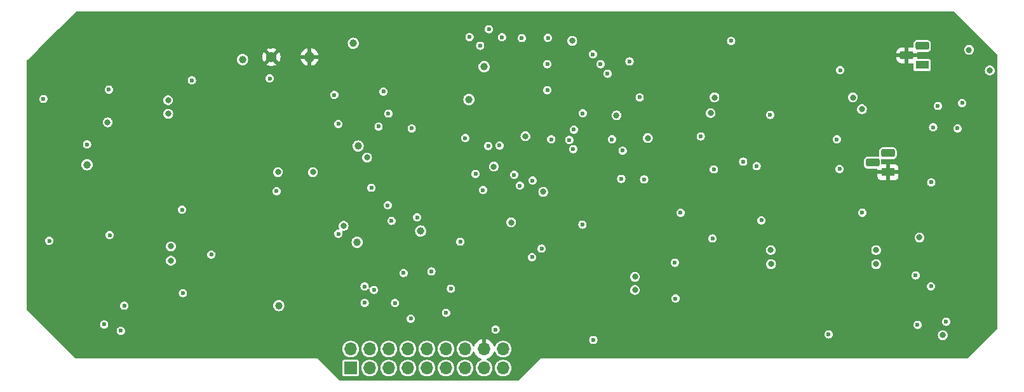
<source format=gbr>
%TF.GenerationSoftware,KiCad,Pcbnew,8.0.3*%
%TF.CreationDate,2024-07-17T18:03:28-06:00*%
%TF.ProjectId,VoiceBoardR4,566f6963-6542-46f6-9172-6452342e6b69,rev?*%
%TF.SameCoordinates,Original*%
%TF.FileFunction,Copper,L2,Inr*%
%TF.FilePolarity,Positive*%
%FSLAX46Y46*%
G04 Gerber Fmt 4.6, Leading zero omitted, Abs format (unit mm)*
G04 Created by KiCad (PCBNEW 8.0.3) date 2024-07-17 18:03:28*
%MOMM*%
%LPD*%
G01*
G04 APERTURE LIST*
G04 Aperture macros list*
%AMRoundRect*
0 Rectangle with rounded corners*
0 $1 Rounding radius*
0 $2 $3 $4 $5 $6 $7 $8 $9 X,Y pos of 4 corners*
0 Add a 4 corners polygon primitive as box body*
4,1,4,$2,$3,$4,$5,$6,$7,$8,$9,$2,$3,0*
0 Add four circle primitives for the rounded corners*
1,1,$1+$1,$2,$3*
1,1,$1+$1,$4,$5*
1,1,$1+$1,$6,$7*
1,1,$1+$1,$8,$9*
0 Add four rect primitives between the rounded corners*
20,1,$1+$1,$2,$3,$4,$5,0*
20,1,$1+$1,$4,$5,$6,$7,0*
20,1,$1+$1,$6,$7,$8,$9,0*
20,1,$1+$1,$8,$9,$2,$3,0*%
G04 Aperture macros list end*
%TA.AperFunction,ComponentPad*%
%ADD10R,1.800000X1.100000*%
%TD*%
%TA.AperFunction,ComponentPad*%
%ADD11RoundRect,0.275000X0.625000X-0.275000X0.625000X0.275000X-0.625000X0.275000X-0.625000X-0.275000X0*%
%TD*%
%TA.AperFunction,ComponentPad*%
%ADD12R,1.700000X1.700000*%
%TD*%
%TA.AperFunction,ComponentPad*%
%ADD13O,1.700000X1.700000*%
%TD*%
%TA.AperFunction,ComponentPad*%
%ADD14C,1.000000*%
%TD*%
%TA.AperFunction,ComponentPad*%
%ADD15C,1.400000*%
%TD*%
%TA.AperFunction,ComponentPad*%
%ADD16O,1.400000X1.400000*%
%TD*%
%TA.AperFunction,ViaPad*%
%ADD17C,0.600000*%
%TD*%
%TA.AperFunction,ViaPad*%
%ADD18C,0.800000*%
%TD*%
%TA.AperFunction,ViaPad*%
%ADD19C,1.000000*%
%TD*%
G04 APERTURE END LIST*
D10*
%TO.N,GND*%
%TO.C,U304*%
X115060000Y-21750000D03*
D11*
%TO.N,-12V*%
X112990000Y-20480000D03*
%TO.N,-5V*%
X115060000Y-19210000D03*
%TD*%
D12*
%TO.N,SDA*%
%TO.C,U103*%
X43437500Y-47887500D03*
D13*
%TO.N,LEVEL_1_CV*%
X43437500Y-45347500D03*
%TO.N,SCL*%
X45977500Y-47887500D03*
%TO.N,LEVEL_2_CV*%
X45977500Y-45347500D03*
%TO.N,CLK_1*%
X48517500Y-47887500D03*
%TO.N,PWM_1_CV*%
X48517500Y-45347500D03*
%TO.N,CLK_2*%
X51057500Y-47887500D03*
%TO.N,PWM_2_CV*%
X51057500Y-45347500D03*
%TO.N,HP_MODE*%
X53597500Y-47887500D03*
%TO.N,FOLD_CV*%
X53597500Y-45347500D03*
%TO.N,FOLD_FIRST*%
X56137500Y-47887500D03*
%TO.N,CUTOFF_CV*%
X56137500Y-45347500D03*
%TO.N,VCA_OUT*%
X58677500Y-47887500D03*
%TO.N,VCA_CV*%
X58677500Y-45347500D03*
%TO.N,+3.3V*%
X61217500Y-47887500D03*
%TO.N,GND*%
X61217500Y-45347500D03*
%TO.N,+12V*%
X63757500Y-47887500D03*
%TO.N,-12V*%
X63757500Y-45347500D03*
%TD*%
D14*
%TO.N,SAW2_FULL*%
%TO.C,SAW2*%
X44300000Y-31100000D03*
%TD*%
%TO.N,/DCO/O2_MIXF*%
%TO.C,OSC2*%
X61225000Y-7675000D03*
%TD*%
D15*
%TO.N,GND*%
%TO.C,R247*%
X32885000Y-6375000D03*
D16*
X37965000Y-6375000D03*
%TD*%
D14*
%TO.N,SAW1_FULL*%
%TO.C,SAW1*%
X29025000Y-6725000D03*
%TD*%
%TO.N,/DCO/O1_MIXF*%
%TO.C,OSC1*%
X59200000Y-12050000D03*
%TD*%
%TO.N,TRI1_FULL*%
%TO.C,TRI1*%
X8300000Y-20750000D03*
%TD*%
D10*
%TO.N,+5V*%
%TO.C,U305*%
X119610000Y-7430000D03*
D11*
%TO.N,GND*%
X117540000Y-6160000D03*
%TO.N,+12V*%
X119610000Y-4890000D03*
%TD*%
D14*
%TO.N,OSC_MIX*%
%TO.C,OSCMIX1*%
X44425000Y-18275000D03*
%TD*%
%TO.N,TRI2_FULL*%
%TO.C,TRI2*%
X33850000Y-39550000D03*
%TD*%
D17*
%TO.N,GND*%
X126731667Y-43105000D03*
X126731667Y-40565000D03*
X126731667Y-38025000D03*
X126731667Y-35485000D03*
X126731667Y-32945000D03*
X126731667Y-30405000D03*
X126731667Y-25325000D03*
X124191667Y-45645000D03*
X124191667Y-43105000D03*
X121651667Y-45645000D03*
X121651667Y-25325000D03*
X119111667Y-45645000D03*
X116571667Y-45645000D03*
X116571667Y-15165000D03*
X116571667Y-10085000D03*
X116571667Y-7545000D03*
X114031667Y-45645000D03*
X111491667Y-45645000D03*
X111491667Y-32945000D03*
X108951667Y-45645000D03*
X108951667Y-32945000D03*
X108951667Y-27865000D03*
X108951667Y-25325000D03*
X108951667Y-22785000D03*
X106411667Y-45645000D03*
X106411667Y-40565000D03*
X103871667Y-45645000D03*
X103871667Y-43105000D03*
X103871667Y-30405000D03*
X101331667Y-45645000D03*
X101331667Y-43105000D03*
X101331667Y-32945000D03*
X101331667Y-25325000D03*
X101331667Y-17705000D03*
X101331667Y-7545000D03*
X98791667Y-45645000D03*
X98791667Y-17705000D03*
X98791667Y-7545000D03*
X96251667Y-43105000D03*
X96251667Y-32945000D03*
X96251667Y-12625000D03*
X96251667Y-5005000D03*
X93711667Y-43105000D03*
X91171667Y-43105000D03*
X88631667Y-20245000D03*
X86091667Y-43105000D03*
X86091667Y-40565000D03*
X81011667Y-25325000D03*
X81011667Y-5005000D03*
X78471667Y-45645000D03*
X78471667Y-25325000D03*
X75931667Y-45645000D03*
X75931667Y-22785000D03*
X73391667Y-45645000D03*
X73391667Y-40565000D03*
X73391667Y-22785000D03*
X70851667Y-45645000D03*
X70851667Y-40565000D03*
X68311667Y-45645000D03*
X68311667Y-40565000D03*
X68311667Y-38025000D03*
X65771667Y-48185000D03*
X63231667Y-7545000D03*
X60691667Y-10085000D03*
X58151667Y-12625000D03*
X58151667Y-7545000D03*
X58151667Y-2465000D03*
X55611667Y-7545000D03*
X55611667Y-2465000D03*
X53071667Y-2465000D03*
X45451667Y-40565000D03*
X45451667Y-32945000D03*
X45451667Y-30405000D03*
X42911667Y-40565000D03*
X42911667Y-17705000D03*
X42911667Y-2465000D03*
X40371667Y-40565000D03*
X40371667Y-5005000D03*
X40371667Y-2465000D03*
X37831667Y-40565000D03*
X37831667Y-38025000D03*
X37831667Y-35485000D03*
X37831667Y-17705000D03*
X37831667Y-10085000D03*
X37831667Y-5005000D03*
X37831667Y-2465000D03*
X35291667Y-40565000D03*
X35291667Y-38025000D03*
X35291667Y-35485000D03*
X35291667Y-30405000D03*
X35291667Y-27865000D03*
X35291667Y-12625000D03*
X35291667Y-10085000D03*
X35291667Y-7545000D03*
X35291667Y-5005000D03*
X35291667Y-2465000D03*
X32751667Y-38025000D03*
X32751667Y-35485000D03*
X32751667Y-27865000D03*
X32751667Y-17705000D03*
X32751667Y-5005000D03*
X32751667Y-2465000D03*
X30211667Y-38025000D03*
X30211667Y-35485000D03*
X30211667Y-20245000D03*
X30211667Y-12625000D03*
X30211667Y-7545000D03*
X30211667Y-2465000D03*
X27671667Y-38025000D03*
X27671667Y-22785000D03*
X27671667Y-20245000D03*
X27671667Y-15165000D03*
X27671667Y-12625000D03*
X27671667Y-7545000D03*
X27671667Y-5005000D03*
X27671667Y-2465000D03*
X25131667Y-25325000D03*
X25131667Y-7545000D03*
X25131667Y-5005000D03*
X25131667Y-2465000D03*
X22591667Y-32945000D03*
X22591667Y-5005000D03*
X22591667Y-2465000D03*
X20051667Y-2465000D03*
X17511667Y-32945000D03*
X17511667Y-5005000D03*
X17511667Y-2465000D03*
X14971667Y-5005000D03*
X14971667Y-2465000D03*
X12431667Y-5005000D03*
X12431667Y-2465000D03*
X9891667Y-35485000D03*
X9891667Y-5005000D03*
X9891667Y-2465000D03*
X7351667Y-43105000D03*
X7351667Y-40565000D03*
X7351667Y-32945000D03*
X7351667Y-30405000D03*
X7351667Y-22785000D03*
X7351667Y-15165000D03*
X7351667Y-12625000D03*
X7351667Y-10085000D03*
X7351667Y-5005000D03*
X7351667Y-2465000D03*
X4811667Y-40565000D03*
X4811667Y-38025000D03*
X4811667Y-22785000D03*
X4811667Y-20245000D03*
X4811667Y-17705000D03*
X4811667Y-5005000D03*
X2271667Y-38025000D03*
X2271667Y-35485000D03*
X2271667Y-32945000D03*
X2271667Y-27865000D03*
X2271667Y-25325000D03*
X2271667Y-22785000D03*
X2271667Y-20245000D03*
X2271667Y-17705000D03*
X2271667Y-15165000D03*
X2271667Y-10085000D03*
X2271667Y-7545000D03*
%TO.N,/DCO/O1_MIXF*%
X58710000Y-17210000D03*
X58050000Y-31025000D03*
%TO.N,CLK_1*%
X2475000Y-11975000D03*
X12800000Y-42925000D03*
%TO.N,/DCO/O2_MIXF*%
X61075000Y-24150000D03*
X63275000Y-18200000D03*
%TO.N,Net-(U202C-+)*%
X21075000Y-37900000D03*
X24875000Y-32750000D03*
%TO.N,Net-(U206C--)*%
X61775000Y-18250000D03*
X48875000Y-28250000D03*
X60075000Y-21975000D03*
X46200000Y-23825000D03*
%TO.N,GND*%
X53550000Y-31825000D03*
X70425000Y-33500000D03*
X68675000Y-4575000D03*
X77325000Y-20925000D03*
X115075000Y-37275000D03*
X124525000Y-5400000D03*
X82600000Y-32700000D03*
X88150000Y-40025000D03*
X25200000Y-34575000D03*
X114750000Y-29100000D03*
X122450000Y-18927400D03*
X20962941Y-16852498D03*
X51925000Y-13100000D03*
X121900000Y-23850000D03*
X26050000Y-16700000D03*
X80475000Y-3650000D03*
X70176075Y-6676880D03*
X91925000Y-4975000D03*
X119175000Y-19450000D03*
X50475000Y-39225000D03*
X54625000Y-21725000D03*
X55450000Y-41125000D03*
X53825000Y-12875000D03*
X83000000Y-40675000D03*
X45975000Y-2650000D03*
X122925000Y-15925000D03*
X17700000Y-9225000D03*
X94925000Y-27300000D03*
X96775000Y-40750000D03*
X38550000Y-23250000D03*
X20475000Y-19875000D03*
X119375000Y-22900000D03*
X100225000Y-40750000D03*
X81350000Y-28825000D03*
X15850000Y-42150000D03*
X120900000Y-10200000D03*
X125075000Y-26250000D03*
X99475000Y-25375000D03*
X106925000Y-20400000D03*
X57700000Y-37550000D03*
X20775000Y-33400000D03*
X112075000Y-39675000D03*
X83050000Y-43175000D03*
X47800000Y-7775000D03*
X52650000Y-38950000D03*
X111625000Y-37325000D03*
X20850000Y-12325000D03*
X91650000Y-23900000D03*
X47650000Y-13950000D03*
X28900000Y-32925000D03*
X68600000Y-13850000D03*
X44600000Y-12275000D03*
X59425000Y-37775000D03*
X61875000Y-43575000D03*
X48375000Y-10200000D03*
X59400000Y-31800000D03*
X18225000Y-28550000D03*
X79400000Y-40475000D03*
X65000000Y-3825000D03*
X104800000Y-20425000D03*
X110400000Y-4775000D03*
X30825000Y-9750000D03*
X44600000Y-6550000D03*
X96100000Y-25375000D03*
X90250000Y-8675000D03*
X125775000Y-22000000D03*
X69625000Y-16075000D03*
X52200000Y-16725000D03*
X51050000Y-7850000D03*
X4375000Y-32875000D03*
X106950000Y-4700000D03*
X114675000Y-26225000D03*
X45425000Y-21750000D03*
X104800000Y-4700000D03*
X3675000Y-16600000D03*
X19125000Y-5525000D03*
X16675000Y-20075000D03*
X30825000Y-23125000D03*
X52550000Y-24625000D03*
X18225000Y-25900000D03*
X64825000Y-16575000D03*
X92375000Y-38800000D03*
X54925000Y-16825000D03*
X19475000Y-40450000D03*
X20775000Y-28550000D03*
X63650000Y-6025000D03*
X110375000Y-20125000D03*
X69975000Y-18925000D03*
X57225000Y-28975000D03*
X62800000Y-3050000D03*
X79625000Y-32250000D03*
X52475000Y-41300000D03*
X91825000Y-20300000D03*
X80950000Y-11675000D03*
X77400000Y-11625000D03*
D18*
%TO.N,+12V*%
X99425000Y-32150000D03*
X81325000Y-35725000D03*
X42500000Y-28925000D03*
X19100000Y-12150000D03*
X19475000Y-31650000D03*
X119250000Y-30475000D03*
X128625000Y-8175000D03*
X62525000Y-21000000D03*
X69100000Y-24375000D03*
X125850000Y-5425000D03*
X110375000Y-11775000D03*
X91925000Y-11775000D03*
X113475000Y-32150000D03*
X33750000Y-21750000D03*
%TO.N,-12V*%
X45625000Y-19800000D03*
X113475000Y-34025000D03*
X11050000Y-15100000D03*
X81325000Y-37475000D03*
X19125000Y-13950000D03*
X66725000Y-16950000D03*
X19475000Y-33575000D03*
X72975000Y-4225000D03*
X91409374Y-13864577D03*
X83050000Y-17200000D03*
X99475000Y-34025000D03*
X122350000Y-43500000D03*
X111575000Y-13350000D03*
X64825000Y-28450000D03*
X38400000Y-21750000D03*
X78862500Y-14162500D03*
D17*
%TO.N,CLK_2*%
X10575000Y-42075000D03*
X3275000Y-30925000D03*
%TO.N,SAW2_FULL*%
X33550000Y-24282501D03*
X54200000Y-35000000D03*
D19*
%TO.N,+3.3V*%
X43800000Y-4550000D03*
X52775000Y-29625000D03*
D17*
%TO.N,Net-(U301A-+)*%
X94150000Y-4225000D03*
X108675000Y-8150000D03*
%TO.N,FILTER_OUT*%
X95750000Y-20350000D03*
X79687500Y-18862500D03*
X72575000Y-17450000D03*
X120825000Y-23100000D03*
X124950000Y-12525000D03*
%TO.N,Net-(U301C-+)*%
X124325000Y-15900000D03*
X90100000Y-16975000D03*
%TO.N,HP_IN*%
X73100000Y-18675000D03*
%TO.N,FOLDER_IN*%
X87400000Y-27175000D03*
%TO.N,VCA_IN*%
X76750000Y-7325000D03*
X78275000Y-17375000D03*
X79500000Y-22650000D03*
%TO.N,SDA*%
X121075000Y-15750000D03*
X59275000Y-3700000D03*
X48450000Y-13925000D03*
X56800000Y-37300000D03*
X61875000Y-2675000D03*
%TO.N,SCL*%
X47800000Y-11000000D03*
X63600000Y-3750000D03*
X121700000Y-12900000D03*
X56150000Y-40525000D03*
X60700000Y-4875000D03*
%TO.N,FOLD_FIRST*%
X75725000Y-6025000D03*
X73175000Y-16075000D03*
X65225000Y-22100000D03*
%TO.N,HP_MODE*%
X74375000Y-13900000D03*
X67675000Y-22875000D03*
%TO.N,PWM_1_CV*%
X46550000Y-37475000D03*
X51450000Y-41300000D03*
X49350000Y-39225000D03*
%TO.N,PWM_2_CV*%
X45300000Y-39200000D03*
X45300000Y-37025000D03*
%TO.N,CUTOFF_CV*%
X66250000Y-3846000D03*
X65975000Y-23550000D03*
X80600000Y-6975000D03*
%TO.N,FOLD_CV*%
X75775000Y-44150000D03*
X62750000Y-42775000D03*
%TO.N,VCA_CV*%
X67625000Y-33100000D03*
%TO.N,VCA_OUT*%
X68900000Y-31950000D03*
%TO.N,Net-(Q302-C)*%
X81950000Y-11750000D03*
X97550000Y-20950000D03*
%TO.N,Net-(Q405-E)*%
X122800000Y-41700000D03*
X120800000Y-36975000D03*
%TO.N,TRI1_FULL*%
X8300000Y-18050000D03*
X41800000Y-15300000D03*
%TO.N,TRI2_FULL*%
X50500000Y-35200000D03*
X13275000Y-39575000D03*
%TO.N,PULSE1_FULL*%
X41250000Y-11450000D03*
X32650000Y-9250000D03*
%TO.N,OSC_MIX*%
X41800000Y-29975000D03*
X69650000Y-10800000D03*
X69725000Y-3825000D03*
X69650000Y-7325000D03*
%TO.N,LP_IN*%
X70175000Y-17375000D03*
%TO.N,Net-(U303C--)*%
X108225000Y-17375000D03*
X99350000Y-14100000D03*
%TO.N,Net-(R408-Pad1)*%
X74325000Y-28750000D03*
X91675000Y-30600000D03*
%TO.N,Net-(U403A--)*%
X98175000Y-28175000D03*
X111625000Y-27150000D03*
%TO.N,FOLDER_OUT*%
X86650000Y-33825000D03*
X77675000Y-8600000D03*
X107125000Y-43400000D03*
X86725000Y-38625000D03*
X82550000Y-22725000D03*
%TO.N,Net-(U301D-+)*%
X91850000Y-21375000D03*
X108600000Y-21325000D03*
%TO.N,Net-(U202A--)*%
X11325000Y-30150000D03*
X20975000Y-26775000D03*
%TO.N,Net-(R233-Pad2)*%
X47150000Y-15650000D03*
X51575000Y-15900000D03*
%TO.N,Net-(R420-Pad2)*%
X119000000Y-42125000D03*
X118725000Y-35525000D03*
%TO.N,Net-(U201A--)*%
X22275000Y-9500000D03*
X11200000Y-10725000D03*
%TO.N,Net-(R220-Pad1)*%
X52300000Y-27775000D03*
X48375000Y-26175000D03*
%TD*%
%TA.AperFunction,Conductor*%
%TO.N,GND*%
G36*
X123905677Y-349685D02*
G01*
X123926319Y-366319D01*
X129623681Y-6063681D01*
X129657166Y-6125004D01*
X129660000Y-6151362D01*
X129660000Y-42568638D01*
X129640315Y-42635677D01*
X129623681Y-42656319D01*
X125686319Y-46593681D01*
X125624996Y-46627166D01*
X125598638Y-46630000D01*
X69088807Y-46630000D01*
X69041354Y-46620561D01*
X69040000Y-46620000D01*
X68760000Y-46620000D01*
X68759999Y-46620000D01*
X65866319Y-49513681D01*
X65804996Y-49547166D01*
X65778638Y-49550000D01*
X42001362Y-49550000D01*
X41934323Y-49530315D01*
X41913681Y-49513681D01*
X39412821Y-47012821D01*
X42337000Y-47012821D01*
X42337000Y-48762178D01*
X42351532Y-48835235D01*
X42351533Y-48835239D01*
X42351534Y-48835240D01*
X42406899Y-48918101D01*
X42489760Y-48973466D01*
X42489764Y-48973467D01*
X42562821Y-48987999D01*
X42562824Y-48988000D01*
X42562826Y-48988000D01*
X44312176Y-48988000D01*
X44312177Y-48987999D01*
X44385240Y-48973466D01*
X44468101Y-48918101D01*
X44523466Y-48835240D01*
X44538000Y-48762174D01*
X44538000Y-47887499D01*
X44872285Y-47887499D01*
X44872285Y-47887500D01*
X44891102Y-48090582D01*
X44946917Y-48286747D01*
X44946922Y-48286760D01*
X45037827Y-48469321D01*
X45160737Y-48632081D01*
X45311458Y-48769480D01*
X45311460Y-48769482D01*
X45410641Y-48830892D01*
X45484863Y-48876848D01*
X45675044Y-48950524D01*
X45875524Y-48988000D01*
X45875526Y-48988000D01*
X46079474Y-48988000D01*
X46079476Y-48988000D01*
X46279956Y-48950524D01*
X46470137Y-48876848D01*
X46643541Y-48769481D01*
X46794264Y-48632079D01*
X46917173Y-48469321D01*
X47008082Y-48286750D01*
X47063897Y-48090583D01*
X47082715Y-47887500D01*
X47082715Y-47887499D01*
X47412285Y-47887499D01*
X47412285Y-47887500D01*
X47431102Y-48090582D01*
X47486917Y-48286747D01*
X47486922Y-48286760D01*
X47577827Y-48469321D01*
X47700737Y-48632081D01*
X47851458Y-48769480D01*
X47851460Y-48769482D01*
X47950641Y-48830892D01*
X48024863Y-48876848D01*
X48215044Y-48950524D01*
X48415524Y-48988000D01*
X48415526Y-48988000D01*
X48619474Y-48988000D01*
X48619476Y-48988000D01*
X48819956Y-48950524D01*
X49010137Y-48876848D01*
X49183541Y-48769481D01*
X49334264Y-48632079D01*
X49457173Y-48469321D01*
X49548082Y-48286750D01*
X49603897Y-48090583D01*
X49622715Y-47887500D01*
X49622715Y-47887499D01*
X49952285Y-47887499D01*
X49952285Y-47887500D01*
X49971102Y-48090582D01*
X50026917Y-48286747D01*
X50026922Y-48286760D01*
X50117827Y-48469321D01*
X50240737Y-48632081D01*
X50391458Y-48769480D01*
X50391460Y-48769482D01*
X50490641Y-48830892D01*
X50564863Y-48876848D01*
X50755044Y-48950524D01*
X50955524Y-48988000D01*
X50955526Y-48988000D01*
X51159474Y-48988000D01*
X51159476Y-48988000D01*
X51359956Y-48950524D01*
X51550137Y-48876848D01*
X51723541Y-48769481D01*
X51874264Y-48632079D01*
X51997173Y-48469321D01*
X52088082Y-48286750D01*
X52143897Y-48090583D01*
X52162715Y-47887500D01*
X52162715Y-47887499D01*
X52492285Y-47887499D01*
X52492285Y-47887500D01*
X52511102Y-48090582D01*
X52566917Y-48286747D01*
X52566922Y-48286760D01*
X52657827Y-48469321D01*
X52780737Y-48632081D01*
X52931458Y-48769480D01*
X52931460Y-48769482D01*
X53030641Y-48830892D01*
X53104863Y-48876848D01*
X53295044Y-48950524D01*
X53495524Y-48988000D01*
X53495526Y-48988000D01*
X53699474Y-48988000D01*
X53699476Y-48988000D01*
X53899956Y-48950524D01*
X54090137Y-48876848D01*
X54263541Y-48769481D01*
X54414264Y-48632079D01*
X54537173Y-48469321D01*
X54628082Y-48286750D01*
X54683897Y-48090583D01*
X54702715Y-47887500D01*
X54702715Y-47887499D01*
X55032285Y-47887499D01*
X55032285Y-47887500D01*
X55051102Y-48090582D01*
X55106917Y-48286747D01*
X55106922Y-48286760D01*
X55197827Y-48469321D01*
X55320737Y-48632081D01*
X55471458Y-48769480D01*
X55471460Y-48769482D01*
X55570641Y-48830892D01*
X55644863Y-48876848D01*
X55835044Y-48950524D01*
X56035524Y-48988000D01*
X56035526Y-48988000D01*
X56239474Y-48988000D01*
X56239476Y-48988000D01*
X56439956Y-48950524D01*
X56630137Y-48876848D01*
X56803541Y-48769481D01*
X56954264Y-48632079D01*
X57077173Y-48469321D01*
X57168082Y-48286750D01*
X57223897Y-48090583D01*
X57242715Y-47887500D01*
X57242715Y-47887499D01*
X57572285Y-47887499D01*
X57572285Y-47887500D01*
X57591102Y-48090582D01*
X57646917Y-48286747D01*
X57646922Y-48286760D01*
X57737827Y-48469321D01*
X57860737Y-48632081D01*
X58011458Y-48769480D01*
X58011460Y-48769482D01*
X58110641Y-48830892D01*
X58184863Y-48876848D01*
X58375044Y-48950524D01*
X58575524Y-48988000D01*
X58575526Y-48988000D01*
X58779474Y-48988000D01*
X58779476Y-48988000D01*
X58979956Y-48950524D01*
X59170137Y-48876848D01*
X59343541Y-48769481D01*
X59494264Y-48632079D01*
X59617173Y-48469321D01*
X59708082Y-48286750D01*
X59763897Y-48090583D01*
X59782715Y-47887500D01*
X59763897Y-47684417D01*
X59708082Y-47488250D01*
X59617173Y-47305679D01*
X59494264Y-47142921D01*
X59494262Y-47142918D01*
X59343541Y-47005519D01*
X59343539Y-47005517D01*
X59170142Y-46898155D01*
X59170135Y-46898151D01*
X59055821Y-46853866D01*
X58979956Y-46824476D01*
X58779476Y-46787000D01*
X58575524Y-46787000D01*
X58375044Y-46824476D01*
X58375041Y-46824476D01*
X58375041Y-46824477D01*
X58184864Y-46898151D01*
X58184857Y-46898155D01*
X58011460Y-47005517D01*
X58011458Y-47005519D01*
X57860737Y-47142918D01*
X57737827Y-47305678D01*
X57646922Y-47488239D01*
X57646917Y-47488252D01*
X57591102Y-47684417D01*
X57572285Y-47887499D01*
X57242715Y-47887499D01*
X57223897Y-47684417D01*
X57168082Y-47488250D01*
X57077173Y-47305679D01*
X56954264Y-47142921D01*
X56954262Y-47142918D01*
X56803541Y-47005519D01*
X56803539Y-47005517D01*
X56630142Y-46898155D01*
X56630135Y-46898151D01*
X56515821Y-46853866D01*
X56439956Y-46824476D01*
X56239476Y-46787000D01*
X56035524Y-46787000D01*
X55835044Y-46824476D01*
X55835041Y-46824476D01*
X55835041Y-46824477D01*
X55644864Y-46898151D01*
X55644857Y-46898155D01*
X55471460Y-47005517D01*
X55471458Y-47005519D01*
X55320737Y-47142918D01*
X55197827Y-47305678D01*
X55106922Y-47488239D01*
X55106917Y-47488252D01*
X55051102Y-47684417D01*
X55032285Y-47887499D01*
X54702715Y-47887499D01*
X54683897Y-47684417D01*
X54628082Y-47488250D01*
X54537173Y-47305679D01*
X54414264Y-47142921D01*
X54414262Y-47142918D01*
X54263541Y-47005519D01*
X54263539Y-47005517D01*
X54090142Y-46898155D01*
X54090135Y-46898151D01*
X53975821Y-46853866D01*
X53899956Y-46824476D01*
X53699476Y-46787000D01*
X53495524Y-46787000D01*
X53295044Y-46824476D01*
X53295041Y-46824476D01*
X53295041Y-46824477D01*
X53104864Y-46898151D01*
X53104857Y-46898155D01*
X52931460Y-47005517D01*
X52931458Y-47005519D01*
X52780737Y-47142918D01*
X52657827Y-47305678D01*
X52566922Y-47488239D01*
X52566917Y-47488252D01*
X52511102Y-47684417D01*
X52492285Y-47887499D01*
X52162715Y-47887499D01*
X52143897Y-47684417D01*
X52088082Y-47488250D01*
X51997173Y-47305679D01*
X51874264Y-47142921D01*
X51874262Y-47142918D01*
X51723541Y-47005519D01*
X51723539Y-47005517D01*
X51550142Y-46898155D01*
X51550135Y-46898151D01*
X51435821Y-46853866D01*
X51359956Y-46824476D01*
X51159476Y-46787000D01*
X50955524Y-46787000D01*
X50755044Y-46824476D01*
X50755041Y-46824476D01*
X50755041Y-46824477D01*
X50564864Y-46898151D01*
X50564857Y-46898155D01*
X50391460Y-47005517D01*
X50391458Y-47005519D01*
X50240737Y-47142918D01*
X50117827Y-47305678D01*
X50026922Y-47488239D01*
X50026917Y-47488252D01*
X49971102Y-47684417D01*
X49952285Y-47887499D01*
X49622715Y-47887499D01*
X49603897Y-47684417D01*
X49548082Y-47488250D01*
X49457173Y-47305679D01*
X49334264Y-47142921D01*
X49334262Y-47142918D01*
X49183541Y-47005519D01*
X49183539Y-47005517D01*
X49010142Y-46898155D01*
X49010135Y-46898151D01*
X48895821Y-46853866D01*
X48819956Y-46824476D01*
X48619476Y-46787000D01*
X48415524Y-46787000D01*
X48215044Y-46824476D01*
X48215041Y-46824476D01*
X48215041Y-46824477D01*
X48024864Y-46898151D01*
X48024857Y-46898155D01*
X47851460Y-47005517D01*
X47851458Y-47005519D01*
X47700737Y-47142918D01*
X47577827Y-47305678D01*
X47486922Y-47488239D01*
X47486917Y-47488252D01*
X47431102Y-47684417D01*
X47412285Y-47887499D01*
X47082715Y-47887499D01*
X47063897Y-47684417D01*
X47008082Y-47488250D01*
X46917173Y-47305679D01*
X46794264Y-47142921D01*
X46794262Y-47142918D01*
X46643541Y-47005519D01*
X46643539Y-47005517D01*
X46470142Y-46898155D01*
X46470135Y-46898151D01*
X46355821Y-46853866D01*
X46279956Y-46824476D01*
X46079476Y-46787000D01*
X45875524Y-46787000D01*
X45675044Y-46824476D01*
X45675041Y-46824476D01*
X45675041Y-46824477D01*
X45484864Y-46898151D01*
X45484857Y-46898155D01*
X45311460Y-47005517D01*
X45311458Y-47005519D01*
X45160737Y-47142918D01*
X45037827Y-47305678D01*
X44946922Y-47488239D01*
X44946917Y-47488252D01*
X44891102Y-47684417D01*
X44872285Y-47887499D01*
X44538000Y-47887499D01*
X44538000Y-47012826D01*
X44538000Y-47012823D01*
X44537999Y-47012821D01*
X44523467Y-46939764D01*
X44523466Y-46939760D01*
X44468101Y-46856899D01*
X44385240Y-46801534D01*
X44385239Y-46801533D01*
X44385235Y-46801532D01*
X44312177Y-46787000D01*
X44312174Y-46787000D01*
X42562826Y-46787000D01*
X42562823Y-46787000D01*
X42489764Y-46801532D01*
X42489760Y-46801533D01*
X42406899Y-46856899D01*
X42351533Y-46939760D01*
X42351532Y-46939764D01*
X42337000Y-47012821D01*
X39412821Y-47012821D01*
X39000000Y-46600000D01*
X6791362Y-46600000D01*
X6724323Y-46580315D01*
X6703681Y-46563681D01*
X5487499Y-45347499D01*
X42332285Y-45347499D01*
X42332285Y-45347500D01*
X42351102Y-45550582D01*
X42406917Y-45746747D01*
X42406922Y-45746760D01*
X42497827Y-45929321D01*
X42620737Y-46092081D01*
X42771458Y-46229480D01*
X42771460Y-46229482D01*
X42870641Y-46290892D01*
X42944863Y-46336848D01*
X43135044Y-46410524D01*
X43335524Y-46448000D01*
X43335526Y-46448000D01*
X43539474Y-46448000D01*
X43539476Y-46448000D01*
X43739956Y-46410524D01*
X43930137Y-46336848D01*
X44103541Y-46229481D01*
X44254264Y-46092079D01*
X44377173Y-45929321D01*
X44468082Y-45746750D01*
X44523897Y-45550583D01*
X44542715Y-45347500D01*
X44542715Y-45347499D01*
X44872285Y-45347499D01*
X44872285Y-45347500D01*
X44891102Y-45550582D01*
X44946917Y-45746747D01*
X44946922Y-45746760D01*
X45037827Y-45929321D01*
X45160737Y-46092081D01*
X45311458Y-46229480D01*
X45311460Y-46229482D01*
X45410641Y-46290892D01*
X45484863Y-46336848D01*
X45675044Y-46410524D01*
X45875524Y-46448000D01*
X45875526Y-46448000D01*
X46079474Y-46448000D01*
X46079476Y-46448000D01*
X46279956Y-46410524D01*
X46470137Y-46336848D01*
X46643541Y-46229481D01*
X46794264Y-46092079D01*
X46917173Y-45929321D01*
X47008082Y-45746750D01*
X47063897Y-45550583D01*
X47082715Y-45347500D01*
X47082715Y-45347499D01*
X47412285Y-45347499D01*
X47412285Y-45347500D01*
X47431102Y-45550582D01*
X47486917Y-45746747D01*
X47486922Y-45746760D01*
X47577827Y-45929321D01*
X47700737Y-46092081D01*
X47851458Y-46229480D01*
X47851460Y-46229482D01*
X47950641Y-46290892D01*
X48024863Y-46336848D01*
X48215044Y-46410524D01*
X48415524Y-46448000D01*
X48415526Y-46448000D01*
X48619474Y-46448000D01*
X48619476Y-46448000D01*
X48819956Y-46410524D01*
X49010137Y-46336848D01*
X49183541Y-46229481D01*
X49334264Y-46092079D01*
X49457173Y-45929321D01*
X49548082Y-45746750D01*
X49603897Y-45550583D01*
X49622715Y-45347500D01*
X49622715Y-45347499D01*
X49952285Y-45347499D01*
X49952285Y-45347500D01*
X49971102Y-45550582D01*
X50026917Y-45746747D01*
X50026922Y-45746760D01*
X50117827Y-45929321D01*
X50240737Y-46092081D01*
X50391458Y-46229480D01*
X50391460Y-46229482D01*
X50490641Y-46290892D01*
X50564863Y-46336848D01*
X50755044Y-46410524D01*
X50955524Y-46448000D01*
X50955526Y-46448000D01*
X51159474Y-46448000D01*
X51159476Y-46448000D01*
X51359956Y-46410524D01*
X51550137Y-46336848D01*
X51723541Y-46229481D01*
X51874264Y-46092079D01*
X51997173Y-45929321D01*
X52088082Y-45746750D01*
X52143897Y-45550583D01*
X52162715Y-45347500D01*
X52162715Y-45347499D01*
X52492285Y-45347499D01*
X52492285Y-45347500D01*
X52511102Y-45550582D01*
X52566917Y-45746747D01*
X52566922Y-45746760D01*
X52657827Y-45929321D01*
X52780737Y-46092081D01*
X52931458Y-46229480D01*
X52931460Y-46229482D01*
X53030641Y-46290892D01*
X53104863Y-46336848D01*
X53295044Y-46410524D01*
X53495524Y-46448000D01*
X53495526Y-46448000D01*
X53699474Y-46448000D01*
X53699476Y-46448000D01*
X53899956Y-46410524D01*
X54090137Y-46336848D01*
X54263541Y-46229481D01*
X54414264Y-46092079D01*
X54537173Y-45929321D01*
X54628082Y-45746750D01*
X54683897Y-45550583D01*
X54702715Y-45347500D01*
X54702715Y-45347499D01*
X55032285Y-45347499D01*
X55032285Y-45347500D01*
X55051102Y-45550582D01*
X55106917Y-45746747D01*
X55106922Y-45746760D01*
X55197827Y-45929321D01*
X55320737Y-46092081D01*
X55471458Y-46229480D01*
X55471460Y-46229482D01*
X55570641Y-46290892D01*
X55644863Y-46336848D01*
X55835044Y-46410524D01*
X56035524Y-46448000D01*
X56035526Y-46448000D01*
X56239474Y-46448000D01*
X56239476Y-46448000D01*
X56439956Y-46410524D01*
X56630137Y-46336848D01*
X56803541Y-46229481D01*
X56954264Y-46092079D01*
X57077173Y-45929321D01*
X57168082Y-45746750D01*
X57223897Y-45550583D01*
X57242715Y-45347500D01*
X57242715Y-45347499D01*
X57572285Y-45347499D01*
X57572285Y-45347500D01*
X57591102Y-45550582D01*
X57646917Y-45746747D01*
X57646922Y-45746760D01*
X57737827Y-45929321D01*
X57860737Y-46092081D01*
X58011458Y-46229480D01*
X58011460Y-46229482D01*
X58110641Y-46290892D01*
X58184863Y-46336848D01*
X58375044Y-46410524D01*
X58575524Y-46448000D01*
X58575526Y-46448000D01*
X58779474Y-46448000D01*
X58779476Y-46448000D01*
X58979956Y-46410524D01*
X59170137Y-46336848D01*
X59343541Y-46229481D01*
X59494264Y-46092079D01*
X59617173Y-45929321D01*
X59679098Y-45804956D01*
X59704317Y-45754312D01*
X59751819Y-45703075D01*
X59819482Y-45685653D01*
X59885823Y-45707578D01*
X59929778Y-45761889D01*
X59935092Y-45777489D01*
X59944067Y-45810985D01*
X59944070Y-45810992D01*
X60043899Y-46025078D01*
X60179394Y-46218582D01*
X60346417Y-46385605D01*
X60539921Y-46521100D01*
X60754007Y-46620929D01*
X60754016Y-46620933D01*
X60793083Y-46631401D01*
X60852744Y-46667766D01*
X60883273Y-46730613D01*
X60874979Y-46799988D01*
X60830493Y-46853866D01*
X60805784Y-46866802D01*
X60724873Y-46898147D01*
X60724857Y-46898155D01*
X60551460Y-47005517D01*
X60551458Y-47005519D01*
X60400737Y-47142918D01*
X60277827Y-47305678D01*
X60186922Y-47488239D01*
X60186917Y-47488252D01*
X60131102Y-47684417D01*
X60112285Y-47887499D01*
X60112285Y-47887500D01*
X60131102Y-48090582D01*
X60186917Y-48286747D01*
X60186922Y-48286760D01*
X60277827Y-48469321D01*
X60400737Y-48632081D01*
X60551458Y-48769480D01*
X60551460Y-48769482D01*
X60650641Y-48830892D01*
X60724863Y-48876848D01*
X60915044Y-48950524D01*
X61115524Y-48988000D01*
X61115526Y-48988000D01*
X61319474Y-48988000D01*
X61319476Y-48988000D01*
X61519956Y-48950524D01*
X61710137Y-48876848D01*
X61883541Y-48769481D01*
X62034264Y-48632079D01*
X62157173Y-48469321D01*
X62248082Y-48286750D01*
X62303897Y-48090583D01*
X62322715Y-47887500D01*
X62322715Y-47887499D01*
X62652285Y-47887499D01*
X62652285Y-47887500D01*
X62671102Y-48090582D01*
X62726917Y-48286747D01*
X62726922Y-48286760D01*
X62817827Y-48469321D01*
X62940737Y-48632081D01*
X63091458Y-48769480D01*
X63091460Y-48769482D01*
X63190641Y-48830892D01*
X63264863Y-48876848D01*
X63455044Y-48950524D01*
X63655524Y-48988000D01*
X63655526Y-48988000D01*
X63859474Y-48988000D01*
X63859476Y-48988000D01*
X64059956Y-48950524D01*
X64250137Y-48876848D01*
X64423541Y-48769481D01*
X64574264Y-48632079D01*
X64697173Y-48469321D01*
X64788082Y-48286750D01*
X64843897Y-48090583D01*
X64862715Y-47887500D01*
X64843897Y-47684417D01*
X64788082Y-47488250D01*
X64697173Y-47305679D01*
X64574264Y-47142921D01*
X64574262Y-47142918D01*
X64423541Y-47005519D01*
X64423539Y-47005517D01*
X64250142Y-46898155D01*
X64250135Y-46898151D01*
X64135821Y-46853866D01*
X64059956Y-46824476D01*
X63859476Y-46787000D01*
X63655524Y-46787000D01*
X63455044Y-46824476D01*
X63455041Y-46824476D01*
X63455041Y-46824477D01*
X63264864Y-46898151D01*
X63264857Y-46898155D01*
X63091460Y-47005517D01*
X63091458Y-47005519D01*
X62940737Y-47142918D01*
X62817827Y-47305678D01*
X62726922Y-47488239D01*
X62726917Y-47488252D01*
X62671102Y-47684417D01*
X62652285Y-47887499D01*
X62322715Y-47887499D01*
X62303897Y-47684417D01*
X62248082Y-47488250D01*
X62157173Y-47305679D01*
X62034264Y-47142921D01*
X62034262Y-47142918D01*
X61883541Y-47005519D01*
X61883539Y-47005517D01*
X61710142Y-46898155D01*
X61710135Y-46898151D01*
X61629215Y-46866803D01*
X61573813Y-46824230D01*
X61550223Y-46758463D01*
X61565934Y-46690383D01*
X61615958Y-46641604D01*
X61641917Y-46631401D01*
X61680981Y-46620934D01*
X61680992Y-46620929D01*
X61895078Y-46521100D01*
X62088582Y-46385605D01*
X62255605Y-46218582D01*
X62391100Y-46025078D01*
X62490929Y-45810992D01*
X62490931Y-45810989D01*
X62499906Y-45777492D01*
X62536270Y-45717831D01*
X62599116Y-45687300D01*
X62668492Y-45695594D01*
X62722371Y-45740078D01*
X62730682Y-45754311D01*
X62817827Y-45929321D01*
X62940737Y-46092081D01*
X63091458Y-46229480D01*
X63091460Y-46229482D01*
X63190641Y-46290892D01*
X63264863Y-46336848D01*
X63455044Y-46410524D01*
X63655524Y-46448000D01*
X63655526Y-46448000D01*
X63859474Y-46448000D01*
X63859476Y-46448000D01*
X64059956Y-46410524D01*
X64250137Y-46336848D01*
X64423541Y-46229481D01*
X64574264Y-46092079D01*
X64697173Y-45929321D01*
X64788082Y-45746750D01*
X64843897Y-45550583D01*
X64862715Y-45347500D01*
X64856615Y-45281674D01*
X64843897Y-45144417D01*
X64788082Y-44948250D01*
X64787659Y-44947401D01*
X64737915Y-44847500D01*
X64697173Y-44765679D01*
X64574264Y-44602921D01*
X64574262Y-44602918D01*
X64423541Y-44465519D01*
X64423539Y-44465517D01*
X64250142Y-44358155D01*
X64250135Y-44358151D01*
X64124269Y-44309391D01*
X64059956Y-44284476D01*
X63859476Y-44247000D01*
X63655524Y-44247000D01*
X63455044Y-44284476D01*
X63455041Y-44284476D01*
X63455041Y-44284477D01*
X63264864Y-44358151D01*
X63264857Y-44358155D01*
X63091460Y-44465517D01*
X63091458Y-44465519D01*
X62940737Y-44602918D01*
X62817827Y-44765678D01*
X62730682Y-44940688D01*
X62683179Y-44991925D01*
X62615516Y-45009346D01*
X62549176Y-44987420D01*
X62505221Y-44933109D01*
X62499907Y-44917508D01*
X62490934Y-44884018D01*
X62490929Y-44884007D01*
X62391100Y-44669922D01*
X62391099Y-44669920D01*
X62255613Y-44476426D01*
X62255608Y-44476420D01*
X62088582Y-44309394D01*
X61895078Y-44173899D01*
X61843826Y-44150000D01*
X75219750Y-44150000D01*
X75237454Y-44284476D01*
X75238670Y-44293708D01*
X75238671Y-44293712D01*
X75294137Y-44427622D01*
X75294138Y-44427624D01*
X75294139Y-44427625D01*
X75382379Y-44542621D01*
X75497375Y-44630861D01*
X75631291Y-44686330D01*
X75758280Y-44703048D01*
X75774999Y-44705250D01*
X75775000Y-44705250D01*
X75775001Y-44705250D01*
X75789977Y-44703278D01*
X75918709Y-44686330D01*
X76052625Y-44630861D01*
X76167621Y-44542621D01*
X76255861Y-44427625D01*
X76311330Y-44293709D01*
X76330250Y-44150000D01*
X76311330Y-44006291D01*
X76274350Y-43917013D01*
X76255862Y-43872377D01*
X76255861Y-43872376D01*
X76255861Y-43872375D01*
X76167621Y-43757379D01*
X76052625Y-43669139D01*
X76052624Y-43669138D01*
X76052622Y-43669137D01*
X75918712Y-43613671D01*
X75918710Y-43613670D01*
X75918709Y-43613670D01*
X75846854Y-43604210D01*
X75775001Y-43594750D01*
X75774999Y-43594750D01*
X75631291Y-43613670D01*
X75631287Y-43613671D01*
X75497377Y-43669137D01*
X75382379Y-43757379D01*
X75294137Y-43872377D01*
X75238671Y-44006287D01*
X75238670Y-44006291D01*
X75229747Y-44074070D01*
X75219750Y-44150000D01*
X61843826Y-44150000D01*
X61680992Y-44074070D01*
X61680986Y-44074067D01*
X61467500Y-44016864D01*
X61467500Y-44914488D01*
X61410493Y-44881575D01*
X61283326Y-44847500D01*
X61151674Y-44847500D01*
X61024507Y-44881575D01*
X60967500Y-44914488D01*
X60967500Y-44016864D01*
X60967499Y-44016864D01*
X60754013Y-44074067D01*
X60754007Y-44074070D01*
X60539922Y-44173899D01*
X60539920Y-44173900D01*
X60346426Y-44309386D01*
X60346420Y-44309391D01*
X60179391Y-44476420D01*
X60179386Y-44476426D01*
X60043900Y-44669920D01*
X60043899Y-44669922D01*
X59944070Y-44884007D01*
X59944068Y-44884011D01*
X59935092Y-44917511D01*
X59898726Y-44977171D01*
X59835879Y-45007699D01*
X59766503Y-44999404D01*
X59712626Y-44954918D01*
X59704317Y-44940688D01*
X59657915Y-44847500D01*
X59617173Y-44765679D01*
X59494264Y-44602921D01*
X59494262Y-44602918D01*
X59343541Y-44465519D01*
X59343539Y-44465517D01*
X59170142Y-44358155D01*
X59170135Y-44358151D01*
X59044269Y-44309391D01*
X58979956Y-44284476D01*
X58779476Y-44247000D01*
X58575524Y-44247000D01*
X58375044Y-44284476D01*
X58375041Y-44284476D01*
X58375041Y-44284477D01*
X58184864Y-44358151D01*
X58184857Y-44358155D01*
X58011460Y-44465517D01*
X58011458Y-44465519D01*
X57860737Y-44602918D01*
X57737827Y-44765678D01*
X57646922Y-44948239D01*
X57646917Y-44948252D01*
X57591102Y-45144417D01*
X57572285Y-45347499D01*
X57242715Y-45347499D01*
X57236615Y-45281674D01*
X57223897Y-45144417D01*
X57168082Y-44948250D01*
X57167659Y-44947401D01*
X57117915Y-44847500D01*
X57077173Y-44765679D01*
X56954264Y-44602921D01*
X56954262Y-44602918D01*
X56803541Y-44465519D01*
X56803539Y-44465517D01*
X56630142Y-44358155D01*
X56630135Y-44358151D01*
X56504269Y-44309391D01*
X56439956Y-44284476D01*
X56239476Y-44247000D01*
X56035524Y-44247000D01*
X55835044Y-44284476D01*
X55835041Y-44284476D01*
X55835041Y-44284477D01*
X55644864Y-44358151D01*
X55644857Y-44358155D01*
X55471460Y-44465517D01*
X55471458Y-44465519D01*
X55320737Y-44602918D01*
X55197827Y-44765678D01*
X55106922Y-44948239D01*
X55106917Y-44948252D01*
X55051102Y-45144417D01*
X55032285Y-45347499D01*
X54702715Y-45347499D01*
X54696615Y-45281674D01*
X54683897Y-45144417D01*
X54628082Y-44948250D01*
X54627659Y-44947401D01*
X54577915Y-44847500D01*
X54537173Y-44765679D01*
X54414264Y-44602921D01*
X54414262Y-44602918D01*
X54263541Y-44465519D01*
X54263539Y-44465517D01*
X54090142Y-44358155D01*
X54090135Y-44358151D01*
X53964269Y-44309391D01*
X53899956Y-44284476D01*
X53699476Y-44247000D01*
X53495524Y-44247000D01*
X53295044Y-44284476D01*
X53295041Y-44284476D01*
X53295041Y-44284477D01*
X53104864Y-44358151D01*
X53104857Y-44358155D01*
X52931460Y-44465517D01*
X52931458Y-44465519D01*
X52780737Y-44602918D01*
X52657827Y-44765678D01*
X52566922Y-44948239D01*
X52566917Y-44948252D01*
X52511102Y-45144417D01*
X52492285Y-45347499D01*
X52162715Y-45347499D01*
X52156615Y-45281674D01*
X52143897Y-45144417D01*
X52088082Y-44948250D01*
X52087659Y-44947401D01*
X52037915Y-44847500D01*
X51997173Y-44765679D01*
X51874264Y-44602921D01*
X51874262Y-44602918D01*
X51723541Y-44465519D01*
X51723539Y-44465517D01*
X51550142Y-44358155D01*
X51550135Y-44358151D01*
X51424269Y-44309391D01*
X51359956Y-44284476D01*
X51159476Y-44247000D01*
X50955524Y-44247000D01*
X50755044Y-44284476D01*
X50755041Y-44284476D01*
X50755041Y-44284477D01*
X50564864Y-44358151D01*
X50564857Y-44358155D01*
X50391460Y-44465517D01*
X50391458Y-44465519D01*
X50240737Y-44602918D01*
X50117827Y-44765678D01*
X50026922Y-44948239D01*
X50026917Y-44948252D01*
X49971102Y-45144417D01*
X49952285Y-45347499D01*
X49622715Y-45347499D01*
X49616615Y-45281674D01*
X49603897Y-45144417D01*
X49548082Y-44948250D01*
X49547659Y-44947401D01*
X49497915Y-44847500D01*
X49457173Y-44765679D01*
X49334264Y-44602921D01*
X49334262Y-44602918D01*
X49183541Y-44465519D01*
X49183539Y-44465517D01*
X49010142Y-44358155D01*
X49010135Y-44358151D01*
X48884269Y-44309391D01*
X48819956Y-44284476D01*
X48619476Y-44247000D01*
X48415524Y-44247000D01*
X48215044Y-44284476D01*
X48215041Y-44284476D01*
X48215041Y-44284477D01*
X48024864Y-44358151D01*
X48024857Y-44358155D01*
X47851460Y-44465517D01*
X47851458Y-44465519D01*
X47700737Y-44602918D01*
X47577827Y-44765678D01*
X47486922Y-44948239D01*
X47486917Y-44948252D01*
X47431102Y-45144417D01*
X47412285Y-45347499D01*
X47082715Y-45347499D01*
X47076615Y-45281674D01*
X47063897Y-45144417D01*
X47008082Y-44948250D01*
X47007659Y-44947401D01*
X46957915Y-44847500D01*
X46917173Y-44765679D01*
X46794264Y-44602921D01*
X46794262Y-44602918D01*
X46643541Y-44465519D01*
X46643539Y-44465517D01*
X46470142Y-44358155D01*
X46470135Y-44358151D01*
X46344269Y-44309391D01*
X46279956Y-44284476D01*
X46079476Y-44247000D01*
X45875524Y-44247000D01*
X45675044Y-44284476D01*
X45675041Y-44284476D01*
X45675041Y-44284477D01*
X45484864Y-44358151D01*
X45484857Y-44358155D01*
X45311460Y-44465517D01*
X45311458Y-44465519D01*
X45160737Y-44602918D01*
X45037827Y-44765678D01*
X44946922Y-44948239D01*
X44946917Y-44948252D01*
X44891102Y-45144417D01*
X44872285Y-45347499D01*
X44542715Y-45347499D01*
X44536615Y-45281674D01*
X44523897Y-45144417D01*
X44468082Y-44948250D01*
X44467659Y-44947401D01*
X44417915Y-44847500D01*
X44377173Y-44765679D01*
X44254264Y-44602921D01*
X44254262Y-44602918D01*
X44103541Y-44465519D01*
X44103539Y-44465517D01*
X43930142Y-44358155D01*
X43930135Y-44358151D01*
X43804269Y-44309391D01*
X43739956Y-44284476D01*
X43539476Y-44247000D01*
X43335524Y-44247000D01*
X43135044Y-44284476D01*
X43135041Y-44284476D01*
X43135041Y-44284477D01*
X42944864Y-44358151D01*
X42944857Y-44358155D01*
X42771460Y-44465517D01*
X42771458Y-44465519D01*
X42620737Y-44602918D01*
X42497827Y-44765678D01*
X42406922Y-44948239D01*
X42406917Y-44948252D01*
X42351102Y-45144417D01*
X42332285Y-45347499D01*
X5487499Y-45347499D01*
X3065000Y-42925000D01*
X12244750Y-42925000D01*
X12261552Y-43052625D01*
X12263670Y-43068708D01*
X12263671Y-43068712D01*
X12319137Y-43202622D01*
X12319138Y-43202624D01*
X12319139Y-43202625D01*
X12407379Y-43317621D01*
X12522375Y-43405861D01*
X12656291Y-43461330D01*
X12783280Y-43478048D01*
X12799999Y-43480250D01*
X12800000Y-43480250D01*
X12800001Y-43480250D01*
X12814977Y-43478278D01*
X12943709Y-43461330D01*
X13077625Y-43405861D01*
X13085263Y-43400000D01*
X106569750Y-43400000D01*
X106582915Y-43500000D01*
X106588670Y-43543708D01*
X106588671Y-43543712D01*
X106644137Y-43677622D01*
X106644138Y-43677624D01*
X106644139Y-43677625D01*
X106732379Y-43792621D01*
X106847375Y-43880861D01*
X106981291Y-43936330D01*
X107108280Y-43953048D01*
X107124999Y-43955250D01*
X107125000Y-43955250D01*
X107125001Y-43955250D01*
X107139977Y-43953278D01*
X107268709Y-43936330D01*
X107402625Y-43880861D01*
X107517621Y-43792621D01*
X107605861Y-43677625D01*
X107661330Y-43543709D01*
X107667085Y-43499999D01*
X121694722Y-43499999D01*
X121694722Y-43500000D01*
X121713762Y-43656818D01*
X121765266Y-43792620D01*
X121769780Y-43804523D01*
X121859517Y-43934530D01*
X121977760Y-44039283D01*
X121977762Y-44039284D01*
X122117634Y-44112696D01*
X122271014Y-44150500D01*
X122271015Y-44150500D01*
X122428985Y-44150500D01*
X122582365Y-44112696D01*
X122722240Y-44039283D01*
X122840483Y-43934530D01*
X122930220Y-43804523D01*
X122986237Y-43656818D01*
X123005278Y-43500000D01*
X123000583Y-43461328D01*
X122986237Y-43343181D01*
X122964992Y-43287164D01*
X122930220Y-43195477D01*
X122840483Y-43065470D01*
X122722240Y-42960717D01*
X122722238Y-42960716D01*
X122722237Y-42960715D01*
X122582365Y-42887303D01*
X122428986Y-42849500D01*
X122428985Y-42849500D01*
X122271015Y-42849500D01*
X122271014Y-42849500D01*
X122117634Y-42887303D01*
X121977762Y-42960715D01*
X121859516Y-43065471D01*
X121769781Y-43195475D01*
X121769780Y-43195476D01*
X121713762Y-43343181D01*
X121694722Y-43499999D01*
X107667085Y-43499999D01*
X107680250Y-43400000D01*
X107661330Y-43256291D01*
X107605861Y-43122375D01*
X107517621Y-43007379D01*
X107402625Y-42919139D01*
X107402624Y-42919138D01*
X107402622Y-42919137D01*
X107268712Y-42863671D01*
X107268710Y-42863670D01*
X107268709Y-42863670D01*
X107196854Y-42854210D01*
X107125001Y-42844750D01*
X107124999Y-42844750D01*
X106981291Y-42863670D01*
X106981287Y-42863671D01*
X106847377Y-42919137D01*
X106732379Y-43007379D01*
X106644137Y-43122377D01*
X106588671Y-43256287D01*
X106588670Y-43256291D01*
X106577231Y-43343181D01*
X106569750Y-43400000D01*
X13085263Y-43400000D01*
X13192621Y-43317621D01*
X13280861Y-43202625D01*
X13336330Y-43068709D01*
X13355250Y-42925000D01*
X13336330Y-42781291D01*
X13333724Y-42774999D01*
X62194750Y-42774999D01*
X62194750Y-42775000D01*
X62213670Y-42918708D01*
X62213671Y-42918712D01*
X62269137Y-43052622D01*
X62269138Y-43052624D01*
X62269139Y-43052625D01*
X62357379Y-43167621D01*
X62472375Y-43255861D01*
X62606291Y-43311330D01*
X62733280Y-43328048D01*
X62749999Y-43330250D01*
X62750000Y-43330250D01*
X62750001Y-43330250D01*
X62764977Y-43328278D01*
X62893709Y-43311330D01*
X63027625Y-43255861D01*
X63142621Y-43167621D01*
X63230861Y-43052625D01*
X63286330Y-42918709D01*
X63305250Y-42775000D01*
X63286330Y-42631291D01*
X63230861Y-42497375D01*
X63142621Y-42382379D01*
X63027625Y-42294139D01*
X63027624Y-42294138D01*
X63027622Y-42294137D01*
X62893712Y-42238671D01*
X62893710Y-42238670D01*
X62893709Y-42238670D01*
X62821854Y-42229210D01*
X62750001Y-42219750D01*
X62749999Y-42219750D01*
X62606291Y-42238670D01*
X62606287Y-42238671D01*
X62472377Y-42294137D01*
X62357379Y-42382379D01*
X62269137Y-42497377D01*
X62213671Y-42631287D01*
X62213670Y-42631291D01*
X62194750Y-42774999D01*
X13333724Y-42774999D01*
X13286641Y-42661329D01*
X13280862Y-42647377D01*
X13280861Y-42647376D01*
X13280861Y-42647375D01*
X13192621Y-42532379D01*
X13077625Y-42444139D01*
X13077624Y-42444138D01*
X13077622Y-42444137D01*
X12943712Y-42388671D01*
X12943710Y-42388670D01*
X12943709Y-42388670D01*
X12871854Y-42379210D01*
X12800001Y-42369750D01*
X12799999Y-42369750D01*
X12656291Y-42388670D01*
X12656287Y-42388671D01*
X12522377Y-42444137D01*
X12407379Y-42532379D01*
X12319137Y-42647377D01*
X12263671Y-42781287D01*
X12263670Y-42781291D01*
X12244750Y-42925000D01*
X3065000Y-42925000D01*
X2214999Y-42074999D01*
X10019750Y-42074999D01*
X10019750Y-42075000D01*
X10038670Y-42218708D01*
X10038671Y-42218712D01*
X10094137Y-42352622D01*
X10094138Y-42352624D01*
X10094139Y-42352625D01*
X10182379Y-42467621D01*
X10297375Y-42555861D01*
X10431291Y-42611330D01*
X10558280Y-42628048D01*
X10574999Y-42630250D01*
X10575000Y-42630250D01*
X10575001Y-42630250D01*
X10589977Y-42628278D01*
X10718709Y-42611330D01*
X10852625Y-42555861D01*
X10967621Y-42467621D01*
X11055861Y-42352625D01*
X11111330Y-42218709D01*
X11123667Y-42124999D01*
X118444750Y-42124999D01*
X118444750Y-42125000D01*
X118463670Y-42268708D01*
X118463671Y-42268712D01*
X118519137Y-42402622D01*
X118519138Y-42402624D01*
X118519139Y-42402625D01*
X118607379Y-42517621D01*
X118722375Y-42605861D01*
X118722376Y-42605861D01*
X118722377Y-42605862D01*
X118767013Y-42624350D01*
X118856291Y-42661330D01*
X118983280Y-42678048D01*
X118999999Y-42680250D01*
X119000000Y-42680250D01*
X119000001Y-42680250D01*
X119014977Y-42678278D01*
X119143709Y-42661330D01*
X119277625Y-42605861D01*
X119392621Y-42517621D01*
X119480861Y-42402625D01*
X119536330Y-42268709D01*
X119555250Y-42125000D01*
X119536330Y-41981291D01*
X119480861Y-41847375D01*
X119392621Y-41732379D01*
X119350424Y-41700000D01*
X122244750Y-41700000D01*
X122262698Y-41836329D01*
X122263670Y-41843708D01*
X122263671Y-41843712D01*
X122319137Y-41977622D01*
X122319138Y-41977624D01*
X122319139Y-41977625D01*
X122407379Y-42092621D01*
X122522375Y-42180861D01*
X122656291Y-42236330D01*
X122783280Y-42253048D01*
X122799999Y-42255250D01*
X122800000Y-42255250D01*
X122800001Y-42255250D01*
X122814977Y-42253278D01*
X122943709Y-42236330D01*
X123077625Y-42180861D01*
X123192621Y-42092621D01*
X123280861Y-41977625D01*
X123336330Y-41843709D01*
X123355250Y-41700000D01*
X123336330Y-41556291D01*
X123280861Y-41422375D01*
X123192621Y-41307379D01*
X123077625Y-41219139D01*
X123077624Y-41219138D01*
X123077622Y-41219137D01*
X122943712Y-41163671D01*
X122943710Y-41163670D01*
X122943709Y-41163670D01*
X122871854Y-41154210D01*
X122800001Y-41144750D01*
X122799999Y-41144750D01*
X122656291Y-41163670D01*
X122656287Y-41163671D01*
X122522377Y-41219137D01*
X122407379Y-41307379D01*
X122319137Y-41422377D01*
X122263671Y-41556287D01*
X122263670Y-41556291D01*
X122245722Y-41692620D01*
X122244750Y-41700000D01*
X119350424Y-41700000D01*
X119277625Y-41644139D01*
X119277624Y-41644138D01*
X119277622Y-41644137D01*
X119143712Y-41588671D01*
X119143710Y-41588670D01*
X119143709Y-41588670D01*
X119071854Y-41579210D01*
X119000001Y-41569750D01*
X118999999Y-41569750D01*
X118856291Y-41588670D01*
X118856287Y-41588671D01*
X118722377Y-41644137D01*
X118607379Y-41732379D01*
X118519137Y-41847377D01*
X118463671Y-41981287D01*
X118463670Y-41981291D01*
X118444750Y-42124999D01*
X11123667Y-42124999D01*
X11130250Y-42075000D01*
X11111330Y-41931291D01*
X11055861Y-41797375D01*
X10967621Y-41682379D01*
X10852625Y-41594139D01*
X10852624Y-41594138D01*
X10852622Y-41594137D01*
X10718712Y-41538671D01*
X10718710Y-41538670D01*
X10718709Y-41538670D01*
X10646854Y-41529210D01*
X10575001Y-41519750D01*
X10574999Y-41519750D01*
X10431291Y-41538670D01*
X10431287Y-41538671D01*
X10297377Y-41594137D01*
X10182379Y-41682379D01*
X10094137Y-41797377D01*
X10038671Y-41931287D01*
X10038670Y-41931291D01*
X10019750Y-42074999D01*
X2214999Y-42074999D01*
X1439999Y-41299999D01*
X50894750Y-41299999D01*
X50894750Y-41300000D01*
X50913670Y-41443708D01*
X50913671Y-41443712D01*
X50969137Y-41577622D01*
X50969138Y-41577624D01*
X50969139Y-41577625D01*
X51057379Y-41692621D01*
X51172375Y-41780861D01*
X51306291Y-41836330D01*
X51433280Y-41853048D01*
X51449999Y-41855250D01*
X51450000Y-41855250D01*
X51450001Y-41855250D01*
X51464977Y-41853278D01*
X51593709Y-41836330D01*
X51727625Y-41780861D01*
X51842621Y-41692621D01*
X51930861Y-41577625D01*
X51986330Y-41443709D01*
X52005250Y-41300000D01*
X51986330Y-41156291D01*
X51930861Y-41022375D01*
X51842621Y-40907379D01*
X51727625Y-40819139D01*
X51727624Y-40819138D01*
X51727622Y-40819137D01*
X51593712Y-40763671D01*
X51593710Y-40763670D01*
X51593709Y-40763670D01*
X51521854Y-40754210D01*
X51450001Y-40744750D01*
X51449999Y-40744750D01*
X51306291Y-40763670D01*
X51306287Y-40763671D01*
X51172377Y-40819137D01*
X51057379Y-40907379D01*
X50969137Y-41022377D01*
X50913671Y-41156287D01*
X50913670Y-41156291D01*
X50894750Y-41299999D01*
X1439999Y-41299999D01*
X664999Y-40524999D01*
X55594750Y-40524999D01*
X55594750Y-40525000D01*
X55613670Y-40668708D01*
X55613671Y-40668712D01*
X55669137Y-40802622D01*
X55669138Y-40802624D01*
X55669139Y-40802625D01*
X55757379Y-40917621D01*
X55872375Y-41005861D01*
X56006291Y-41061330D01*
X56133280Y-41078048D01*
X56149999Y-41080250D01*
X56150000Y-41080250D01*
X56150001Y-41080250D01*
X56164977Y-41078278D01*
X56293709Y-41061330D01*
X56427625Y-41005861D01*
X56542621Y-40917621D01*
X56630861Y-40802625D01*
X56686330Y-40668709D01*
X56705250Y-40525000D01*
X56686330Y-40381291D01*
X56630861Y-40247375D01*
X56542621Y-40132379D01*
X56427625Y-40044139D01*
X56427624Y-40044138D01*
X56427622Y-40044137D01*
X56293712Y-39988671D01*
X56293710Y-39988670D01*
X56293709Y-39988670D01*
X56221854Y-39979210D01*
X56150001Y-39969750D01*
X56149999Y-39969750D01*
X56006291Y-39988670D01*
X56006287Y-39988671D01*
X55872377Y-40044137D01*
X55757379Y-40132379D01*
X55669137Y-40247377D01*
X55613671Y-40381287D01*
X55613670Y-40381291D01*
X55594750Y-40524999D01*
X664999Y-40524999D01*
X286319Y-40146319D01*
X252834Y-40084996D01*
X250000Y-40058638D01*
X250000Y-39575000D01*
X12719750Y-39575000D01*
X12738584Y-39718059D01*
X12738670Y-39718708D01*
X12738671Y-39718712D01*
X12794137Y-39852622D01*
X12794138Y-39852624D01*
X12794139Y-39852625D01*
X12882379Y-39967621D01*
X12997375Y-40055861D01*
X13131291Y-40111330D01*
X13258280Y-40128048D01*
X13274999Y-40130250D01*
X13275000Y-40130250D01*
X13275001Y-40130250D01*
X13289977Y-40128278D01*
X13418709Y-40111330D01*
X13552625Y-40055861D01*
X13667621Y-39967621D01*
X13755861Y-39852625D01*
X13811330Y-39718709D01*
X13830250Y-39575000D01*
X13826958Y-39549997D01*
X33094751Y-39549997D01*
X33094751Y-39550002D01*
X33113685Y-39718056D01*
X33169545Y-39877694D01*
X33169547Y-39877697D01*
X33259518Y-40020884D01*
X33259523Y-40020890D01*
X33379109Y-40140476D01*
X33379115Y-40140481D01*
X33522302Y-40230452D01*
X33522305Y-40230454D01*
X33522309Y-40230455D01*
X33522310Y-40230456D01*
X33570662Y-40247375D01*
X33681943Y-40286314D01*
X33849997Y-40305249D01*
X33850000Y-40305249D01*
X33850003Y-40305249D01*
X34018056Y-40286314D01*
X34018059Y-40286313D01*
X34177690Y-40230456D01*
X34177692Y-40230454D01*
X34177694Y-40230454D01*
X34177697Y-40230452D01*
X34320884Y-40140481D01*
X34320885Y-40140480D01*
X34320890Y-40140477D01*
X34440477Y-40020890D01*
X34460722Y-39988671D01*
X34530452Y-39877697D01*
X34530454Y-39877694D01*
X34530454Y-39877692D01*
X34530456Y-39877690D01*
X34586313Y-39718059D01*
X34586313Y-39718058D01*
X34586314Y-39718056D01*
X34605249Y-39550002D01*
X34605249Y-39549997D01*
X34586314Y-39381943D01*
X34530454Y-39222305D01*
X34530452Y-39222302D01*
X34516438Y-39199999D01*
X44744750Y-39199999D01*
X44744750Y-39200000D01*
X44763670Y-39343708D01*
X44763671Y-39343712D01*
X44819137Y-39477622D01*
X44819138Y-39477624D01*
X44819139Y-39477625D01*
X44907379Y-39592621D01*
X45022375Y-39680861D01*
X45156291Y-39736330D01*
X45283280Y-39753048D01*
X45299999Y-39755250D01*
X45300000Y-39755250D01*
X45300001Y-39755250D01*
X45314977Y-39753278D01*
X45443709Y-39736330D01*
X45577625Y-39680861D01*
X45692621Y-39592621D01*
X45780861Y-39477625D01*
X45836330Y-39343709D01*
X45851959Y-39225000D01*
X48794750Y-39225000D01*
X48810378Y-39343708D01*
X48813670Y-39368708D01*
X48813671Y-39368712D01*
X48869137Y-39502622D01*
X48869138Y-39502624D01*
X48869139Y-39502625D01*
X48957379Y-39617621D01*
X49072375Y-39705861D01*
X49072376Y-39705861D01*
X49072377Y-39705862D01*
X49117013Y-39724350D01*
X49206291Y-39761330D01*
X49333280Y-39778048D01*
X49349999Y-39780250D01*
X49350000Y-39780250D01*
X49350001Y-39780250D01*
X49364977Y-39778278D01*
X49493709Y-39761330D01*
X49627625Y-39705861D01*
X49742621Y-39617621D01*
X49830861Y-39502625D01*
X49886330Y-39368709D01*
X49905250Y-39225000D01*
X49886330Y-39081291D01*
X49830861Y-38947375D01*
X49742621Y-38832379D01*
X49627625Y-38744139D01*
X49627624Y-38744138D01*
X49627622Y-38744137D01*
X49493712Y-38688671D01*
X49493710Y-38688670D01*
X49493709Y-38688670D01*
X49421854Y-38679210D01*
X49350001Y-38669750D01*
X49349999Y-38669750D01*
X49206291Y-38688670D01*
X49206287Y-38688671D01*
X49072377Y-38744137D01*
X48957379Y-38832379D01*
X48869137Y-38947377D01*
X48813671Y-39081287D01*
X48813670Y-39081291D01*
X48798042Y-39199999D01*
X48794750Y-39225000D01*
X45851959Y-39225000D01*
X45855250Y-39200000D01*
X45836330Y-39056291D01*
X45780861Y-38922375D01*
X45692621Y-38807379D01*
X45577625Y-38719139D01*
X45577624Y-38719138D01*
X45577622Y-38719137D01*
X45443712Y-38663671D01*
X45443710Y-38663670D01*
X45443709Y-38663670D01*
X45371854Y-38654210D01*
X45300001Y-38644750D01*
X45299999Y-38644750D01*
X45156291Y-38663670D01*
X45156287Y-38663671D01*
X45022377Y-38719137D01*
X44907379Y-38807379D01*
X44819137Y-38922377D01*
X44763671Y-39056287D01*
X44763670Y-39056291D01*
X44744750Y-39199999D01*
X34516438Y-39199999D01*
X34440481Y-39079115D01*
X34440476Y-39079109D01*
X34320890Y-38959523D01*
X34320884Y-38959518D01*
X34177697Y-38869547D01*
X34177694Y-38869545D01*
X34018056Y-38813685D01*
X33850003Y-38794751D01*
X33849997Y-38794751D01*
X33681943Y-38813685D01*
X33522305Y-38869545D01*
X33522302Y-38869547D01*
X33379115Y-38959518D01*
X33379109Y-38959523D01*
X33259523Y-39079109D01*
X33259518Y-39079115D01*
X33169547Y-39222302D01*
X33169545Y-39222305D01*
X33113685Y-39381943D01*
X33094751Y-39549997D01*
X13826958Y-39549997D01*
X13811330Y-39431291D01*
X13755861Y-39297375D01*
X13667621Y-39182379D01*
X13552625Y-39094139D01*
X13552624Y-39094138D01*
X13552622Y-39094137D01*
X13418712Y-39038671D01*
X13418710Y-39038670D01*
X13418709Y-39038670D01*
X13346854Y-39029210D01*
X13275001Y-39019750D01*
X13274999Y-39019750D01*
X13131291Y-39038670D01*
X13131287Y-39038671D01*
X12997377Y-39094137D01*
X12882379Y-39182379D01*
X12794137Y-39297377D01*
X12738671Y-39431287D01*
X12738670Y-39431291D01*
X12729279Y-39502625D01*
X12719750Y-39575000D01*
X250000Y-39575000D01*
X250000Y-38625000D01*
X86169750Y-38625000D01*
X86178132Y-38688670D01*
X86188670Y-38768708D01*
X86188671Y-38768712D01*
X86244137Y-38902622D01*
X86244138Y-38902624D01*
X86244139Y-38902625D01*
X86332379Y-39017621D01*
X86447375Y-39105861D01*
X86581291Y-39161330D01*
X86708280Y-39178048D01*
X86724999Y-39180250D01*
X86725000Y-39180250D01*
X86725001Y-39180250D01*
X86739977Y-39178278D01*
X86868709Y-39161330D01*
X87002625Y-39105861D01*
X87117621Y-39017621D01*
X87205861Y-38902625D01*
X87261330Y-38768709D01*
X87280250Y-38625000D01*
X87261330Y-38481291D01*
X87205861Y-38347375D01*
X87117621Y-38232379D01*
X87002625Y-38144139D01*
X87002624Y-38144138D01*
X87002622Y-38144137D01*
X86868712Y-38088671D01*
X86868710Y-38088670D01*
X86868709Y-38088670D01*
X86796854Y-38079210D01*
X86725001Y-38069750D01*
X86724999Y-38069750D01*
X86581291Y-38088670D01*
X86581287Y-38088671D01*
X86447377Y-38144137D01*
X86332379Y-38232379D01*
X86244137Y-38347377D01*
X86188671Y-38481287D01*
X86188670Y-38481291D01*
X86169750Y-38625000D01*
X250000Y-38625000D01*
X250000Y-37899999D01*
X20519750Y-37899999D01*
X20519750Y-37900000D01*
X20538670Y-38043708D01*
X20538671Y-38043712D01*
X20594137Y-38177622D01*
X20594138Y-38177624D01*
X20594139Y-38177625D01*
X20682379Y-38292621D01*
X20797375Y-38380861D01*
X20931291Y-38436330D01*
X21058280Y-38453048D01*
X21074999Y-38455250D01*
X21075000Y-38455250D01*
X21075001Y-38455250D01*
X21089977Y-38453278D01*
X21218709Y-38436330D01*
X21352625Y-38380861D01*
X21467621Y-38292621D01*
X21555861Y-38177625D01*
X21611330Y-38043709D01*
X21630250Y-37900000D01*
X21611330Y-37756291D01*
X21555861Y-37622375D01*
X21467621Y-37507379D01*
X21352625Y-37419139D01*
X21352624Y-37419138D01*
X21352622Y-37419137D01*
X21218712Y-37363671D01*
X21218710Y-37363670D01*
X21218709Y-37363670D01*
X21100924Y-37348163D01*
X21075001Y-37344750D01*
X21074999Y-37344750D01*
X20931291Y-37363670D01*
X20931287Y-37363671D01*
X20797377Y-37419137D01*
X20682379Y-37507379D01*
X20594137Y-37622377D01*
X20538671Y-37756287D01*
X20538670Y-37756291D01*
X20519750Y-37899999D01*
X250000Y-37899999D01*
X250000Y-37025000D01*
X44744750Y-37025000D01*
X44756037Y-37110735D01*
X44763670Y-37168708D01*
X44763671Y-37168712D01*
X44819137Y-37302622D01*
X44819138Y-37302624D01*
X44819139Y-37302625D01*
X44907379Y-37417621D01*
X45022375Y-37505861D01*
X45022376Y-37505861D01*
X45022377Y-37505862D01*
X45067013Y-37524350D01*
X45156291Y-37561330D01*
X45280039Y-37577622D01*
X45299999Y-37580250D01*
X45300000Y-37580250D01*
X45300001Y-37580250D01*
X45319961Y-37577622D01*
X45443709Y-37561330D01*
X45577625Y-37505861D01*
X45692621Y-37417621D01*
X45780861Y-37302625D01*
X45780862Y-37302622D01*
X45784722Y-37297592D01*
X45841150Y-37256389D01*
X45910896Y-37252234D01*
X45971816Y-37286446D01*
X46004569Y-37348163D01*
X46006037Y-37389263D01*
X45994750Y-37474997D01*
X45994750Y-37475000D01*
X46013670Y-37618708D01*
X46013671Y-37618712D01*
X46069137Y-37752622D01*
X46069138Y-37752624D01*
X46069139Y-37752625D01*
X46157379Y-37867621D01*
X46272375Y-37955861D01*
X46406291Y-38011330D01*
X46533280Y-38028048D01*
X46549999Y-38030250D01*
X46550000Y-38030250D01*
X46550001Y-38030250D01*
X46564977Y-38028278D01*
X46693709Y-38011330D01*
X46827625Y-37955861D01*
X46942621Y-37867621D01*
X47030861Y-37752625D01*
X47086330Y-37618709D01*
X47105250Y-37475000D01*
X47086330Y-37331291D01*
X47073369Y-37300000D01*
X56244750Y-37300000D01*
X56253132Y-37363670D01*
X56263670Y-37443708D01*
X56263671Y-37443712D01*
X56319137Y-37577622D01*
X56319138Y-37577624D01*
X56319139Y-37577625D01*
X56407379Y-37692621D01*
X56522375Y-37780861D01*
X56656291Y-37836330D01*
X56783280Y-37853048D01*
X56799999Y-37855250D01*
X56800000Y-37855250D01*
X56800001Y-37855250D01*
X56814977Y-37853278D01*
X56943709Y-37836330D01*
X57077625Y-37780861D01*
X57192621Y-37692621D01*
X57280861Y-37577625D01*
X57323369Y-37474999D01*
X80669722Y-37474999D01*
X80669722Y-37475000D01*
X80688762Y-37631818D01*
X80711822Y-37692620D01*
X80744780Y-37779523D01*
X80834517Y-37909530D01*
X80952760Y-38014283D01*
X80952762Y-38014284D01*
X81092634Y-38087696D01*
X81246014Y-38125500D01*
X81246015Y-38125500D01*
X81403985Y-38125500D01*
X81557365Y-38087696D01*
X81641174Y-38043709D01*
X81697240Y-38014283D01*
X81815483Y-37909530D01*
X81905220Y-37779523D01*
X81961237Y-37631818D01*
X81980278Y-37475000D01*
X81976479Y-37443708D01*
X81961237Y-37318181D01*
X81937802Y-37256389D01*
X81905220Y-37170477D01*
X81815483Y-37040470D01*
X81741582Y-36975000D01*
X120244750Y-36975000D01*
X120253369Y-37040470D01*
X120263670Y-37118708D01*
X120263671Y-37118712D01*
X120319137Y-37252622D01*
X120319138Y-37252624D01*
X120319139Y-37252625D01*
X120407379Y-37367621D01*
X120522375Y-37455861D01*
X120656291Y-37511330D01*
X120783280Y-37528048D01*
X120799999Y-37530250D01*
X120800000Y-37530250D01*
X120800001Y-37530250D01*
X120814977Y-37528278D01*
X120943709Y-37511330D01*
X121077625Y-37455861D01*
X121192621Y-37367621D01*
X121280861Y-37252625D01*
X121336330Y-37118709D01*
X121355250Y-36975000D01*
X121336330Y-36831291D01*
X121280861Y-36697375D01*
X121192621Y-36582379D01*
X121077625Y-36494139D01*
X121077624Y-36494138D01*
X121077622Y-36494137D01*
X120943712Y-36438671D01*
X120943710Y-36438670D01*
X120943709Y-36438670D01*
X120871854Y-36429210D01*
X120800001Y-36419750D01*
X120799999Y-36419750D01*
X120656291Y-36438670D01*
X120656287Y-36438671D01*
X120522377Y-36494137D01*
X120407379Y-36582379D01*
X120319137Y-36697377D01*
X120263671Y-36831287D01*
X120263670Y-36831291D01*
X120244750Y-36975000D01*
X81741582Y-36975000D01*
X81697240Y-36935717D01*
X81697238Y-36935716D01*
X81697237Y-36935715D01*
X81557365Y-36862303D01*
X81403986Y-36824500D01*
X81403985Y-36824500D01*
X81246015Y-36824500D01*
X81246014Y-36824500D01*
X81092634Y-36862303D01*
X80952762Y-36935715D01*
X80834516Y-37040471D01*
X80744781Y-37170475D01*
X80744780Y-37170476D01*
X80688762Y-37318181D01*
X80669722Y-37474999D01*
X57323369Y-37474999D01*
X57336330Y-37443709D01*
X57355250Y-37300000D01*
X57336330Y-37156291D01*
X57299350Y-37067013D01*
X57280862Y-37022377D01*
X57280861Y-37022376D01*
X57280861Y-37022375D01*
X57192621Y-36907379D01*
X57077625Y-36819139D01*
X57077624Y-36819138D01*
X57077622Y-36819137D01*
X56943712Y-36763671D01*
X56943710Y-36763670D01*
X56943709Y-36763670D01*
X56819954Y-36747377D01*
X56800001Y-36744750D01*
X56799999Y-36744750D01*
X56656291Y-36763670D01*
X56656287Y-36763671D01*
X56522377Y-36819137D01*
X56407379Y-36907379D01*
X56319137Y-37022377D01*
X56263671Y-37156287D01*
X56263670Y-37156291D01*
X56250988Y-37252622D01*
X56244750Y-37300000D01*
X47073369Y-37300000D01*
X47030861Y-37197375D01*
X46942621Y-37082379D01*
X46827625Y-36994139D01*
X46827624Y-36994138D01*
X46827622Y-36994137D01*
X46693712Y-36938671D01*
X46693710Y-36938670D01*
X46693709Y-36938670D01*
X46621854Y-36929210D01*
X46550001Y-36919750D01*
X46549999Y-36919750D01*
X46406291Y-36938670D01*
X46406287Y-36938671D01*
X46272377Y-36994137D01*
X46232156Y-37025000D01*
X46157379Y-37082379D01*
X46157378Y-37082380D01*
X46157377Y-37082381D01*
X46065276Y-37202408D01*
X46008848Y-37243611D01*
X45939102Y-37247765D01*
X45878182Y-37213552D01*
X45845430Y-37151834D01*
X45843962Y-37110738D01*
X45855250Y-37025000D01*
X45854904Y-37022375D01*
X45841393Y-36919750D01*
X45836330Y-36881291D01*
X45780861Y-36747375D01*
X45692621Y-36632379D01*
X45577625Y-36544139D01*
X45577624Y-36544138D01*
X45577622Y-36544137D01*
X45443712Y-36488671D01*
X45443710Y-36488670D01*
X45443709Y-36488670D01*
X45371854Y-36479210D01*
X45300001Y-36469750D01*
X45299999Y-36469750D01*
X45156291Y-36488670D01*
X45156287Y-36488671D01*
X45022377Y-36544137D01*
X44907379Y-36632379D01*
X44819137Y-36747377D01*
X44763671Y-36881287D01*
X44763670Y-36881291D01*
X44745096Y-37022375D01*
X44744750Y-37025000D01*
X250000Y-37025000D01*
X250000Y-35199999D01*
X49944750Y-35199999D01*
X49944750Y-35200000D01*
X49963670Y-35343708D01*
X49963671Y-35343712D01*
X50019137Y-35477622D01*
X50019138Y-35477624D01*
X50019139Y-35477625D01*
X50107379Y-35592621D01*
X50222375Y-35680861D01*
X50356291Y-35736330D01*
X50483280Y-35753048D01*
X50499999Y-35755250D01*
X50500000Y-35755250D01*
X50500001Y-35755250D01*
X50514977Y-35753278D01*
X50643709Y-35736330D01*
X50671065Y-35724999D01*
X80669722Y-35724999D01*
X80669722Y-35725000D01*
X80688762Y-35881818D01*
X80744780Y-36029523D01*
X80834517Y-36159530D01*
X80952760Y-36264283D01*
X80952762Y-36264284D01*
X81092634Y-36337696D01*
X81246014Y-36375500D01*
X81246015Y-36375500D01*
X81403985Y-36375500D01*
X81557365Y-36337696D01*
X81697240Y-36264283D01*
X81815483Y-36159530D01*
X81905220Y-36029523D01*
X81961237Y-35881818D01*
X81980278Y-35725000D01*
X81973444Y-35668712D01*
X81961237Y-35568181D01*
X81944860Y-35524999D01*
X118169750Y-35524999D01*
X118169750Y-35525000D01*
X118188670Y-35668708D01*
X118188671Y-35668712D01*
X118244137Y-35802622D01*
X118244138Y-35802624D01*
X118244139Y-35802625D01*
X118332379Y-35917621D01*
X118447375Y-36005861D01*
X118581291Y-36061330D01*
X118708280Y-36078048D01*
X118724999Y-36080250D01*
X118725000Y-36080250D01*
X118725001Y-36080250D01*
X118739977Y-36078278D01*
X118868709Y-36061330D01*
X119002625Y-36005861D01*
X119117621Y-35917621D01*
X119205861Y-35802625D01*
X119261330Y-35668709D01*
X119280250Y-35525000D01*
X119261330Y-35381291D01*
X119205861Y-35247375D01*
X119117621Y-35132379D01*
X119002625Y-35044139D01*
X119002624Y-35044138D01*
X119002622Y-35044137D01*
X118868712Y-34988671D01*
X118868710Y-34988670D01*
X118868709Y-34988670D01*
X118796854Y-34979210D01*
X118725001Y-34969750D01*
X118724999Y-34969750D01*
X118581291Y-34988670D01*
X118581287Y-34988671D01*
X118447377Y-35044137D01*
X118332379Y-35132379D01*
X118244137Y-35247377D01*
X118188671Y-35381287D01*
X118188670Y-35381291D01*
X118169750Y-35524999D01*
X81944860Y-35524999D01*
X81928121Y-35480862D01*
X81905220Y-35420477D01*
X81815483Y-35290470D01*
X81697240Y-35185717D01*
X81697238Y-35185716D01*
X81697237Y-35185715D01*
X81557365Y-35112303D01*
X81403986Y-35074500D01*
X81403985Y-35074500D01*
X81246015Y-35074500D01*
X81246014Y-35074500D01*
X81092634Y-35112303D01*
X80952762Y-35185715D01*
X80834516Y-35290471D01*
X80744781Y-35420475D01*
X80744780Y-35420476D01*
X80688762Y-35568181D01*
X80669722Y-35724999D01*
X50671065Y-35724999D01*
X50777625Y-35680861D01*
X50892621Y-35592621D01*
X50980861Y-35477625D01*
X51036330Y-35343709D01*
X51055250Y-35200000D01*
X51036330Y-35056291D01*
X51013014Y-35000000D01*
X53644750Y-35000000D01*
X53652160Y-35056287D01*
X53663670Y-35143708D01*
X53663671Y-35143712D01*
X53719137Y-35277622D01*
X53719138Y-35277624D01*
X53719139Y-35277625D01*
X53807379Y-35392621D01*
X53922375Y-35480861D01*
X54056291Y-35536330D01*
X54183280Y-35553048D01*
X54199999Y-35555250D01*
X54200000Y-35555250D01*
X54200001Y-35555250D01*
X54214977Y-35553278D01*
X54343709Y-35536330D01*
X54477625Y-35480861D01*
X54592621Y-35392621D01*
X54680861Y-35277625D01*
X54736330Y-35143709D01*
X54755250Y-35000000D01*
X54753758Y-34988671D01*
X54751267Y-34969750D01*
X54736330Y-34856291D01*
X54680861Y-34722375D01*
X54592621Y-34607379D01*
X54477625Y-34519139D01*
X54477624Y-34519138D01*
X54477622Y-34519137D01*
X54343712Y-34463671D01*
X54343710Y-34463670D01*
X54343709Y-34463670D01*
X54271854Y-34454210D01*
X54200001Y-34444750D01*
X54199999Y-34444750D01*
X54056291Y-34463670D01*
X54056287Y-34463671D01*
X53922377Y-34519137D01*
X53807379Y-34607379D01*
X53719137Y-34722377D01*
X53663671Y-34856287D01*
X53663670Y-34856291D01*
X53646242Y-34988671D01*
X53644750Y-35000000D01*
X51013014Y-35000000D01*
X50980861Y-34922375D01*
X50892621Y-34807379D01*
X50777625Y-34719139D01*
X50777624Y-34719138D01*
X50777622Y-34719137D01*
X50643712Y-34663671D01*
X50643710Y-34663670D01*
X50643709Y-34663670D01*
X50571854Y-34654210D01*
X50500001Y-34644750D01*
X50499999Y-34644750D01*
X50356291Y-34663670D01*
X50356287Y-34663671D01*
X50222377Y-34719137D01*
X50107379Y-34807379D01*
X50019137Y-34922377D01*
X49963671Y-35056287D01*
X49963670Y-35056291D01*
X49944750Y-35199999D01*
X250000Y-35199999D01*
X250000Y-33574999D01*
X18819722Y-33574999D01*
X18819722Y-33575000D01*
X18838762Y-33731818D01*
X18890479Y-33868182D01*
X18894780Y-33879523D01*
X18984517Y-34009530D01*
X19102760Y-34114283D01*
X19102762Y-34114284D01*
X19242634Y-34187696D01*
X19396014Y-34225500D01*
X19396015Y-34225500D01*
X19553985Y-34225500D01*
X19707365Y-34187696D01*
X19718564Y-34181818D01*
X19847240Y-34114283D01*
X19965483Y-34009530D01*
X20055220Y-33879523D01*
X20075898Y-33824999D01*
X86094750Y-33824999D01*
X86094750Y-33825000D01*
X86113670Y-33968708D01*
X86113671Y-33968712D01*
X86169137Y-34102622D01*
X86169138Y-34102624D01*
X86169139Y-34102625D01*
X86257379Y-34217621D01*
X86372375Y-34305861D01*
X86506291Y-34361330D01*
X86633280Y-34378048D01*
X86649999Y-34380250D01*
X86650000Y-34380250D01*
X86650001Y-34380250D01*
X86664977Y-34378278D01*
X86793709Y-34361330D01*
X86927625Y-34305861D01*
X87042621Y-34217621D01*
X87130861Y-34102625D01*
X87163014Y-34024999D01*
X98819722Y-34024999D01*
X98819722Y-34025000D01*
X98838762Y-34181818D01*
X98894780Y-34329523D01*
X98984517Y-34459530D01*
X99102760Y-34564283D01*
X99102762Y-34564284D01*
X99242634Y-34637696D01*
X99396014Y-34675500D01*
X99396015Y-34675500D01*
X99553985Y-34675500D01*
X99707365Y-34637696D01*
X99765128Y-34607379D01*
X99847240Y-34564283D01*
X99965483Y-34459530D01*
X100055220Y-34329523D01*
X100111237Y-34181818D01*
X100130278Y-34025000D01*
X100130278Y-34024999D01*
X112819722Y-34024999D01*
X112819722Y-34025000D01*
X112838762Y-34181818D01*
X112894780Y-34329523D01*
X112984517Y-34459530D01*
X113102760Y-34564283D01*
X113102762Y-34564284D01*
X113242634Y-34637696D01*
X113396014Y-34675500D01*
X113396015Y-34675500D01*
X113553985Y-34675500D01*
X113707365Y-34637696D01*
X113765128Y-34607379D01*
X113847240Y-34564283D01*
X113965483Y-34459530D01*
X114055220Y-34329523D01*
X114111237Y-34181818D01*
X114130278Y-34025000D01*
X114123444Y-33968712D01*
X114111237Y-33868181D01*
X114059521Y-33731818D01*
X114055220Y-33720477D01*
X113965483Y-33590470D01*
X113847240Y-33485717D01*
X113847238Y-33485716D01*
X113847237Y-33485715D01*
X113707365Y-33412303D01*
X113553986Y-33374500D01*
X113553985Y-33374500D01*
X113396015Y-33374500D01*
X113396014Y-33374500D01*
X113242634Y-33412303D01*
X113102762Y-33485715D01*
X113102760Y-33485717D01*
X112995364Y-33580861D01*
X112984516Y-33590471D01*
X112894781Y-33720475D01*
X112894780Y-33720476D01*
X112838762Y-33868181D01*
X112819722Y-34024999D01*
X100130278Y-34024999D01*
X100123444Y-33968712D01*
X100111237Y-33868181D01*
X100059521Y-33731818D01*
X100055220Y-33720477D01*
X99965483Y-33590470D01*
X99847240Y-33485717D01*
X99847238Y-33485716D01*
X99847237Y-33485715D01*
X99707365Y-33412303D01*
X99553986Y-33374500D01*
X99553985Y-33374500D01*
X99396015Y-33374500D01*
X99396014Y-33374500D01*
X99242634Y-33412303D01*
X99102762Y-33485715D01*
X99102760Y-33485717D01*
X98995364Y-33580861D01*
X98984516Y-33590471D01*
X98894781Y-33720475D01*
X98894780Y-33720476D01*
X98838762Y-33868181D01*
X98819722Y-34024999D01*
X87163014Y-34024999D01*
X87186330Y-33968709D01*
X87205250Y-33825000D01*
X87186330Y-33681291D01*
X87144731Y-33580861D01*
X87130862Y-33547377D01*
X87130861Y-33547376D01*
X87130861Y-33547375D01*
X87042621Y-33432379D01*
X86927625Y-33344139D01*
X86927624Y-33344138D01*
X86927622Y-33344137D01*
X86793712Y-33288671D01*
X86793710Y-33288670D01*
X86793709Y-33288670D01*
X86721854Y-33279210D01*
X86650001Y-33269750D01*
X86649999Y-33269750D01*
X86506291Y-33288670D01*
X86506287Y-33288671D01*
X86372377Y-33344137D01*
X86257379Y-33432379D01*
X86169137Y-33547377D01*
X86113671Y-33681287D01*
X86113670Y-33681291D01*
X86094750Y-33824999D01*
X20075898Y-33824999D01*
X20111237Y-33731818D01*
X20130278Y-33575000D01*
X20120276Y-33492621D01*
X20111237Y-33418181D01*
X20083155Y-33344137D01*
X20055220Y-33270477D01*
X19965483Y-33140470D01*
X19847240Y-33035717D01*
X19847238Y-33035716D01*
X19847237Y-33035715D01*
X19707365Y-32962303D01*
X19553986Y-32924500D01*
X19553985Y-32924500D01*
X19396015Y-32924500D01*
X19396014Y-32924500D01*
X19242634Y-32962303D01*
X19102762Y-33035715D01*
X18984516Y-33140471D01*
X18894781Y-33270475D01*
X18894780Y-33270476D01*
X18838762Y-33418181D01*
X18819722Y-33574999D01*
X250000Y-33574999D01*
X250000Y-32750000D01*
X24319750Y-32750000D01*
X24321421Y-32762696D01*
X24338670Y-32893708D01*
X24338671Y-32893712D01*
X24394137Y-33027622D01*
X24394138Y-33027624D01*
X24394139Y-33027625D01*
X24482379Y-33142621D01*
X24597375Y-33230861D01*
X24597376Y-33230861D01*
X24597377Y-33230862D01*
X24642013Y-33249350D01*
X24731291Y-33286330D01*
X24858280Y-33303048D01*
X24874999Y-33305250D01*
X24875000Y-33305250D01*
X24875001Y-33305250D01*
X24889977Y-33303278D01*
X25018709Y-33286330D01*
X25152625Y-33230861D01*
X25267621Y-33142621D01*
X25300325Y-33100000D01*
X67069750Y-33100000D01*
X67086978Y-33230861D01*
X67088670Y-33243708D01*
X67088671Y-33243712D01*
X67144137Y-33377622D01*
X67144138Y-33377624D01*
X67144139Y-33377625D01*
X67232379Y-33492621D01*
X67347375Y-33580861D01*
X67347376Y-33580861D01*
X67347377Y-33580862D01*
X67370576Y-33590471D01*
X67481291Y-33636330D01*
X67608280Y-33653048D01*
X67624999Y-33655250D01*
X67625000Y-33655250D01*
X67625001Y-33655250D01*
X67639977Y-33653278D01*
X67768709Y-33636330D01*
X67902625Y-33580861D01*
X68017621Y-33492621D01*
X68105861Y-33377625D01*
X68161330Y-33243709D01*
X68180250Y-33100000D01*
X68161330Y-32956291D01*
X68105861Y-32822375D01*
X68017621Y-32707379D01*
X67902625Y-32619139D01*
X67902624Y-32619138D01*
X67902622Y-32619137D01*
X67768712Y-32563671D01*
X67768710Y-32563670D01*
X67768709Y-32563670D01*
X67696854Y-32554210D01*
X67625001Y-32544750D01*
X67624999Y-32544750D01*
X67481291Y-32563670D01*
X67481287Y-32563671D01*
X67347377Y-32619137D01*
X67232379Y-32707379D01*
X67144137Y-32822377D01*
X67088671Y-32956287D01*
X67088670Y-32956291D01*
X67079279Y-33027625D01*
X67069750Y-33100000D01*
X25300325Y-33100000D01*
X25355861Y-33027625D01*
X25411330Y-32893709D01*
X25430250Y-32750000D01*
X25411330Y-32606291D01*
X25361641Y-32486329D01*
X25355862Y-32472377D01*
X25355861Y-32472376D01*
X25355861Y-32472375D01*
X25267621Y-32357379D01*
X25152625Y-32269139D01*
X25152624Y-32269138D01*
X25152622Y-32269137D01*
X25018712Y-32213671D01*
X25018710Y-32213670D01*
X25018709Y-32213670D01*
X24946854Y-32204210D01*
X24875001Y-32194750D01*
X24874999Y-32194750D01*
X24731291Y-32213670D01*
X24731287Y-32213671D01*
X24597377Y-32269137D01*
X24482379Y-32357379D01*
X24394137Y-32472377D01*
X24338671Y-32606287D01*
X24338670Y-32606291D01*
X24327744Y-32689284D01*
X24319750Y-32750000D01*
X250000Y-32750000D01*
X250000Y-31649999D01*
X18819722Y-31649999D01*
X18819722Y-31650000D01*
X18838762Y-31806818D01*
X18853424Y-31845477D01*
X18894780Y-31954523D01*
X18984517Y-32084530D01*
X19102760Y-32189283D01*
X19102762Y-32189284D01*
X19242634Y-32262696D01*
X19396014Y-32300500D01*
X19396015Y-32300500D01*
X19553985Y-32300500D01*
X19707365Y-32262696D01*
X19774192Y-32227622D01*
X19847240Y-32189283D01*
X19965483Y-32084530D01*
X20055220Y-31954523D01*
X20056936Y-31949999D01*
X68344750Y-31949999D01*
X68344750Y-31950000D01*
X68363670Y-32093708D01*
X68363671Y-32093712D01*
X68419137Y-32227622D01*
X68419138Y-32227624D01*
X68419139Y-32227625D01*
X68507379Y-32342621D01*
X68622375Y-32430861D01*
X68756291Y-32486330D01*
X68883280Y-32503048D01*
X68899999Y-32505250D01*
X68900000Y-32505250D01*
X68900001Y-32505250D01*
X68914977Y-32503278D01*
X69043709Y-32486330D01*
X69177625Y-32430861D01*
X69292621Y-32342621D01*
X69380861Y-32227625D01*
X69413014Y-32149999D01*
X98769722Y-32149999D01*
X98769722Y-32150000D01*
X98788762Y-32306818D01*
X98844780Y-32454523D01*
X98934517Y-32584530D01*
X99052760Y-32689283D01*
X99052762Y-32689284D01*
X99192634Y-32762696D01*
X99346014Y-32800500D01*
X99346015Y-32800500D01*
X99503985Y-32800500D01*
X99657365Y-32762696D01*
X99762761Y-32707379D01*
X99797240Y-32689283D01*
X99915483Y-32584530D01*
X100005220Y-32454523D01*
X100061237Y-32306818D01*
X100080278Y-32150000D01*
X100080278Y-32149999D01*
X112819722Y-32149999D01*
X112819722Y-32150000D01*
X112838762Y-32306818D01*
X112894780Y-32454523D01*
X112984517Y-32584530D01*
X113102760Y-32689283D01*
X113102762Y-32689284D01*
X113242634Y-32762696D01*
X113396014Y-32800500D01*
X113396015Y-32800500D01*
X113553985Y-32800500D01*
X113707365Y-32762696D01*
X113812761Y-32707379D01*
X113847240Y-32689283D01*
X113965483Y-32584530D01*
X114055220Y-32454523D01*
X114111237Y-32306818D01*
X114130278Y-32150000D01*
X114123444Y-32093712D01*
X114111237Y-31993181D01*
X114089992Y-31937164D01*
X114055220Y-31845477D01*
X113965483Y-31715470D01*
X113847240Y-31610717D01*
X113847238Y-31610716D01*
X113847237Y-31610715D01*
X113707365Y-31537303D01*
X113553986Y-31499500D01*
X113553985Y-31499500D01*
X113396015Y-31499500D01*
X113396014Y-31499500D01*
X113242634Y-31537303D01*
X113102762Y-31610715D01*
X112984516Y-31715471D01*
X112894781Y-31845475D01*
X112894780Y-31845476D01*
X112838762Y-31993181D01*
X112819722Y-32149999D01*
X100080278Y-32149999D01*
X100073444Y-32093712D01*
X100061237Y-31993181D01*
X100039992Y-31937164D01*
X100005220Y-31845477D01*
X99915483Y-31715470D01*
X99797240Y-31610717D01*
X99797238Y-31610716D01*
X99797237Y-31610715D01*
X99657365Y-31537303D01*
X99503986Y-31499500D01*
X99503985Y-31499500D01*
X99346015Y-31499500D01*
X99346014Y-31499500D01*
X99192634Y-31537303D01*
X99052762Y-31610715D01*
X98934516Y-31715471D01*
X98844781Y-31845475D01*
X98844780Y-31845476D01*
X98788762Y-31993181D01*
X98769722Y-32149999D01*
X69413014Y-32149999D01*
X69436330Y-32093709D01*
X69455250Y-31950000D01*
X69436330Y-31806291D01*
X69380861Y-31672375D01*
X69292621Y-31557379D01*
X69177625Y-31469139D01*
X69177624Y-31469138D01*
X69177622Y-31469137D01*
X69043712Y-31413671D01*
X69043710Y-31413670D01*
X69043709Y-31413670D01*
X68971854Y-31404210D01*
X68900001Y-31394750D01*
X68899999Y-31394750D01*
X68756291Y-31413670D01*
X68756287Y-31413671D01*
X68622377Y-31469137D01*
X68507379Y-31557379D01*
X68419137Y-31672377D01*
X68363671Y-31806287D01*
X68363670Y-31806291D01*
X68344750Y-31949999D01*
X20056936Y-31949999D01*
X20111237Y-31806818D01*
X20130278Y-31650000D01*
X20120673Y-31570890D01*
X20111237Y-31493181D01*
X20086399Y-31427690D01*
X20055220Y-31345477D01*
X19965483Y-31215470D01*
X19847240Y-31110717D01*
X19847238Y-31110716D01*
X19847237Y-31110715D01*
X19826816Y-31099997D01*
X43544751Y-31099997D01*
X43544751Y-31100002D01*
X43563685Y-31268056D01*
X43619545Y-31427694D01*
X43619547Y-31427697D01*
X43709518Y-31570884D01*
X43709523Y-31570890D01*
X43829109Y-31690476D01*
X43829115Y-31690481D01*
X43972302Y-31780452D01*
X43972305Y-31780454D01*
X43972309Y-31780455D01*
X43972310Y-31780456D01*
X44044913Y-31805860D01*
X44131943Y-31836314D01*
X44299997Y-31855249D01*
X44300000Y-31855249D01*
X44300003Y-31855249D01*
X44468056Y-31836314D01*
X44468059Y-31836313D01*
X44627690Y-31780456D01*
X44627692Y-31780454D01*
X44627694Y-31780454D01*
X44627697Y-31780452D01*
X44770884Y-31690481D01*
X44770885Y-31690480D01*
X44770890Y-31690477D01*
X44890477Y-31570890D01*
X44935335Y-31499500D01*
X44980452Y-31427697D01*
X44980454Y-31427694D01*
X44980454Y-31427692D01*
X44980456Y-31427690D01*
X45036313Y-31268059D01*
X45036313Y-31268058D01*
X45036314Y-31268056D01*
X45055249Y-31100002D01*
X45055249Y-31099997D01*
X45046799Y-31024999D01*
X57494750Y-31024999D01*
X57494750Y-31025000D01*
X57513670Y-31168708D01*
X57513671Y-31168712D01*
X57569137Y-31302622D01*
X57569138Y-31302624D01*
X57569139Y-31302625D01*
X57657379Y-31417621D01*
X57772375Y-31505861D01*
X57906291Y-31561330D01*
X58033280Y-31578048D01*
X58049999Y-31580250D01*
X58050000Y-31580250D01*
X58050001Y-31580250D01*
X58064977Y-31578278D01*
X58193709Y-31561330D01*
X58327625Y-31505861D01*
X58442621Y-31417621D01*
X58530861Y-31302625D01*
X58586330Y-31168709D01*
X58605250Y-31025000D01*
X58586330Y-30881291D01*
X58530861Y-30747375D01*
X58442621Y-30632379D01*
X58400424Y-30600000D01*
X91119750Y-30600000D01*
X91123582Y-30629110D01*
X91138670Y-30743708D01*
X91138671Y-30743712D01*
X91194137Y-30877622D01*
X91194138Y-30877624D01*
X91194139Y-30877625D01*
X91282379Y-30992621D01*
X91397375Y-31080861D01*
X91531291Y-31136330D01*
X91658280Y-31153048D01*
X91674999Y-31155250D01*
X91675000Y-31155250D01*
X91675001Y-31155250D01*
X91689977Y-31153278D01*
X91818709Y-31136330D01*
X91952625Y-31080861D01*
X92067621Y-30992621D01*
X92155861Y-30877625D01*
X92211330Y-30743709D01*
X92230250Y-30600000D01*
X92213793Y-30474999D01*
X118594722Y-30474999D01*
X118594722Y-30475000D01*
X118613762Y-30631818D01*
X118667041Y-30772302D01*
X118669780Y-30779523D01*
X118759517Y-30909530D01*
X118877760Y-31014283D01*
X118877762Y-31014284D01*
X119017634Y-31087696D01*
X119171014Y-31125500D01*
X119171015Y-31125500D01*
X119328985Y-31125500D01*
X119482365Y-31087696D01*
X119495388Y-31080861D01*
X119622240Y-31014283D01*
X119740483Y-30909530D01*
X119830220Y-30779523D01*
X119886237Y-30631818D01*
X119905278Y-30475000D01*
X119898545Y-30419544D01*
X119886237Y-30318181D01*
X119864992Y-30262164D01*
X119830220Y-30170477D01*
X119740483Y-30040470D01*
X119622240Y-29935717D01*
X119622238Y-29935716D01*
X119622237Y-29935715D01*
X119482365Y-29862303D01*
X119328986Y-29824500D01*
X119328985Y-29824500D01*
X119171015Y-29824500D01*
X119171014Y-29824500D01*
X119017634Y-29862303D01*
X118877762Y-29935715D01*
X118759516Y-30040471D01*
X118669781Y-30170475D01*
X118669780Y-30170476D01*
X118613762Y-30318181D01*
X118594722Y-30474999D01*
X92213793Y-30474999D01*
X92211330Y-30456291D01*
X92155861Y-30322375D01*
X92067621Y-30207379D01*
X91952625Y-30119139D01*
X91952624Y-30119138D01*
X91952622Y-30119137D01*
X91818712Y-30063671D01*
X91818710Y-30063670D01*
X91818709Y-30063670D01*
X91746854Y-30054210D01*
X91675001Y-30044750D01*
X91674999Y-30044750D01*
X91531291Y-30063670D01*
X91531287Y-30063671D01*
X91397377Y-30119137D01*
X91282379Y-30207379D01*
X91194137Y-30322377D01*
X91138671Y-30456287D01*
X91138670Y-30456291D01*
X91119750Y-30600000D01*
X58400424Y-30600000D01*
X58327625Y-30544139D01*
X58327624Y-30544138D01*
X58327622Y-30544137D01*
X58193712Y-30488671D01*
X58193710Y-30488670D01*
X58193709Y-30488670D01*
X58089877Y-30475000D01*
X58050001Y-30469750D01*
X58049999Y-30469750D01*
X57906291Y-30488670D01*
X57906287Y-30488671D01*
X57772377Y-30544137D01*
X57657379Y-30632379D01*
X57569137Y-30747377D01*
X57513671Y-30881287D01*
X57513670Y-30881291D01*
X57494750Y-31024999D01*
X45046799Y-31024999D01*
X45036314Y-30931943D01*
X45005860Y-30844913D01*
X44980456Y-30772310D01*
X44980455Y-30772309D01*
X44980454Y-30772305D01*
X44980452Y-30772302D01*
X44890481Y-30629115D01*
X44890476Y-30629109D01*
X44770890Y-30509523D01*
X44770884Y-30509518D01*
X44627697Y-30419547D01*
X44627694Y-30419545D01*
X44468056Y-30363685D01*
X44300003Y-30344751D01*
X44299997Y-30344751D01*
X44131943Y-30363685D01*
X43972305Y-30419545D01*
X43972302Y-30419547D01*
X43829115Y-30509518D01*
X43829109Y-30509523D01*
X43709523Y-30629109D01*
X43709518Y-30629115D01*
X43619547Y-30772302D01*
X43619545Y-30772305D01*
X43563685Y-30931943D01*
X43544751Y-31099997D01*
X19826816Y-31099997D01*
X19707365Y-31037303D01*
X19553986Y-30999500D01*
X19553985Y-30999500D01*
X19396015Y-30999500D01*
X19396014Y-30999500D01*
X19242634Y-31037303D01*
X19102762Y-31110715D01*
X18984516Y-31215471D01*
X18894781Y-31345475D01*
X18894780Y-31345476D01*
X18838762Y-31493181D01*
X18819722Y-31649999D01*
X250000Y-31649999D01*
X250000Y-30925000D01*
X2719750Y-30925000D01*
X2732915Y-31025000D01*
X2738670Y-31068708D01*
X2738671Y-31068712D01*
X2794137Y-31202622D01*
X2794138Y-31202624D01*
X2794139Y-31202625D01*
X2882379Y-31317621D01*
X2997375Y-31405861D01*
X2997376Y-31405861D01*
X2997377Y-31405862D01*
X3042013Y-31424350D01*
X3131291Y-31461330D01*
X3258280Y-31478048D01*
X3274999Y-31480250D01*
X3275000Y-31480250D01*
X3275001Y-31480250D01*
X3289977Y-31478278D01*
X3418709Y-31461330D01*
X3552625Y-31405861D01*
X3667621Y-31317621D01*
X3755861Y-31202625D01*
X3811330Y-31068709D01*
X3830250Y-30925000D01*
X3811330Y-30781291D01*
X3755861Y-30647375D01*
X3667621Y-30532379D01*
X3552625Y-30444139D01*
X3552624Y-30444138D01*
X3552622Y-30444137D01*
X3418712Y-30388671D01*
X3418710Y-30388670D01*
X3418709Y-30388670D01*
X3346854Y-30379210D01*
X3275001Y-30369750D01*
X3274999Y-30369750D01*
X3131291Y-30388670D01*
X3131287Y-30388671D01*
X2997377Y-30444137D01*
X2882379Y-30532379D01*
X2794137Y-30647377D01*
X2738671Y-30781287D01*
X2738670Y-30781291D01*
X2725505Y-30881291D01*
X2719750Y-30925000D01*
X250000Y-30925000D01*
X250000Y-30149999D01*
X10769750Y-30149999D01*
X10769750Y-30150000D01*
X10788670Y-30293708D01*
X10788671Y-30293712D01*
X10844137Y-30427622D01*
X10844138Y-30427624D01*
X10844139Y-30427625D01*
X10932379Y-30542621D01*
X11047375Y-30630861D01*
X11047376Y-30630861D01*
X11047377Y-30630862D01*
X11087244Y-30647375D01*
X11181291Y-30686330D01*
X11308280Y-30703048D01*
X11324999Y-30705250D01*
X11325000Y-30705250D01*
X11325001Y-30705250D01*
X11339977Y-30703278D01*
X11468709Y-30686330D01*
X11602625Y-30630861D01*
X11717621Y-30542621D01*
X11805861Y-30427625D01*
X11861330Y-30293709D01*
X11880250Y-30150000D01*
X11861330Y-30006291D01*
X11848369Y-29975000D01*
X41244750Y-29975000D01*
X41253369Y-30040470D01*
X41263670Y-30118708D01*
X41263671Y-30118712D01*
X41319137Y-30252622D01*
X41319138Y-30252624D01*
X41319139Y-30252625D01*
X41407379Y-30367621D01*
X41522375Y-30455861D01*
X41522376Y-30455861D01*
X41522377Y-30455862D01*
X41567013Y-30474350D01*
X41656291Y-30511330D01*
X41783280Y-30528048D01*
X41799999Y-30530250D01*
X41800000Y-30530250D01*
X41800001Y-30530250D01*
X41814977Y-30528278D01*
X41943709Y-30511330D01*
X42077625Y-30455861D01*
X42192621Y-30367621D01*
X42280861Y-30252625D01*
X42336330Y-30118709D01*
X42355250Y-29975000D01*
X42336330Y-29831291D01*
X42301395Y-29746951D01*
X42293927Y-29677483D01*
X42320200Y-29624997D01*
X52019751Y-29624997D01*
X52019751Y-29625002D01*
X52038685Y-29793056D01*
X52094545Y-29952694D01*
X52094547Y-29952697D01*
X52184518Y-30095884D01*
X52184523Y-30095890D01*
X52304109Y-30215476D01*
X52304115Y-30215481D01*
X52447302Y-30305452D01*
X52447305Y-30305454D01*
X52447309Y-30305455D01*
X52447310Y-30305456D01*
X52483679Y-30318182D01*
X52606943Y-30361314D01*
X52774997Y-30380249D01*
X52775000Y-30380249D01*
X52775003Y-30380249D01*
X52943056Y-30361314D01*
X52943059Y-30361313D01*
X53102690Y-30305456D01*
X53102692Y-30305454D01*
X53102694Y-30305454D01*
X53102697Y-30305452D01*
X53245884Y-30215481D01*
X53245885Y-30215480D01*
X53245890Y-30215477D01*
X53365477Y-30095890D01*
X53385722Y-30063671D01*
X53455452Y-29952697D01*
X53455454Y-29952694D01*
X53455454Y-29952692D01*
X53455456Y-29952690D01*
X53511313Y-29793059D01*
X53511313Y-29793058D01*
X53511314Y-29793056D01*
X53530249Y-29625002D01*
X53530249Y-29624997D01*
X53511314Y-29456943D01*
X53455454Y-29297305D01*
X53455452Y-29297302D01*
X53365481Y-29154115D01*
X53365476Y-29154109D01*
X53245890Y-29034523D01*
X53245884Y-29034518D01*
X53102697Y-28944547D01*
X53102694Y-28944545D01*
X52943056Y-28888685D01*
X52775003Y-28869751D01*
X52774997Y-28869751D01*
X52606943Y-28888685D01*
X52447305Y-28944545D01*
X52447302Y-28944547D01*
X52304115Y-29034518D01*
X52304109Y-29034523D01*
X52184523Y-29154109D01*
X52184518Y-29154115D01*
X52094547Y-29297302D01*
X52094545Y-29297305D01*
X52038685Y-29456943D01*
X52019751Y-29624997D01*
X42320200Y-29624997D01*
X42325202Y-29615004D01*
X42385291Y-29579352D01*
X42415957Y-29575500D01*
X42578985Y-29575500D01*
X42732365Y-29537696D01*
X42872240Y-29464283D01*
X42990483Y-29359530D01*
X43080220Y-29229523D01*
X43136237Y-29081818D01*
X43155278Y-28925000D01*
X43151479Y-28893708D01*
X43136237Y-28768181D01*
X43114675Y-28711328D01*
X43080220Y-28620477D01*
X42990483Y-28490470D01*
X42872240Y-28385717D01*
X42872238Y-28385716D01*
X42872237Y-28385715D01*
X42732365Y-28312303D01*
X42578986Y-28274500D01*
X42578985Y-28274500D01*
X42421015Y-28274500D01*
X42421014Y-28274500D01*
X42267634Y-28312303D01*
X42127762Y-28385715D01*
X42009516Y-28490471D01*
X41919781Y-28620475D01*
X41919780Y-28620476D01*
X41863762Y-28768181D01*
X41844722Y-28924999D01*
X41844722Y-28925000D01*
X41863762Y-29081818D01*
X41919780Y-29229523D01*
X41923267Y-29236167D01*
X41921164Y-29237270D01*
X41939423Y-29292626D01*
X41921962Y-29360279D01*
X41870697Y-29407752D01*
X41808128Y-29418866D01*
X41808128Y-29419750D01*
X41803155Y-29419750D01*
X41801905Y-29419972D01*
X41800066Y-29419750D01*
X41799999Y-29419750D01*
X41656291Y-29438670D01*
X41656287Y-29438671D01*
X41522377Y-29494137D01*
X41407379Y-29582379D01*
X41319137Y-29697377D01*
X41263671Y-29831287D01*
X41263670Y-29831291D01*
X41244750Y-29975000D01*
X11848369Y-29975000D01*
X11805861Y-29872375D01*
X11717621Y-29757379D01*
X11602625Y-29669139D01*
X11602624Y-29669138D01*
X11602622Y-29669137D01*
X11468712Y-29613671D01*
X11468710Y-29613670D01*
X11468709Y-29613670D01*
X11396854Y-29604210D01*
X11325001Y-29594750D01*
X11324999Y-29594750D01*
X11181291Y-29613670D01*
X11181287Y-29613671D01*
X11047377Y-29669137D01*
X10932379Y-29757379D01*
X10844137Y-29872377D01*
X10788671Y-30006287D01*
X10788670Y-30006291D01*
X10769750Y-30149999D01*
X250000Y-30149999D01*
X250000Y-28250000D01*
X48319750Y-28250000D01*
X48327952Y-28312303D01*
X48338670Y-28393708D01*
X48338671Y-28393712D01*
X48394137Y-28527622D01*
X48394138Y-28527624D01*
X48394139Y-28527625D01*
X48482379Y-28642621D01*
X48597375Y-28730861D01*
X48731291Y-28786330D01*
X48858280Y-28803048D01*
X48874999Y-28805250D01*
X48875000Y-28805250D01*
X48875001Y-28805250D01*
X48889977Y-28803278D01*
X49018709Y-28786330D01*
X49152625Y-28730861D01*
X49267621Y-28642621D01*
X49355861Y-28527625D01*
X49388014Y-28449999D01*
X64169722Y-28449999D01*
X64169722Y-28450000D01*
X64188762Y-28606818D01*
X64243064Y-28749999D01*
X64244780Y-28754523D01*
X64334517Y-28884530D01*
X64452760Y-28989283D01*
X64452762Y-28989284D01*
X64592634Y-29062696D01*
X64746014Y-29100500D01*
X64746015Y-29100500D01*
X64903985Y-29100500D01*
X65057365Y-29062696D01*
X65124192Y-29027622D01*
X65197240Y-28989283D01*
X65315483Y-28884530D01*
X65405220Y-28754523D01*
X65406936Y-28749999D01*
X73769750Y-28749999D01*
X73769750Y-28750000D01*
X73788670Y-28893708D01*
X73788671Y-28893712D01*
X73844137Y-29027622D01*
X73844138Y-29027624D01*
X73844139Y-29027625D01*
X73932379Y-29142621D01*
X74047375Y-29230861D01*
X74181291Y-29286330D01*
X74308280Y-29303048D01*
X74324999Y-29305250D01*
X74325000Y-29305250D01*
X74325001Y-29305250D01*
X74339977Y-29303278D01*
X74468709Y-29286330D01*
X74602625Y-29230861D01*
X74717621Y-29142621D01*
X74805861Y-29027625D01*
X74861330Y-28893709D01*
X74880250Y-28750000D01*
X74861330Y-28606291D01*
X74824350Y-28517013D01*
X74805862Y-28472377D01*
X74805861Y-28472376D01*
X74805861Y-28472375D01*
X74717621Y-28357379D01*
X74602625Y-28269139D01*
X74602624Y-28269138D01*
X74602622Y-28269137D01*
X74468712Y-28213671D01*
X74468710Y-28213670D01*
X74468709Y-28213670D01*
X74396854Y-28204210D01*
X74325001Y-28194750D01*
X74324999Y-28194750D01*
X74181291Y-28213670D01*
X74181287Y-28213671D01*
X74047377Y-28269137D01*
X73932379Y-28357379D01*
X73844137Y-28472377D01*
X73788671Y-28606287D01*
X73788670Y-28606291D01*
X73769750Y-28749999D01*
X65406936Y-28749999D01*
X65461237Y-28606818D01*
X65480278Y-28450000D01*
X65473444Y-28393712D01*
X65461237Y-28293181D01*
X65439992Y-28237164D01*
X65416417Y-28175000D01*
X97619750Y-28175000D01*
X97637698Y-28311329D01*
X97638670Y-28318708D01*
X97638671Y-28318712D01*
X97694137Y-28452622D01*
X97694138Y-28452624D01*
X97694139Y-28452625D01*
X97782379Y-28567621D01*
X97897375Y-28655861D01*
X98031291Y-28711330D01*
X98158280Y-28728048D01*
X98174999Y-28730250D01*
X98175000Y-28730250D01*
X98175001Y-28730250D01*
X98189977Y-28728278D01*
X98318709Y-28711330D01*
X98452625Y-28655861D01*
X98567621Y-28567621D01*
X98655861Y-28452625D01*
X98711330Y-28318709D01*
X98730250Y-28175000D01*
X98711330Y-28031291D01*
X98655861Y-27897375D01*
X98567621Y-27782379D01*
X98452625Y-27694139D01*
X98452624Y-27694138D01*
X98452622Y-27694137D01*
X98318712Y-27638671D01*
X98318710Y-27638670D01*
X98318709Y-27638670D01*
X98246854Y-27629210D01*
X98175001Y-27619750D01*
X98174999Y-27619750D01*
X98031291Y-27638670D01*
X98031287Y-27638671D01*
X97897377Y-27694137D01*
X97782379Y-27782379D01*
X97694137Y-27897377D01*
X97638671Y-28031287D01*
X97638670Y-28031291D01*
X97620722Y-28167620D01*
X97619750Y-28175000D01*
X65416417Y-28175000D01*
X65405220Y-28145477D01*
X65315483Y-28015470D01*
X65197240Y-27910717D01*
X65197238Y-27910716D01*
X65197237Y-27910715D01*
X65057365Y-27837303D01*
X64903986Y-27799500D01*
X64903985Y-27799500D01*
X64746015Y-27799500D01*
X64746014Y-27799500D01*
X64592634Y-27837303D01*
X64452762Y-27910715D01*
X64334516Y-28015471D01*
X64244781Y-28145475D01*
X64244780Y-28145476D01*
X64188762Y-28293181D01*
X64169722Y-28449999D01*
X49388014Y-28449999D01*
X49411330Y-28393709D01*
X49430250Y-28250000D01*
X49411330Y-28106291D01*
X49355861Y-27972375D01*
X49267621Y-27857379D01*
X49160263Y-27775000D01*
X51744750Y-27775000D01*
X51752952Y-27837303D01*
X51763670Y-27918708D01*
X51763671Y-27918712D01*
X51819137Y-28052622D01*
X51819138Y-28052624D01*
X51819139Y-28052625D01*
X51907379Y-28167621D01*
X52022375Y-28255861D01*
X52022376Y-28255861D01*
X52022377Y-28255862D01*
X52054431Y-28269139D01*
X52156291Y-28311330D01*
X52283280Y-28328048D01*
X52299999Y-28330250D01*
X52300000Y-28330250D01*
X52300001Y-28330250D01*
X52314977Y-28328278D01*
X52443709Y-28311330D01*
X52577625Y-28255861D01*
X52692621Y-28167621D01*
X52780861Y-28052625D01*
X52836330Y-27918709D01*
X52855250Y-27775000D01*
X52836330Y-27631291D01*
X52780861Y-27497375D01*
X52692621Y-27382379D01*
X52577625Y-27294139D01*
X52577624Y-27294138D01*
X52577622Y-27294137D01*
X52443712Y-27238671D01*
X52443710Y-27238670D01*
X52443709Y-27238670D01*
X52371854Y-27229210D01*
X52300001Y-27219750D01*
X52299999Y-27219750D01*
X52156291Y-27238670D01*
X52156287Y-27238671D01*
X52022377Y-27294137D01*
X51907379Y-27382379D01*
X51819137Y-27497377D01*
X51763671Y-27631287D01*
X51763670Y-27631291D01*
X51750642Y-27730250D01*
X51744750Y-27775000D01*
X49160263Y-27775000D01*
X49152625Y-27769139D01*
X49152624Y-27769138D01*
X49152622Y-27769137D01*
X49018712Y-27713671D01*
X49018710Y-27713670D01*
X49018709Y-27713670D01*
X48946854Y-27704210D01*
X48875001Y-27694750D01*
X48874999Y-27694750D01*
X48731291Y-27713670D01*
X48731287Y-27713671D01*
X48597377Y-27769137D01*
X48482379Y-27857379D01*
X48394137Y-27972377D01*
X48338671Y-28106287D01*
X48338670Y-28106291D01*
X48319750Y-28250000D01*
X250000Y-28250000D01*
X250000Y-26774999D01*
X20419750Y-26774999D01*
X20419750Y-26775000D01*
X20438670Y-26918708D01*
X20438671Y-26918712D01*
X20494137Y-27052622D01*
X20494138Y-27052624D01*
X20494139Y-27052625D01*
X20582379Y-27167621D01*
X20697375Y-27255861D01*
X20831291Y-27311330D01*
X20958280Y-27328048D01*
X20974999Y-27330250D01*
X20975000Y-27330250D01*
X20975001Y-27330250D01*
X20989977Y-27328278D01*
X21118709Y-27311330D01*
X21252625Y-27255861D01*
X21358005Y-27175000D01*
X86844750Y-27175000D01*
X86862698Y-27311329D01*
X86863670Y-27318708D01*
X86863671Y-27318712D01*
X86919137Y-27452622D01*
X86919138Y-27452624D01*
X86919139Y-27452625D01*
X87007379Y-27567621D01*
X87122375Y-27655861D01*
X87256291Y-27711330D01*
X87383280Y-27728048D01*
X87399999Y-27730250D01*
X87400000Y-27730250D01*
X87400001Y-27730250D01*
X87414977Y-27728278D01*
X87543709Y-27711330D01*
X87677625Y-27655861D01*
X87792621Y-27567621D01*
X87880861Y-27452625D01*
X87936330Y-27318709D01*
X87955250Y-27175000D01*
X87951958Y-27149999D01*
X111069750Y-27149999D01*
X111069750Y-27150000D01*
X111088670Y-27293708D01*
X111088671Y-27293712D01*
X111144137Y-27427622D01*
X111144138Y-27427624D01*
X111144139Y-27427625D01*
X111232379Y-27542621D01*
X111347375Y-27630861D01*
X111481291Y-27686330D01*
X111608280Y-27703048D01*
X111624999Y-27705250D01*
X111625000Y-27705250D01*
X111625001Y-27705250D01*
X111639977Y-27703278D01*
X111768709Y-27686330D01*
X111902625Y-27630861D01*
X112017621Y-27542621D01*
X112105861Y-27427625D01*
X112161330Y-27293709D01*
X112180250Y-27150000D01*
X112161330Y-27006291D01*
X112105861Y-26872375D01*
X112017621Y-26757379D01*
X111902625Y-26669139D01*
X111902624Y-26669138D01*
X111902622Y-26669137D01*
X111768712Y-26613671D01*
X111768710Y-26613670D01*
X111768709Y-26613670D01*
X111696854Y-26604210D01*
X111625001Y-26594750D01*
X111624999Y-26594750D01*
X111481291Y-26613670D01*
X111481287Y-26613671D01*
X111347377Y-26669137D01*
X111232379Y-26757379D01*
X111144137Y-26872377D01*
X111088671Y-27006287D01*
X111088670Y-27006291D01*
X111069750Y-27149999D01*
X87951958Y-27149999D01*
X87936330Y-27031291D01*
X87880861Y-26897375D01*
X87792621Y-26782379D01*
X87677625Y-26694139D01*
X87677624Y-26694138D01*
X87677622Y-26694137D01*
X87543712Y-26638671D01*
X87543710Y-26638670D01*
X87543709Y-26638670D01*
X87471854Y-26629210D01*
X87400001Y-26619750D01*
X87399999Y-26619750D01*
X87256291Y-26638670D01*
X87256287Y-26638671D01*
X87122377Y-26694137D01*
X87007379Y-26782379D01*
X86919137Y-26897377D01*
X86863671Y-27031287D01*
X86863670Y-27031291D01*
X86845722Y-27167620D01*
X86844750Y-27175000D01*
X21358005Y-27175000D01*
X21367621Y-27167621D01*
X21455861Y-27052625D01*
X21511330Y-26918709D01*
X21530250Y-26775000D01*
X21511330Y-26631291D01*
X21455861Y-26497375D01*
X21367621Y-26382379D01*
X21252625Y-26294139D01*
X21252624Y-26294138D01*
X21252622Y-26294137D01*
X21118712Y-26238671D01*
X21118710Y-26238670D01*
X21118709Y-26238670D01*
X21046854Y-26229210D01*
X20975001Y-26219750D01*
X20974999Y-26219750D01*
X20831291Y-26238670D01*
X20831287Y-26238671D01*
X20697377Y-26294137D01*
X20582379Y-26382379D01*
X20494137Y-26497377D01*
X20438671Y-26631287D01*
X20438670Y-26631291D01*
X20419750Y-26774999D01*
X250000Y-26774999D01*
X250000Y-26175000D01*
X47819750Y-26175000D01*
X47828132Y-26238670D01*
X47838670Y-26318708D01*
X47838671Y-26318712D01*
X47894137Y-26452622D01*
X47894138Y-26452624D01*
X47894139Y-26452625D01*
X47982379Y-26567621D01*
X48097375Y-26655861D01*
X48097376Y-26655861D01*
X48097377Y-26655862D01*
X48129431Y-26669139D01*
X48231291Y-26711330D01*
X48358280Y-26728048D01*
X48374999Y-26730250D01*
X48375000Y-26730250D01*
X48375001Y-26730250D01*
X48389977Y-26728278D01*
X48518709Y-26711330D01*
X48652625Y-26655861D01*
X48767621Y-26567621D01*
X48855861Y-26452625D01*
X48911330Y-26318709D01*
X48930250Y-26175000D01*
X48911330Y-26031291D01*
X48855861Y-25897375D01*
X48767621Y-25782379D01*
X48652625Y-25694139D01*
X48652624Y-25694138D01*
X48652622Y-25694137D01*
X48518712Y-25638671D01*
X48518710Y-25638670D01*
X48518709Y-25638670D01*
X48446854Y-25629210D01*
X48375001Y-25619750D01*
X48374999Y-25619750D01*
X48231291Y-25638670D01*
X48231287Y-25638671D01*
X48097377Y-25694137D01*
X47982379Y-25782379D01*
X47894137Y-25897377D01*
X47838671Y-26031287D01*
X47838670Y-26031291D01*
X47819750Y-26175000D01*
X250000Y-26175000D01*
X250000Y-24282500D01*
X32994750Y-24282500D01*
X32994750Y-24282501D01*
X33013670Y-24426209D01*
X33013671Y-24426213D01*
X33069137Y-24560123D01*
X33069138Y-24560125D01*
X33069139Y-24560126D01*
X33157379Y-24675122D01*
X33272375Y-24763362D01*
X33406291Y-24818831D01*
X33533280Y-24835549D01*
X33549999Y-24837751D01*
X33550000Y-24837751D01*
X33550001Y-24837751D01*
X33564977Y-24835779D01*
X33693709Y-24818831D01*
X33827625Y-24763362D01*
X33942621Y-24675122D01*
X34030861Y-24560126D01*
X34086330Y-24426210D01*
X34105250Y-24282501D01*
X34086330Y-24138792D01*
X34031447Y-24006291D01*
X34030862Y-24004878D01*
X34030861Y-24004877D01*
X34030861Y-24004876D01*
X33942621Y-23889880D01*
X33858067Y-23824999D01*
X45644750Y-23824999D01*
X45644750Y-23825000D01*
X45663670Y-23968708D01*
X45663671Y-23968712D01*
X45719137Y-24102622D01*
X45719138Y-24102624D01*
X45719139Y-24102625D01*
X45807379Y-24217621D01*
X45922375Y-24305861D01*
X46056291Y-24361330D01*
X46183280Y-24378048D01*
X46199999Y-24380250D01*
X46200000Y-24380250D01*
X46200001Y-24380250D01*
X46214977Y-24378278D01*
X46343709Y-24361330D01*
X46477625Y-24305861D01*
X46592621Y-24217621D01*
X46644509Y-24150000D01*
X60519750Y-24150000D01*
X60537194Y-24282501D01*
X60538670Y-24293708D01*
X60538671Y-24293712D01*
X60594137Y-24427622D01*
X60594138Y-24427624D01*
X60594139Y-24427625D01*
X60682379Y-24542621D01*
X60797375Y-24630861D01*
X60931291Y-24686330D01*
X61058280Y-24703048D01*
X61074999Y-24705250D01*
X61075000Y-24705250D01*
X61075001Y-24705250D01*
X61089977Y-24703278D01*
X61218709Y-24686330D01*
X61352625Y-24630861D01*
X61467621Y-24542621D01*
X61555861Y-24427625D01*
X61577659Y-24374999D01*
X68444722Y-24374999D01*
X68444722Y-24375000D01*
X68463762Y-24531818D01*
X68501325Y-24630861D01*
X68519780Y-24679523D01*
X68609517Y-24809530D01*
X68727760Y-24914283D01*
X68727762Y-24914284D01*
X68867634Y-24987696D01*
X69021014Y-25025500D01*
X69021015Y-25025500D01*
X69178985Y-25025500D01*
X69332365Y-24987696D01*
X69472240Y-24914283D01*
X69590483Y-24809530D01*
X69680220Y-24679523D01*
X69736237Y-24531818D01*
X69755278Y-24375000D01*
X69745408Y-24293708D01*
X69736237Y-24218181D01*
X69706127Y-24138788D01*
X69680220Y-24070477D01*
X69590483Y-23940470D01*
X69472240Y-23835717D01*
X69472238Y-23835716D01*
X69472237Y-23835715D01*
X69332365Y-23762303D01*
X69178986Y-23724500D01*
X69178985Y-23724500D01*
X69021015Y-23724500D01*
X69021014Y-23724500D01*
X68867634Y-23762303D01*
X68727762Y-23835715D01*
X68609516Y-23940471D01*
X68519781Y-24070475D01*
X68519780Y-24070476D01*
X68463762Y-24218181D01*
X68444722Y-24374999D01*
X61577659Y-24374999D01*
X61611330Y-24293709D01*
X61630250Y-24150000D01*
X61611330Y-24006291D01*
X61555861Y-23872375D01*
X61467621Y-23757379D01*
X61352625Y-23669139D01*
X61352624Y-23669138D01*
X61352622Y-23669137D01*
X61218712Y-23613671D01*
X61218710Y-23613670D01*
X61218709Y-23613670D01*
X61146854Y-23604210D01*
X61075001Y-23594750D01*
X61074999Y-23594750D01*
X60931291Y-23613670D01*
X60931287Y-23613671D01*
X60797377Y-23669137D01*
X60682379Y-23757379D01*
X60594137Y-23872377D01*
X60538671Y-24006287D01*
X60538670Y-24006291D01*
X60521226Y-24138792D01*
X60519750Y-24150000D01*
X46644509Y-24150000D01*
X46680861Y-24102625D01*
X46736330Y-23968709D01*
X46755250Y-23825000D01*
X46736330Y-23681291D01*
X46681948Y-23550000D01*
X65419750Y-23550000D01*
X65428132Y-23613670D01*
X65438670Y-23693708D01*
X65438671Y-23693712D01*
X65494137Y-23827622D01*
X65494138Y-23827624D01*
X65494139Y-23827625D01*
X65582379Y-23942621D01*
X65697375Y-24030861D01*
X65831291Y-24086330D01*
X65955039Y-24102622D01*
X65974999Y-24105250D01*
X65975000Y-24105250D01*
X65975001Y-24105250D01*
X65994961Y-24102622D01*
X66118709Y-24086330D01*
X66252625Y-24030861D01*
X66367621Y-23942621D01*
X66455861Y-23827625D01*
X66511330Y-23693709D01*
X66530250Y-23550000D01*
X66529904Y-23547375D01*
X66528048Y-23533280D01*
X66511330Y-23406291D01*
X66455861Y-23272375D01*
X66367621Y-23157379D01*
X66252625Y-23069139D01*
X66252624Y-23069138D01*
X66252622Y-23069137D01*
X66118712Y-23013671D01*
X66118710Y-23013670D01*
X66118709Y-23013670D01*
X66046854Y-23004210D01*
X65975001Y-22994750D01*
X65974999Y-22994750D01*
X65831291Y-23013670D01*
X65831287Y-23013671D01*
X65697377Y-23069137D01*
X65582379Y-23157379D01*
X65494137Y-23272377D01*
X65438671Y-23406287D01*
X65438670Y-23406291D01*
X65420096Y-23547375D01*
X65419750Y-23550000D01*
X46681948Y-23550000D01*
X46680861Y-23547375D01*
X46592621Y-23432379D01*
X46477625Y-23344139D01*
X46477624Y-23344138D01*
X46477622Y-23344137D01*
X46343712Y-23288671D01*
X46343710Y-23288670D01*
X46343709Y-23288670D01*
X46219954Y-23272377D01*
X46200001Y-23269750D01*
X46199999Y-23269750D01*
X46056291Y-23288670D01*
X46056287Y-23288671D01*
X45922377Y-23344137D01*
X45807379Y-23432379D01*
X45719137Y-23547377D01*
X45663671Y-23681287D01*
X45663670Y-23681291D01*
X45644750Y-23824999D01*
X33858067Y-23824999D01*
X33827625Y-23801640D01*
X33827624Y-23801639D01*
X33827622Y-23801638D01*
X33693712Y-23746172D01*
X33693710Y-23746171D01*
X33693709Y-23746171D01*
X33621854Y-23736711D01*
X33550001Y-23727251D01*
X33549999Y-23727251D01*
X33406291Y-23746171D01*
X33406287Y-23746172D01*
X33272377Y-23801638D01*
X33157379Y-23889880D01*
X33069137Y-24004878D01*
X33013671Y-24138788D01*
X33013670Y-24138792D01*
X32994750Y-24282500D01*
X250000Y-24282500D01*
X250000Y-22875000D01*
X67119750Y-22875000D01*
X67136552Y-23002625D01*
X67138670Y-23018708D01*
X67138671Y-23018712D01*
X67194137Y-23152622D01*
X67194138Y-23152624D01*
X67194139Y-23152625D01*
X67282379Y-23267621D01*
X67397375Y-23355861D01*
X67531291Y-23411330D01*
X67658280Y-23428048D01*
X67674999Y-23430250D01*
X67675000Y-23430250D01*
X67675001Y-23430250D01*
X67689977Y-23428278D01*
X67818709Y-23411330D01*
X67952625Y-23355861D01*
X68067621Y-23267621D01*
X68155861Y-23152625D01*
X68211330Y-23018709D01*
X68230250Y-22875000D01*
X68211330Y-22731291D01*
X68177659Y-22650000D01*
X78944750Y-22650000D01*
X78963655Y-22793598D01*
X78963670Y-22793708D01*
X78963671Y-22793712D01*
X79019137Y-22927622D01*
X79019138Y-22927624D01*
X79019139Y-22927625D01*
X79107379Y-23042621D01*
X79222375Y-23130861D01*
X79356291Y-23186330D01*
X79483280Y-23203048D01*
X79499999Y-23205250D01*
X79500000Y-23205250D01*
X79500001Y-23205250D01*
X79514977Y-23203278D01*
X79643709Y-23186330D01*
X79777625Y-23130861D01*
X79892621Y-23042621D01*
X79980861Y-22927625D01*
X80036330Y-22793709D01*
X80045376Y-22724999D01*
X81994750Y-22724999D01*
X81994750Y-22725000D01*
X82013670Y-22868708D01*
X82013671Y-22868712D01*
X82069137Y-23002622D01*
X82069138Y-23002624D01*
X82069139Y-23002625D01*
X82157379Y-23117621D01*
X82272375Y-23205861D01*
X82406291Y-23261330D01*
X82533280Y-23278048D01*
X82549999Y-23280250D01*
X82550000Y-23280250D01*
X82550001Y-23280250D01*
X82564977Y-23278278D01*
X82693709Y-23261330D01*
X82827625Y-23205861D01*
X82942621Y-23117621D01*
X82956143Y-23099999D01*
X120269750Y-23099999D01*
X120269750Y-23100000D01*
X120288670Y-23243708D01*
X120288671Y-23243712D01*
X120344137Y-23377622D01*
X120344138Y-23377624D01*
X120344139Y-23377625D01*
X120432379Y-23492621D01*
X120547375Y-23580861D01*
X120547376Y-23580861D01*
X120547377Y-23580862D01*
X120592013Y-23599350D01*
X120681291Y-23636330D01*
X120808280Y-23653048D01*
X120824999Y-23655250D01*
X120825000Y-23655250D01*
X120825001Y-23655250D01*
X120839977Y-23653278D01*
X120968709Y-23636330D01*
X121102625Y-23580861D01*
X121217621Y-23492621D01*
X121305861Y-23377625D01*
X121361330Y-23243709D01*
X121380250Y-23100000D01*
X121361330Y-22956291D01*
X121305861Y-22822375D01*
X121217621Y-22707379D01*
X121102625Y-22619139D01*
X121102624Y-22619138D01*
X121102622Y-22619137D01*
X120968712Y-22563671D01*
X120968710Y-22563670D01*
X120968709Y-22563670D01*
X120896854Y-22554210D01*
X120825001Y-22544750D01*
X120824999Y-22544750D01*
X120681291Y-22563670D01*
X120681287Y-22563671D01*
X120547377Y-22619137D01*
X120432379Y-22707379D01*
X120344137Y-22822377D01*
X120288671Y-22956287D01*
X120288670Y-22956291D01*
X120269750Y-23099999D01*
X82956143Y-23099999D01*
X83030861Y-23002625D01*
X83086330Y-22868709D01*
X83105250Y-22725000D01*
X83086330Y-22581291D01*
X83045360Y-22482379D01*
X83030862Y-22447377D01*
X83030861Y-22447376D01*
X83030861Y-22447375D01*
X82942621Y-22332379D01*
X82827625Y-22244139D01*
X82827624Y-22244138D01*
X82827622Y-22244137D01*
X82693712Y-22188671D01*
X82693710Y-22188670D01*
X82693709Y-22188670D01*
X82621854Y-22179210D01*
X82550001Y-22169750D01*
X82549999Y-22169750D01*
X82406291Y-22188670D01*
X82406287Y-22188671D01*
X82272377Y-22244137D01*
X82157379Y-22332379D01*
X82069137Y-22447377D01*
X82013671Y-22581287D01*
X82013670Y-22581291D01*
X81994750Y-22724999D01*
X80045376Y-22724999D01*
X80055250Y-22650000D01*
X80036330Y-22506291D01*
X79980861Y-22372375D01*
X79892621Y-22257379D01*
X79777625Y-22169139D01*
X79777624Y-22169138D01*
X79777622Y-22169137D01*
X79643712Y-22113671D01*
X79643710Y-22113670D01*
X79643709Y-22113670D01*
X79539877Y-22100000D01*
X79500001Y-22094750D01*
X79499999Y-22094750D01*
X79356291Y-22113670D01*
X79356287Y-22113671D01*
X79222377Y-22169137D01*
X79107379Y-22257379D01*
X79019137Y-22372377D01*
X78963671Y-22506287D01*
X78963670Y-22506291D01*
X78944750Y-22650000D01*
X68177659Y-22650000D01*
X68155861Y-22597375D01*
X68067621Y-22482379D01*
X67952625Y-22394139D01*
X67952624Y-22394138D01*
X67952622Y-22394137D01*
X67818712Y-22338671D01*
X67818710Y-22338670D01*
X67818709Y-22338670D01*
X67746854Y-22329210D01*
X67675001Y-22319750D01*
X67674999Y-22319750D01*
X67531291Y-22338670D01*
X67531287Y-22338671D01*
X67397377Y-22394137D01*
X67282379Y-22482379D01*
X67194137Y-22597377D01*
X67138671Y-22731287D01*
X67138670Y-22731291D01*
X67119750Y-22875000D01*
X250000Y-22875000D01*
X250000Y-21749999D01*
X33094722Y-21749999D01*
X33094722Y-21750000D01*
X33113762Y-21906818D01*
X33149102Y-22000000D01*
X33169780Y-22054523D01*
X33259517Y-22184530D01*
X33377760Y-22289283D01*
X33377762Y-22289284D01*
X33517634Y-22362696D01*
X33671014Y-22400500D01*
X33671015Y-22400500D01*
X33828985Y-22400500D01*
X33982365Y-22362696D01*
X34040128Y-22332379D01*
X34122240Y-22289283D01*
X34240483Y-22184530D01*
X34330220Y-22054523D01*
X34386237Y-21906818D01*
X34405278Y-21750000D01*
X34405278Y-21749999D01*
X37744722Y-21749999D01*
X37744722Y-21750000D01*
X37763762Y-21906818D01*
X37799102Y-22000000D01*
X37819780Y-22054523D01*
X37909517Y-22184530D01*
X38027760Y-22289283D01*
X38027762Y-22289284D01*
X38167634Y-22362696D01*
X38321014Y-22400500D01*
X38321015Y-22400500D01*
X38478985Y-22400500D01*
X38632365Y-22362696D01*
X38690128Y-22332379D01*
X38772240Y-22289283D01*
X38890483Y-22184530D01*
X38980220Y-22054523D01*
X39010379Y-21974999D01*
X59519750Y-21974999D01*
X59519750Y-21975000D01*
X59538670Y-22118708D01*
X59538671Y-22118712D01*
X59594137Y-22252622D01*
X59594138Y-22252624D01*
X59594139Y-22252625D01*
X59682379Y-22367621D01*
X59797375Y-22455861D01*
X59931291Y-22511330D01*
X60058280Y-22528048D01*
X60074999Y-22530250D01*
X60075000Y-22530250D01*
X60075001Y-22530250D01*
X60089977Y-22528278D01*
X60218709Y-22511330D01*
X60352625Y-22455861D01*
X60467621Y-22367621D01*
X60555861Y-22252625D01*
X60611330Y-22118709D01*
X60613793Y-22100000D01*
X64669750Y-22100000D01*
X64678852Y-22169139D01*
X64688670Y-22243708D01*
X64688671Y-22243712D01*
X64744137Y-22377622D01*
X64744138Y-22377624D01*
X64744139Y-22377625D01*
X64832379Y-22492621D01*
X64947375Y-22580861D01*
X65081291Y-22636330D01*
X65208280Y-22653048D01*
X65224999Y-22655250D01*
X65225000Y-22655250D01*
X65225001Y-22655250D01*
X65239977Y-22653278D01*
X65368709Y-22636330D01*
X65502625Y-22580861D01*
X65617621Y-22492621D01*
X65705861Y-22377625D01*
X65761330Y-22243709D01*
X65780250Y-22100000D01*
X65761330Y-21956291D01*
X65709554Y-21831291D01*
X65705862Y-21822377D01*
X65705861Y-21822376D01*
X65705861Y-21822375D01*
X65617621Y-21707379D01*
X65502625Y-21619139D01*
X65502624Y-21619138D01*
X65502622Y-21619137D01*
X65368712Y-21563671D01*
X65368710Y-21563670D01*
X65368709Y-21563670D01*
X65296854Y-21554210D01*
X65225001Y-21544750D01*
X65224999Y-21544750D01*
X65081291Y-21563670D01*
X65081287Y-21563671D01*
X64947377Y-21619137D01*
X64832379Y-21707379D01*
X64744137Y-21822377D01*
X64688671Y-21956287D01*
X64688670Y-21956291D01*
X64669750Y-22100000D01*
X60613793Y-22100000D01*
X60630250Y-21975000D01*
X60611330Y-21831291D01*
X60555861Y-21697375D01*
X60467621Y-21582379D01*
X60352625Y-21494139D01*
X60352624Y-21494138D01*
X60352622Y-21494137D01*
X60218712Y-21438671D01*
X60218710Y-21438670D01*
X60218709Y-21438670D01*
X60146854Y-21429210D01*
X60075001Y-21419750D01*
X60074999Y-21419750D01*
X59931291Y-21438670D01*
X59931287Y-21438671D01*
X59797377Y-21494137D01*
X59682379Y-21582379D01*
X59594137Y-21697377D01*
X59538671Y-21831287D01*
X59538670Y-21831291D01*
X59519750Y-21974999D01*
X39010379Y-21974999D01*
X39036237Y-21906818D01*
X39055278Y-21750000D01*
X39051347Y-21717620D01*
X39036237Y-21593181D01*
X38995713Y-21486329D01*
X38980220Y-21445477D01*
X38890483Y-21315470D01*
X38772240Y-21210717D01*
X38772238Y-21210716D01*
X38772237Y-21210715D01*
X38632365Y-21137303D01*
X38478986Y-21099500D01*
X38478985Y-21099500D01*
X38321015Y-21099500D01*
X38321014Y-21099500D01*
X38167634Y-21137303D01*
X38027762Y-21210715D01*
X37909516Y-21315471D01*
X37819781Y-21445475D01*
X37819780Y-21445476D01*
X37763762Y-21593181D01*
X37744722Y-21749999D01*
X34405278Y-21749999D01*
X34401347Y-21717620D01*
X34386237Y-21593181D01*
X34345713Y-21486329D01*
X34330220Y-21445477D01*
X34240483Y-21315470D01*
X34122240Y-21210717D01*
X34122238Y-21210716D01*
X34122237Y-21210715D01*
X33982365Y-21137303D01*
X33828986Y-21099500D01*
X33828985Y-21099500D01*
X33671015Y-21099500D01*
X33671014Y-21099500D01*
X33517634Y-21137303D01*
X33377762Y-21210715D01*
X33259516Y-21315471D01*
X33169781Y-21445475D01*
X33169780Y-21445476D01*
X33113762Y-21593181D01*
X33094722Y-21749999D01*
X250000Y-21749999D01*
X250000Y-20749997D01*
X7544751Y-20749997D01*
X7544751Y-20750002D01*
X7563685Y-20918056D01*
X7619545Y-21077694D01*
X7619547Y-21077697D01*
X7709518Y-21220884D01*
X7709523Y-21220890D01*
X7829109Y-21340476D01*
X7829115Y-21340481D01*
X7972302Y-21430452D01*
X7972305Y-21430454D01*
X7972309Y-21430455D01*
X7972310Y-21430456D01*
X8015232Y-21445475D01*
X8131943Y-21486314D01*
X8299997Y-21505249D01*
X8300000Y-21505249D01*
X8300003Y-21505249D01*
X8468056Y-21486314D01*
X8468059Y-21486313D01*
X8627690Y-21430456D01*
X8627692Y-21430454D01*
X8627694Y-21430454D01*
X8627697Y-21430452D01*
X8770884Y-21340481D01*
X8770885Y-21340480D01*
X8770890Y-21340477D01*
X8890477Y-21220890D01*
X8896869Y-21210717D01*
X8980452Y-21077697D01*
X8980454Y-21077694D01*
X8980454Y-21077692D01*
X8980456Y-21077690D01*
X9007641Y-20999999D01*
X61869722Y-20999999D01*
X61869722Y-21000000D01*
X61888762Y-21156818D01*
X61931823Y-21270359D01*
X61944780Y-21304523D01*
X62034517Y-21434530D01*
X62152760Y-21539283D01*
X62152762Y-21539284D01*
X62292634Y-21612696D01*
X62446014Y-21650500D01*
X62446015Y-21650500D01*
X62603985Y-21650500D01*
X62757365Y-21612696D01*
X62815128Y-21582379D01*
X62897240Y-21539283D01*
X63015483Y-21434530D01*
X63056573Y-21375000D01*
X91294750Y-21375000D01*
X91303132Y-21438670D01*
X91313670Y-21518708D01*
X91313671Y-21518712D01*
X91369137Y-21652622D01*
X91369138Y-21652624D01*
X91369139Y-21652625D01*
X91457379Y-21767621D01*
X91572375Y-21855861D01*
X91572376Y-21855861D01*
X91572377Y-21855862D01*
X91617013Y-21874350D01*
X91706291Y-21911330D01*
X91833280Y-21928048D01*
X91849999Y-21930250D01*
X91850000Y-21930250D01*
X91850001Y-21930250D01*
X91864977Y-21928278D01*
X91993709Y-21911330D01*
X92127625Y-21855861D01*
X92242621Y-21767621D01*
X92330861Y-21652625D01*
X92386330Y-21518709D01*
X92405250Y-21375000D01*
X92386330Y-21231291D01*
X92330861Y-21097375D01*
X92242621Y-20982379D01*
X92200423Y-20949999D01*
X96994750Y-20949999D01*
X96994750Y-20950000D01*
X97013670Y-21093708D01*
X97013671Y-21093712D01*
X97069137Y-21227622D01*
X97069138Y-21227624D01*
X97069139Y-21227625D01*
X97157379Y-21342621D01*
X97272375Y-21430861D01*
X97406291Y-21486330D01*
X97533280Y-21503048D01*
X97549999Y-21505250D01*
X97550000Y-21505250D01*
X97550001Y-21505250D01*
X97564977Y-21503278D01*
X97693709Y-21486330D01*
X97827625Y-21430861D01*
X97942621Y-21342621D01*
X97956142Y-21325000D01*
X108044750Y-21325000D01*
X108060611Y-21445477D01*
X108063670Y-21468708D01*
X108063671Y-21468712D01*
X108119137Y-21602622D01*
X108119138Y-21602624D01*
X108119139Y-21602625D01*
X108207379Y-21717621D01*
X108322375Y-21805861D01*
X108456291Y-21861330D01*
X108583280Y-21878048D01*
X108599999Y-21880250D01*
X108600000Y-21880250D01*
X108600001Y-21880250D01*
X108614977Y-21878278D01*
X108743709Y-21861330D01*
X108877625Y-21805861D01*
X108992621Y-21717621D01*
X109080861Y-21602625D01*
X109136330Y-21468709D01*
X109155250Y-21325000D01*
X109153995Y-21315471D01*
X109148056Y-21270359D01*
X109136330Y-21181291D01*
X109080861Y-21047375D01*
X108992621Y-20932379D01*
X108877625Y-20844139D01*
X108877624Y-20844138D01*
X108877622Y-20844137D01*
X108743712Y-20788671D01*
X108743710Y-20788670D01*
X108743709Y-20788670D01*
X108671854Y-20779210D01*
X108600001Y-20769750D01*
X108599999Y-20769750D01*
X108456291Y-20788670D01*
X108456287Y-20788671D01*
X108322377Y-20844137D01*
X108207379Y-20932379D01*
X108119137Y-21047377D01*
X108063671Y-21181287D01*
X108063670Y-21181291D01*
X108046005Y-21315471D01*
X108044750Y-21325000D01*
X97956142Y-21325000D01*
X98030861Y-21227625D01*
X98086330Y-21093709D01*
X98105250Y-20950000D01*
X98086330Y-20806291D01*
X98044955Y-20706401D01*
X98030862Y-20672377D01*
X98030861Y-20672376D01*
X98030861Y-20672375D01*
X97942621Y-20557379D01*
X97827625Y-20469139D01*
X97827624Y-20469138D01*
X97827622Y-20469137D01*
X97693712Y-20413671D01*
X97693710Y-20413670D01*
X97693709Y-20413670D01*
X97621854Y-20404210D01*
X97550001Y-20394750D01*
X97549999Y-20394750D01*
X97406291Y-20413670D01*
X97406287Y-20413671D01*
X97272377Y-20469137D01*
X97157379Y-20557379D01*
X97069137Y-20672377D01*
X97013671Y-20806287D01*
X97013670Y-20806291D01*
X96994750Y-20949999D01*
X92200423Y-20949999D01*
X92127625Y-20894139D01*
X92127624Y-20894138D01*
X92127622Y-20894137D01*
X91993712Y-20838671D01*
X91993710Y-20838670D01*
X91993709Y-20838670D01*
X91921854Y-20829210D01*
X91850001Y-20819750D01*
X91849999Y-20819750D01*
X91706291Y-20838670D01*
X91706287Y-20838671D01*
X91572377Y-20894137D01*
X91457379Y-20982379D01*
X91369137Y-21097377D01*
X91313671Y-21231287D01*
X91313670Y-21231291D01*
X91299295Y-21340481D01*
X91294750Y-21375000D01*
X63056573Y-21375000D01*
X63105220Y-21304523D01*
X63161237Y-21156818D01*
X63180278Y-21000000D01*
X63178139Y-20982379D01*
X63161237Y-20843181D01*
X63128418Y-20756645D01*
X63105220Y-20695477D01*
X63015483Y-20565470D01*
X62897240Y-20460717D01*
X62897238Y-20460716D01*
X62897237Y-20460715D01*
X62757365Y-20387303D01*
X62606015Y-20350000D01*
X95194750Y-20350000D01*
X95209326Y-20460717D01*
X95213670Y-20493708D01*
X95213671Y-20493712D01*
X95269137Y-20627622D01*
X95269138Y-20627624D01*
X95269139Y-20627625D01*
X95357379Y-20742621D01*
X95472375Y-20830861D01*
X95472376Y-20830861D01*
X95472377Y-20830862D01*
X95504431Y-20844139D01*
X95606291Y-20886330D01*
X95733280Y-20903048D01*
X95749999Y-20905250D01*
X95750000Y-20905250D01*
X95750001Y-20905250D01*
X95764977Y-20903278D01*
X95893709Y-20886330D01*
X96027625Y-20830861D01*
X96142621Y-20742621D01*
X96230861Y-20627625D01*
X96286330Y-20493709D01*
X96305250Y-20350000D01*
X96286330Y-20206291D01*
X96268753Y-20163856D01*
X111839500Y-20163856D01*
X111839500Y-20796144D01*
X111840719Y-20806291D01*
X111849640Y-20880588D01*
X111902636Y-21014976D01*
X111989921Y-21130078D01*
X112105023Y-21217363D01*
X112105024Y-21217363D01*
X112105025Y-21217364D01*
X112239410Y-21270359D01*
X112323856Y-21280500D01*
X112323862Y-21280500D01*
X113536000Y-21280500D01*
X113603039Y-21300185D01*
X113648794Y-21352989D01*
X113660000Y-21404500D01*
X113660000Y-21500000D01*
X114379670Y-21500000D01*
X114359925Y-21519745D01*
X114310556Y-21605255D01*
X114285000Y-21700630D01*
X114285000Y-21799370D01*
X114310556Y-21894745D01*
X114359925Y-21980255D01*
X114379670Y-22000000D01*
X113660000Y-22000000D01*
X113660000Y-22347844D01*
X113666401Y-22407372D01*
X113666403Y-22407379D01*
X113716645Y-22542086D01*
X113716649Y-22542093D01*
X113802809Y-22657187D01*
X113802812Y-22657190D01*
X113917906Y-22743350D01*
X113917913Y-22743354D01*
X114052620Y-22793596D01*
X114052627Y-22793598D01*
X114112155Y-22799999D01*
X114112172Y-22800000D01*
X114810000Y-22800000D01*
X115310000Y-22800000D01*
X116007828Y-22800000D01*
X116007844Y-22799999D01*
X116067372Y-22793598D01*
X116067379Y-22793596D01*
X116202086Y-22743354D01*
X116202093Y-22743350D01*
X116317187Y-22657190D01*
X116317190Y-22657187D01*
X116403350Y-22542093D01*
X116403354Y-22542086D01*
X116453596Y-22407379D01*
X116453598Y-22407372D01*
X116459999Y-22347844D01*
X116460000Y-22347827D01*
X116460000Y-22000000D01*
X115310000Y-22000000D01*
X115310000Y-22800000D01*
X114810000Y-22800000D01*
X114810000Y-22096410D01*
X114890255Y-22050075D01*
X114960075Y-21980255D01*
X115009444Y-21894745D01*
X115035000Y-21799370D01*
X115035000Y-21700630D01*
X115009444Y-21605255D01*
X114960075Y-21519745D01*
X114940330Y-21500000D01*
X115310000Y-21500000D01*
X116460000Y-21500000D01*
X116460000Y-21152172D01*
X116459999Y-21152155D01*
X116453598Y-21092627D01*
X116453596Y-21092620D01*
X116403354Y-20957913D01*
X116403350Y-20957906D01*
X116317190Y-20842812D01*
X116317187Y-20842809D01*
X116202093Y-20756649D01*
X116202086Y-20756645D01*
X116067379Y-20706403D01*
X116067372Y-20706401D01*
X116007844Y-20700000D01*
X115310000Y-20700000D01*
X115310000Y-21500000D01*
X114940330Y-21500000D01*
X114890255Y-21449925D01*
X114810000Y-21403589D01*
X114810000Y-20700000D01*
X114264500Y-20700000D01*
X114197461Y-20680315D01*
X114151706Y-20627511D01*
X114140500Y-20576000D01*
X114140500Y-20163855D01*
X114136280Y-20128714D01*
X114147831Y-20059805D01*
X114194803Y-20008081D01*
X114262282Y-19989963D01*
X114304882Y-19998573D01*
X114309410Y-20000359D01*
X114393856Y-20010500D01*
X114393862Y-20010500D01*
X115726138Y-20010500D01*
X115726144Y-20010500D01*
X115810590Y-20000359D01*
X115944975Y-19947364D01*
X116060078Y-19860078D01*
X116147364Y-19744975D01*
X116200359Y-19610590D01*
X116210500Y-19526144D01*
X116210500Y-18893856D01*
X116200359Y-18809410D01*
X116147364Y-18675025D01*
X116147363Y-18675024D01*
X116147363Y-18675023D01*
X116060078Y-18559921D01*
X115944976Y-18472636D01*
X115810588Y-18419640D01*
X115767242Y-18414435D01*
X115726144Y-18409500D01*
X114393856Y-18409500D01*
X114355841Y-18414065D01*
X114309411Y-18419640D01*
X114175023Y-18472636D01*
X114059921Y-18559921D01*
X113972636Y-18675023D01*
X113919640Y-18809411D01*
X113914065Y-18855841D01*
X113909500Y-18893856D01*
X113909500Y-18893862D01*
X113909500Y-19526140D01*
X113913720Y-19561288D01*
X113902167Y-19630196D01*
X113855194Y-19681920D01*
X113787714Y-19700036D01*
X113745119Y-19691427D01*
X113744895Y-19691339D01*
X113740590Y-19689641D01*
X113656144Y-19679500D01*
X112323856Y-19679500D01*
X112285841Y-19684065D01*
X112239411Y-19689640D01*
X112105023Y-19742636D01*
X111989921Y-19829921D01*
X111902636Y-19945023D01*
X111849640Y-20079411D01*
X111846625Y-20104523D01*
X111839500Y-20163856D01*
X96268753Y-20163856D01*
X96244177Y-20104523D01*
X96230862Y-20072377D01*
X96230861Y-20072376D01*
X96230861Y-20072375D01*
X96142621Y-19957379D01*
X96027625Y-19869139D01*
X96027624Y-19869138D01*
X96027622Y-19869137D01*
X95893712Y-19813671D01*
X95893710Y-19813670D01*
X95893709Y-19813670D01*
X95789877Y-19800000D01*
X95750001Y-19794750D01*
X95749999Y-19794750D01*
X95606291Y-19813670D01*
X95606287Y-19813671D01*
X95472377Y-19869137D01*
X95357379Y-19957379D01*
X95269137Y-20072377D01*
X95213671Y-20206287D01*
X95213670Y-20206291D01*
X95194750Y-20350000D01*
X62606015Y-20350000D01*
X62603986Y-20349500D01*
X62603985Y-20349500D01*
X62446015Y-20349500D01*
X62446014Y-20349500D01*
X62292634Y-20387303D01*
X62152762Y-20460715D01*
X62034516Y-20565471D01*
X61944781Y-20695475D01*
X61944780Y-20695476D01*
X61888762Y-20843181D01*
X61869722Y-20999999D01*
X9007641Y-20999999D01*
X9036313Y-20918059D01*
X9036313Y-20918058D01*
X9036314Y-20918056D01*
X9055249Y-20750002D01*
X9055249Y-20749997D01*
X9036314Y-20581943D01*
X8980454Y-20422305D01*
X8980452Y-20422302D01*
X8890481Y-20279115D01*
X8890476Y-20279109D01*
X8770890Y-20159523D01*
X8770884Y-20159518D01*
X8627697Y-20069547D01*
X8627694Y-20069545D01*
X8468056Y-20013685D01*
X8300003Y-19994751D01*
X8299997Y-19994751D01*
X8131943Y-20013685D01*
X7972305Y-20069545D01*
X7972302Y-20069547D01*
X7829115Y-20159518D01*
X7829109Y-20159523D01*
X7709523Y-20279109D01*
X7709518Y-20279115D01*
X7619547Y-20422302D01*
X7619545Y-20422305D01*
X7563685Y-20581943D01*
X7544751Y-20749997D01*
X250000Y-20749997D01*
X250000Y-19799999D01*
X44969722Y-19799999D01*
X44969722Y-19800000D01*
X44988762Y-19956818D01*
X45035256Y-20079410D01*
X45044780Y-20104523D01*
X45134517Y-20234530D01*
X45252760Y-20339283D01*
X45252762Y-20339284D01*
X45392634Y-20412696D01*
X45546014Y-20450500D01*
X45546015Y-20450500D01*
X45703985Y-20450500D01*
X45857365Y-20412696D01*
X45891558Y-20394750D01*
X45997240Y-20339283D01*
X46115483Y-20234530D01*
X46205220Y-20104523D01*
X46261237Y-19956818D01*
X46280278Y-19800000D01*
X46261237Y-19643182D01*
X46205220Y-19495477D01*
X46115483Y-19365470D01*
X45997240Y-19260717D01*
X45997238Y-19260716D01*
X45997237Y-19260715D01*
X45857365Y-19187303D01*
X45703986Y-19149500D01*
X45703985Y-19149500D01*
X45546015Y-19149500D01*
X45546014Y-19149500D01*
X45392634Y-19187303D01*
X45252762Y-19260715D01*
X45134516Y-19365471D01*
X45044781Y-19495475D01*
X45044780Y-19495476D01*
X44988762Y-19643181D01*
X44969722Y-19799999D01*
X250000Y-19799999D01*
X250000Y-18050000D01*
X7744750Y-18050000D01*
X7752160Y-18106287D01*
X7763670Y-18193708D01*
X7763671Y-18193712D01*
X7819137Y-18327622D01*
X7819138Y-18327624D01*
X7819139Y-18327625D01*
X7907379Y-18442621D01*
X8022375Y-18530861D01*
X8156291Y-18586330D01*
X8283280Y-18603048D01*
X8299999Y-18605250D01*
X8300000Y-18605250D01*
X8300001Y-18605250D01*
X8314977Y-18603278D01*
X8443709Y-18586330D01*
X8577625Y-18530861D01*
X8692621Y-18442621D01*
X8780861Y-18327625D01*
X8802660Y-18274997D01*
X43669751Y-18274997D01*
X43669751Y-18275002D01*
X43688685Y-18443056D01*
X43744545Y-18602694D01*
X43744547Y-18602697D01*
X43834518Y-18745884D01*
X43834523Y-18745890D01*
X43954109Y-18865476D01*
X43954115Y-18865481D01*
X44097302Y-18955452D01*
X44097305Y-18955454D01*
X44097309Y-18955455D01*
X44097310Y-18955456D01*
X44169913Y-18980860D01*
X44256943Y-19011314D01*
X44424997Y-19030249D01*
X44425000Y-19030249D01*
X44425003Y-19030249D01*
X44593056Y-19011314D01*
X44607648Y-19006208D01*
X44752690Y-18955456D01*
X44752692Y-18955454D01*
X44752694Y-18955454D01*
X44752697Y-18955452D01*
X44895884Y-18865481D01*
X44895885Y-18865480D01*
X44895890Y-18865477D01*
X45015477Y-18745890D01*
X45024920Y-18730862D01*
X45105452Y-18602697D01*
X45105454Y-18602694D01*
X45105454Y-18602692D01*
X45105456Y-18602690D01*
X45161313Y-18443059D01*
X45161313Y-18443058D01*
X45161314Y-18443056D01*
X45180249Y-18275002D01*
X45180249Y-18274997D01*
X45177432Y-18249999D01*
X61219750Y-18249999D01*
X61219750Y-18250000D01*
X61238670Y-18393708D01*
X61238671Y-18393712D01*
X61294137Y-18527622D01*
X61294138Y-18527624D01*
X61294139Y-18527625D01*
X61382379Y-18642621D01*
X61497375Y-18730861D01*
X61497376Y-18730861D01*
X61497377Y-18730862D01*
X61533644Y-18745884D01*
X61631291Y-18786330D01*
X61758280Y-18803048D01*
X61774999Y-18805250D01*
X61775000Y-18805250D01*
X61775001Y-18805250D01*
X61789977Y-18803278D01*
X61918709Y-18786330D01*
X62052625Y-18730861D01*
X62167621Y-18642621D01*
X62255861Y-18527625D01*
X62311330Y-18393709D01*
X62330250Y-18250000D01*
X62323667Y-18200000D01*
X62719750Y-18200000D01*
X62736552Y-18327625D01*
X62738670Y-18343708D01*
X62738671Y-18343712D01*
X62794137Y-18477622D01*
X62794138Y-18477624D01*
X62794139Y-18477625D01*
X62882379Y-18592621D01*
X62997375Y-18680861D01*
X63131291Y-18736330D01*
X63258280Y-18753048D01*
X63274999Y-18755250D01*
X63275000Y-18755250D01*
X63275001Y-18755250D01*
X63289977Y-18753278D01*
X63418709Y-18736330D01*
X63552625Y-18680861D01*
X63560264Y-18674999D01*
X72544750Y-18674999D01*
X72544750Y-18675000D01*
X72563670Y-18818708D01*
X72563671Y-18818712D01*
X72619137Y-18952622D01*
X72619138Y-18952624D01*
X72619139Y-18952625D01*
X72707379Y-19067621D01*
X72822375Y-19155861D01*
X72956291Y-19211330D01*
X73083280Y-19228048D01*
X73099999Y-19230250D01*
X73100000Y-19230250D01*
X73100001Y-19230250D01*
X73114977Y-19228278D01*
X73243709Y-19211330D01*
X73377625Y-19155861D01*
X73492621Y-19067621D01*
X73580861Y-18952625D01*
X73618192Y-18862499D01*
X79132250Y-18862499D01*
X79132250Y-18862500D01*
X79151170Y-19006208D01*
X79151171Y-19006212D01*
X79206637Y-19140122D01*
X79206638Y-19140124D01*
X79206639Y-19140125D01*
X79294879Y-19255121D01*
X79409875Y-19343361D01*
X79543791Y-19398830D01*
X79670780Y-19415548D01*
X79687499Y-19417750D01*
X79687500Y-19417750D01*
X79687501Y-19417750D01*
X79702477Y-19415778D01*
X79831209Y-19398830D01*
X79965125Y-19343361D01*
X80080121Y-19255121D01*
X80168361Y-19140125D01*
X80223830Y-19006209D01*
X80242750Y-18862500D01*
X80223830Y-18718791D01*
X80186850Y-18629513D01*
X80168362Y-18584877D01*
X80168361Y-18584876D01*
X80168361Y-18584875D01*
X80080121Y-18469879D01*
X79965125Y-18381639D01*
X79965124Y-18381638D01*
X79965122Y-18381637D01*
X79831212Y-18326171D01*
X79831210Y-18326170D01*
X79831209Y-18326170D01*
X79759354Y-18316710D01*
X79687501Y-18307250D01*
X79687499Y-18307250D01*
X79543791Y-18326170D01*
X79543787Y-18326171D01*
X79409877Y-18381637D01*
X79294879Y-18469879D01*
X79206637Y-18584877D01*
X79151171Y-18718787D01*
X79151170Y-18718791D01*
X79132250Y-18862499D01*
X73618192Y-18862499D01*
X73636330Y-18818709D01*
X73655250Y-18675000D01*
X73636330Y-18531291D01*
X73580861Y-18397375D01*
X73492621Y-18282379D01*
X73377625Y-18194139D01*
X73377624Y-18194138D01*
X73377622Y-18194137D01*
X73243712Y-18138671D01*
X73243710Y-18138670D01*
X73243709Y-18138670D01*
X73155175Y-18127014D01*
X73100001Y-18119750D01*
X73099999Y-18119750D01*
X72963059Y-18137779D01*
X72894023Y-18127014D01*
X72843960Y-18082580D01*
X72852117Y-18111633D01*
X72831637Y-18178434D01*
X72803614Y-18208534D01*
X72707380Y-18282378D01*
X72619137Y-18397377D01*
X72563671Y-18531287D01*
X72563670Y-18531291D01*
X72544750Y-18674999D01*
X63560264Y-18674999D01*
X63667621Y-18592621D01*
X63755861Y-18477625D01*
X63811330Y-18343709D01*
X63830250Y-18200000D01*
X63811330Y-18056291D01*
X63765880Y-17946564D01*
X63755862Y-17922377D01*
X63755861Y-17922376D01*
X63755861Y-17922375D01*
X63667621Y-17807379D01*
X63552625Y-17719139D01*
X63552624Y-17719138D01*
X63552622Y-17719137D01*
X63418712Y-17663671D01*
X63418710Y-17663670D01*
X63418709Y-17663670D01*
X63346854Y-17654210D01*
X63275001Y-17644750D01*
X63274999Y-17644750D01*
X63131291Y-17663670D01*
X63131287Y-17663671D01*
X62997377Y-17719137D01*
X62882379Y-17807379D01*
X62794137Y-17922377D01*
X62738671Y-18056287D01*
X62738670Y-18056291D01*
X62719750Y-18200000D01*
X62323667Y-18200000D01*
X62311330Y-18106291D01*
X62261641Y-17986329D01*
X62255862Y-17972377D01*
X62255861Y-17972376D01*
X62255861Y-17972375D01*
X62167621Y-17857379D01*
X62052625Y-17769139D01*
X62052624Y-17769138D01*
X62052622Y-17769137D01*
X61918712Y-17713671D01*
X61918710Y-17713670D01*
X61918709Y-17713670D01*
X61846854Y-17704210D01*
X61775001Y-17694750D01*
X61774999Y-17694750D01*
X61631291Y-17713670D01*
X61631287Y-17713671D01*
X61497377Y-17769137D01*
X61382379Y-17857379D01*
X61294137Y-17972377D01*
X61238671Y-18106287D01*
X61238670Y-18106291D01*
X61219750Y-18249999D01*
X45177432Y-18249999D01*
X45161314Y-18106943D01*
X45130860Y-18019913D01*
X45105456Y-17947310D01*
X45105455Y-17947309D01*
X45105454Y-17947305D01*
X45105452Y-17947302D01*
X45015481Y-17804115D01*
X45015476Y-17804109D01*
X44895890Y-17684523D01*
X44895884Y-17684518D01*
X44752697Y-17594547D01*
X44752694Y-17594545D01*
X44593056Y-17538685D01*
X44425003Y-17519751D01*
X44424997Y-17519751D01*
X44256943Y-17538685D01*
X44097305Y-17594545D01*
X44097302Y-17594547D01*
X43954115Y-17684518D01*
X43954109Y-17684523D01*
X43834523Y-17804109D01*
X43834518Y-17804115D01*
X43744547Y-17947302D01*
X43744545Y-17947305D01*
X43688685Y-18106943D01*
X43669751Y-18274997D01*
X8802660Y-18274997D01*
X8836330Y-18193709D01*
X8855250Y-18050000D01*
X8836330Y-17906291D01*
X8794006Y-17804110D01*
X8780862Y-17772377D01*
X8780861Y-17772376D01*
X8780861Y-17772375D01*
X8692621Y-17657379D01*
X8577625Y-17569139D01*
X8577624Y-17569138D01*
X8577622Y-17569137D01*
X8443712Y-17513671D01*
X8443710Y-17513670D01*
X8443709Y-17513670D01*
X8371854Y-17504210D01*
X8300001Y-17494750D01*
X8299999Y-17494750D01*
X8156291Y-17513670D01*
X8156287Y-17513671D01*
X8022377Y-17569137D01*
X7907379Y-17657379D01*
X7819137Y-17772377D01*
X7763671Y-17906287D01*
X7763670Y-17906291D01*
X7750642Y-18005250D01*
X7744750Y-18050000D01*
X250000Y-18050000D01*
X250000Y-17209999D01*
X58154750Y-17209999D01*
X58154750Y-17210000D01*
X58173670Y-17353708D01*
X58173671Y-17353712D01*
X58229137Y-17487622D01*
X58229138Y-17487624D01*
X58229139Y-17487625D01*
X58317379Y-17602621D01*
X58432375Y-17690861D01*
X58566291Y-17746330D01*
X58693280Y-17763048D01*
X58709999Y-17765250D01*
X58710000Y-17765250D01*
X58710001Y-17765250D01*
X58724977Y-17763278D01*
X58853709Y-17746330D01*
X58987625Y-17690861D01*
X59102621Y-17602621D01*
X59190861Y-17487625D01*
X59246330Y-17353709D01*
X59265250Y-17210000D01*
X59263933Y-17200000D01*
X59253231Y-17118709D01*
X59246330Y-17066291D01*
X59206088Y-16969137D01*
X59198161Y-16949999D01*
X66069722Y-16949999D01*
X66069722Y-16950000D01*
X66088762Y-17106818D01*
X66135968Y-17231287D01*
X66144780Y-17254523D01*
X66234517Y-17384530D01*
X66352760Y-17489283D01*
X66352762Y-17489284D01*
X66492634Y-17562696D01*
X66646014Y-17600500D01*
X66646015Y-17600500D01*
X66803985Y-17600500D01*
X66957365Y-17562696D01*
X67097240Y-17489283D01*
X67215483Y-17384530D01*
X67222061Y-17375000D01*
X69619750Y-17375000D01*
X69637698Y-17511329D01*
X69638670Y-17518708D01*
X69638671Y-17518712D01*
X69694137Y-17652622D01*
X69694138Y-17652624D01*
X69694139Y-17652625D01*
X69782379Y-17767621D01*
X69897375Y-17855861D01*
X69897376Y-17855861D01*
X69897377Y-17855862D01*
X69942013Y-17874350D01*
X70031291Y-17911330D01*
X70158280Y-17928048D01*
X70174999Y-17930250D01*
X70175000Y-17930250D01*
X70175001Y-17930250D01*
X70189977Y-17928278D01*
X70318709Y-17911330D01*
X70452625Y-17855861D01*
X70567621Y-17767621D01*
X70655861Y-17652625D01*
X70711330Y-17518709D01*
X70720376Y-17450000D01*
X72019750Y-17450000D01*
X72028132Y-17513670D01*
X72038670Y-17593708D01*
X72038671Y-17593712D01*
X72094137Y-17727622D01*
X72094138Y-17727624D01*
X72094139Y-17727625D01*
X72182379Y-17842621D01*
X72297375Y-17930861D01*
X72431291Y-17986330D01*
X72558280Y-18003048D01*
X72574999Y-18005250D01*
X72574999Y-18005249D01*
X72575000Y-18005250D01*
X72711943Y-17987220D01*
X72780975Y-17997985D01*
X72831038Y-18042417D01*
X72822882Y-18013365D01*
X72843362Y-17946564D01*
X72871382Y-17916467D01*
X72967621Y-17842621D01*
X73055861Y-17727625D01*
X73111330Y-17593709D01*
X73130250Y-17450000D01*
X73120376Y-17375000D01*
X77719750Y-17375000D01*
X77737698Y-17511329D01*
X77738670Y-17518708D01*
X77738671Y-17518712D01*
X77794137Y-17652622D01*
X77794138Y-17652624D01*
X77794139Y-17652625D01*
X77882379Y-17767621D01*
X77997375Y-17855861D01*
X77997376Y-17855861D01*
X77997377Y-17855862D01*
X78042013Y-17874350D01*
X78131291Y-17911330D01*
X78258280Y-17928048D01*
X78274999Y-17930250D01*
X78275000Y-17930250D01*
X78275001Y-17930250D01*
X78289977Y-17928278D01*
X78418709Y-17911330D01*
X78552625Y-17855861D01*
X78667621Y-17767621D01*
X78755861Y-17652625D01*
X78811330Y-17518709D01*
X78830250Y-17375000D01*
X78811330Y-17231291D01*
X78798369Y-17199999D01*
X82394722Y-17199999D01*
X82394722Y-17200000D01*
X82413762Y-17356818D01*
X82449102Y-17450000D01*
X82469780Y-17504523D01*
X82559517Y-17634530D01*
X82677760Y-17739283D01*
X82677762Y-17739284D01*
X82817634Y-17812696D01*
X82971014Y-17850500D01*
X82971015Y-17850500D01*
X83128985Y-17850500D01*
X83282365Y-17812696D01*
X83422240Y-17739283D01*
X83540483Y-17634530D01*
X83630220Y-17504523D01*
X83686237Y-17356818D01*
X83705278Y-17200000D01*
X83695408Y-17118708D01*
X83686237Y-17043181D01*
X83664992Y-16987164D01*
X83660379Y-16975000D01*
X89544750Y-16975000D01*
X89562104Y-17106818D01*
X89563670Y-17118708D01*
X89563671Y-17118712D01*
X89619137Y-17252622D01*
X89619138Y-17252624D01*
X89619139Y-17252625D01*
X89707379Y-17367621D01*
X89822375Y-17455861D01*
X89956291Y-17511330D01*
X90083280Y-17528048D01*
X90099999Y-17530250D01*
X90100000Y-17530250D01*
X90100001Y-17530250D01*
X90114977Y-17528278D01*
X90243709Y-17511330D01*
X90377625Y-17455861D01*
X90483005Y-17375000D01*
X107669750Y-17375000D01*
X107687698Y-17511329D01*
X107688670Y-17518708D01*
X107688671Y-17518712D01*
X107744137Y-17652622D01*
X107744138Y-17652624D01*
X107744139Y-17652625D01*
X107832379Y-17767621D01*
X107947375Y-17855861D01*
X107947376Y-17855861D01*
X107947377Y-17855862D01*
X107992013Y-17874350D01*
X108081291Y-17911330D01*
X108208280Y-17928048D01*
X108224999Y-17930250D01*
X108225000Y-17930250D01*
X108225001Y-17930250D01*
X108239977Y-17928278D01*
X108368709Y-17911330D01*
X108502625Y-17855861D01*
X108617621Y-17767621D01*
X108705861Y-17652625D01*
X108761330Y-17518709D01*
X108780250Y-17375000D01*
X108761330Y-17231291D01*
X108705861Y-17097375D01*
X108617621Y-16982379D01*
X108502625Y-16894139D01*
X108502624Y-16894138D01*
X108502622Y-16894137D01*
X108368712Y-16838671D01*
X108368710Y-16838670D01*
X108368709Y-16838670D01*
X108296854Y-16829210D01*
X108225001Y-16819750D01*
X108224999Y-16819750D01*
X108081291Y-16838670D01*
X108081287Y-16838671D01*
X107947377Y-16894137D01*
X107832379Y-16982379D01*
X107744137Y-17097377D01*
X107688671Y-17231287D01*
X107688670Y-17231291D01*
X107670722Y-17367620D01*
X107669750Y-17375000D01*
X90483005Y-17375000D01*
X90492621Y-17367621D01*
X90580861Y-17252625D01*
X90636330Y-17118709D01*
X90655250Y-16975000D01*
X90636330Y-16831291D01*
X90580861Y-16697375D01*
X90492621Y-16582379D01*
X90377625Y-16494139D01*
X90377624Y-16494138D01*
X90377622Y-16494137D01*
X90243712Y-16438671D01*
X90243710Y-16438670D01*
X90243709Y-16438670D01*
X90171854Y-16429210D01*
X90100001Y-16419750D01*
X90099999Y-16419750D01*
X89956291Y-16438670D01*
X89956287Y-16438671D01*
X89822377Y-16494137D01*
X89707379Y-16582379D01*
X89619137Y-16697377D01*
X89563671Y-16831287D01*
X89563670Y-16831291D01*
X89548042Y-16949999D01*
X89544750Y-16975000D01*
X83660379Y-16975000D01*
X83630220Y-16895477D01*
X83540483Y-16765470D01*
X83422240Y-16660717D01*
X83422238Y-16660716D01*
X83422237Y-16660715D01*
X83282365Y-16587303D01*
X83128986Y-16549500D01*
X83128985Y-16549500D01*
X82971015Y-16549500D01*
X82971014Y-16549500D01*
X82817634Y-16587303D01*
X82677762Y-16660715D01*
X82559516Y-16765471D01*
X82469781Y-16895475D01*
X82469780Y-16895476D01*
X82413762Y-17043181D01*
X82394722Y-17199999D01*
X78798369Y-17199999D01*
X78755861Y-17097375D01*
X78667621Y-16982379D01*
X78552625Y-16894139D01*
X78552624Y-16894138D01*
X78552622Y-16894137D01*
X78418712Y-16838671D01*
X78418710Y-16838670D01*
X78418709Y-16838670D01*
X78346854Y-16829210D01*
X78275001Y-16819750D01*
X78274999Y-16819750D01*
X78131291Y-16838670D01*
X78131287Y-16838671D01*
X77997377Y-16894137D01*
X77882379Y-16982379D01*
X77794137Y-17097377D01*
X77738671Y-17231287D01*
X77738670Y-17231291D01*
X77720722Y-17367620D01*
X77719750Y-17375000D01*
X73120376Y-17375000D01*
X73111330Y-17306291D01*
X73071445Y-17209999D01*
X73055862Y-17172377D01*
X73055861Y-17172376D01*
X73055861Y-17172375D01*
X72967621Y-17057379D01*
X72852625Y-16969139D01*
X72852624Y-16969138D01*
X72852622Y-16969137D01*
X72718712Y-16913671D01*
X72718710Y-16913670D01*
X72718709Y-16913670D01*
X72646854Y-16904210D01*
X72575001Y-16894750D01*
X72574999Y-16894750D01*
X72431291Y-16913670D01*
X72431287Y-16913671D01*
X72297377Y-16969137D01*
X72182379Y-17057379D01*
X72094137Y-17172377D01*
X72038671Y-17306287D01*
X72038670Y-17306291D01*
X72019750Y-17450000D01*
X70720376Y-17450000D01*
X70730250Y-17375000D01*
X70711330Y-17231291D01*
X70655861Y-17097375D01*
X70567621Y-16982379D01*
X70452625Y-16894139D01*
X70452624Y-16894138D01*
X70452622Y-16894137D01*
X70318712Y-16838671D01*
X70318710Y-16838670D01*
X70318709Y-16838670D01*
X70246854Y-16829210D01*
X70175001Y-16819750D01*
X70174999Y-16819750D01*
X70031291Y-16838670D01*
X70031287Y-16838671D01*
X69897377Y-16894137D01*
X69782379Y-16982379D01*
X69694137Y-17097377D01*
X69638671Y-17231287D01*
X69638670Y-17231291D01*
X69620722Y-17367620D01*
X69619750Y-17375000D01*
X67222061Y-17375000D01*
X67305220Y-17254523D01*
X67361237Y-17106818D01*
X67380278Y-16950000D01*
X67373570Y-16894750D01*
X67361237Y-16793181D01*
X67324902Y-16697375D01*
X67305220Y-16645477D01*
X67215483Y-16515470D01*
X67097240Y-16410717D01*
X67097238Y-16410716D01*
X67097237Y-16410715D01*
X66957365Y-16337303D01*
X66803986Y-16299500D01*
X66803985Y-16299500D01*
X66646015Y-16299500D01*
X66646014Y-16299500D01*
X66492634Y-16337303D01*
X66352762Y-16410715D01*
X66234516Y-16515471D01*
X66144781Y-16645475D01*
X66144780Y-16645476D01*
X66088762Y-16793181D01*
X66069722Y-16949999D01*
X59198161Y-16949999D01*
X59190862Y-16932377D01*
X59190861Y-16932376D01*
X59190861Y-16932375D01*
X59102621Y-16817379D01*
X58987625Y-16729139D01*
X58987624Y-16729138D01*
X58987622Y-16729137D01*
X58853712Y-16673671D01*
X58853710Y-16673670D01*
X58853709Y-16673670D01*
X58755308Y-16660715D01*
X58710001Y-16654750D01*
X58709999Y-16654750D01*
X58566291Y-16673670D01*
X58566287Y-16673671D01*
X58432377Y-16729137D01*
X58317379Y-16817379D01*
X58229137Y-16932377D01*
X58173671Y-17066287D01*
X58173670Y-17066291D01*
X58154750Y-17209999D01*
X250000Y-17209999D01*
X250000Y-15099999D01*
X10394722Y-15099999D01*
X10394722Y-15100000D01*
X10413762Y-15256818D01*
X10469780Y-15404523D01*
X10559517Y-15534530D01*
X10677760Y-15639283D01*
X10677762Y-15639284D01*
X10817634Y-15712696D01*
X10971014Y-15750500D01*
X10971015Y-15750500D01*
X11128985Y-15750500D01*
X11282365Y-15712696D01*
X11340128Y-15682379D01*
X11422240Y-15639283D01*
X11540483Y-15534530D01*
X11630220Y-15404523D01*
X11669860Y-15300000D01*
X41244750Y-15300000D01*
X41253132Y-15363670D01*
X41263670Y-15443708D01*
X41263671Y-15443712D01*
X41319137Y-15577622D01*
X41319138Y-15577624D01*
X41319139Y-15577625D01*
X41407379Y-15692621D01*
X41522375Y-15780861D01*
X41522376Y-15780861D01*
X41522377Y-15780862D01*
X41562244Y-15797375D01*
X41656291Y-15836330D01*
X41783280Y-15853048D01*
X41799999Y-15855250D01*
X41800000Y-15855250D01*
X41800001Y-15855250D01*
X41814977Y-15853278D01*
X41943709Y-15836330D01*
X42077625Y-15780861D01*
X42192621Y-15692621D01*
X42225325Y-15650000D01*
X46594750Y-15650000D01*
X46611978Y-15780861D01*
X46613670Y-15793708D01*
X46613671Y-15793712D01*
X46669137Y-15927622D01*
X46669138Y-15927624D01*
X46669139Y-15927625D01*
X46757379Y-16042621D01*
X46872375Y-16130861D01*
X46872376Y-16130861D01*
X46872377Y-16130862D01*
X46917013Y-16149350D01*
X47006291Y-16186330D01*
X47133280Y-16203048D01*
X47149999Y-16205250D01*
X47150000Y-16205250D01*
X47150001Y-16205250D01*
X47164977Y-16203278D01*
X47293709Y-16186330D01*
X47427625Y-16130861D01*
X47542621Y-16042621D01*
X47630861Y-15927625D01*
X47642303Y-15900000D01*
X51019750Y-15900000D01*
X51036552Y-16027625D01*
X51038670Y-16043708D01*
X51038671Y-16043712D01*
X51094137Y-16177622D01*
X51094138Y-16177624D01*
X51094139Y-16177625D01*
X51182379Y-16292621D01*
X51297375Y-16380861D01*
X51431291Y-16436330D01*
X51558280Y-16453048D01*
X51574999Y-16455250D01*
X51575000Y-16455250D01*
X51575001Y-16455250D01*
X51589977Y-16453278D01*
X51718709Y-16436330D01*
X51852625Y-16380861D01*
X51967621Y-16292621D01*
X52055861Y-16177625D01*
X52098369Y-16074999D01*
X72619750Y-16074999D01*
X72619750Y-16075000D01*
X72638670Y-16218708D01*
X72638671Y-16218712D01*
X72694137Y-16352622D01*
X72694138Y-16352624D01*
X72694139Y-16352625D01*
X72782379Y-16467621D01*
X72897375Y-16555861D01*
X73031291Y-16611330D01*
X73158280Y-16628048D01*
X73174999Y-16630250D01*
X73175000Y-16630250D01*
X73175001Y-16630250D01*
X73189977Y-16628278D01*
X73318709Y-16611330D01*
X73452625Y-16555861D01*
X73567621Y-16467621D01*
X73655861Y-16352625D01*
X73711330Y-16218709D01*
X73730250Y-16075000D01*
X73711330Y-15931291D01*
X73655861Y-15797375D01*
X73619508Y-15749999D01*
X120519750Y-15749999D01*
X120519750Y-15750000D01*
X120538670Y-15893708D01*
X120538671Y-15893712D01*
X120594137Y-16027622D01*
X120594138Y-16027624D01*
X120594139Y-16027625D01*
X120682379Y-16142621D01*
X120797375Y-16230861D01*
X120931291Y-16286330D01*
X121058280Y-16303048D01*
X121074999Y-16305250D01*
X121075000Y-16305250D01*
X121075001Y-16305250D01*
X121089977Y-16303278D01*
X121218709Y-16286330D01*
X121352625Y-16230861D01*
X121467621Y-16142621D01*
X121555861Y-16027625D01*
X121608724Y-15900000D01*
X123769750Y-15900000D01*
X123786552Y-16027625D01*
X123788670Y-16043708D01*
X123788671Y-16043712D01*
X123844137Y-16177622D01*
X123844138Y-16177624D01*
X123844139Y-16177625D01*
X123932379Y-16292621D01*
X124047375Y-16380861D01*
X124181291Y-16436330D01*
X124308280Y-16453048D01*
X124324999Y-16455250D01*
X124325000Y-16455250D01*
X124325001Y-16455250D01*
X124339977Y-16453278D01*
X124468709Y-16436330D01*
X124602625Y-16380861D01*
X124717621Y-16292621D01*
X124805861Y-16177625D01*
X124861330Y-16043709D01*
X124880250Y-15900000D01*
X124861330Y-15756291D01*
X124824350Y-15667013D01*
X124805862Y-15622377D01*
X124805861Y-15622376D01*
X124805861Y-15622375D01*
X124717621Y-15507379D01*
X124602625Y-15419139D01*
X124602624Y-15419138D01*
X124602622Y-15419137D01*
X124468712Y-15363671D01*
X124468710Y-15363670D01*
X124468709Y-15363670D01*
X124396854Y-15354210D01*
X124325001Y-15344750D01*
X124324999Y-15344750D01*
X124181291Y-15363670D01*
X124181287Y-15363671D01*
X124047377Y-15419137D01*
X123932379Y-15507379D01*
X123844137Y-15622377D01*
X123788671Y-15756287D01*
X123788670Y-15756291D01*
X123775642Y-15855250D01*
X123769750Y-15900000D01*
X121608724Y-15900000D01*
X121611330Y-15893709D01*
X121630250Y-15750000D01*
X121611330Y-15606291D01*
X121555861Y-15472375D01*
X121467621Y-15357379D01*
X121352625Y-15269139D01*
X121352624Y-15269138D01*
X121352622Y-15269137D01*
X121218712Y-15213671D01*
X121218710Y-15213670D01*
X121218709Y-15213670D01*
X121146854Y-15204210D01*
X121075001Y-15194750D01*
X121074999Y-15194750D01*
X120931291Y-15213670D01*
X120931287Y-15213671D01*
X120797377Y-15269137D01*
X120682379Y-15357379D01*
X120594137Y-15472377D01*
X120538671Y-15606287D01*
X120538670Y-15606291D01*
X120519750Y-15749999D01*
X73619508Y-15749999D01*
X73567621Y-15682379D01*
X73452625Y-15594139D01*
X73452624Y-15594138D01*
X73452622Y-15594137D01*
X73318712Y-15538671D01*
X73318710Y-15538670D01*
X73318709Y-15538670D01*
X73246854Y-15529210D01*
X73175001Y-15519750D01*
X73174999Y-15519750D01*
X73031291Y-15538670D01*
X73031287Y-15538671D01*
X72897377Y-15594137D01*
X72782379Y-15682379D01*
X72694137Y-15797377D01*
X72638671Y-15931287D01*
X72638670Y-15931291D01*
X72619750Y-16074999D01*
X52098369Y-16074999D01*
X52111330Y-16043709D01*
X52130250Y-15900000D01*
X52111330Y-15756291D01*
X52074350Y-15667013D01*
X52055862Y-15622377D01*
X52055861Y-15622376D01*
X52055861Y-15622375D01*
X51967621Y-15507379D01*
X51852625Y-15419139D01*
X51852624Y-15419138D01*
X51852622Y-15419137D01*
X51718712Y-15363671D01*
X51718710Y-15363670D01*
X51718709Y-15363670D01*
X51646854Y-15354210D01*
X51575001Y-15344750D01*
X51574999Y-15344750D01*
X51431291Y-15363670D01*
X51431287Y-15363671D01*
X51297377Y-15419137D01*
X51182379Y-15507379D01*
X51094137Y-15622377D01*
X51038671Y-15756287D01*
X51038670Y-15756291D01*
X51025642Y-15855250D01*
X51019750Y-15900000D01*
X47642303Y-15900000D01*
X47686330Y-15793709D01*
X47705250Y-15650000D01*
X47686330Y-15506291D01*
X47630861Y-15372375D01*
X47542621Y-15257379D01*
X47427625Y-15169139D01*
X47427624Y-15169138D01*
X47427622Y-15169137D01*
X47293712Y-15113671D01*
X47293710Y-15113670D01*
X47293709Y-15113670D01*
X47189877Y-15100000D01*
X47150001Y-15094750D01*
X47149999Y-15094750D01*
X47006291Y-15113670D01*
X47006287Y-15113671D01*
X46872377Y-15169137D01*
X46757379Y-15257379D01*
X46669137Y-15372377D01*
X46613671Y-15506287D01*
X46613670Y-15506291D01*
X46600505Y-15606291D01*
X46594750Y-15650000D01*
X42225325Y-15650000D01*
X42280861Y-15577625D01*
X42336330Y-15443709D01*
X42355250Y-15300000D01*
X42336330Y-15156291D01*
X42280861Y-15022375D01*
X42192621Y-14907379D01*
X42077625Y-14819139D01*
X42077624Y-14819138D01*
X42077622Y-14819137D01*
X41943712Y-14763671D01*
X41943710Y-14763670D01*
X41943709Y-14763670D01*
X41871854Y-14754210D01*
X41800001Y-14744750D01*
X41799999Y-14744750D01*
X41656291Y-14763670D01*
X41656287Y-14763671D01*
X41522377Y-14819137D01*
X41407379Y-14907379D01*
X41319137Y-15022377D01*
X41263671Y-15156287D01*
X41263670Y-15156291D01*
X41244750Y-15300000D01*
X11669860Y-15300000D01*
X11686237Y-15256818D01*
X11705278Y-15100000D01*
X11686237Y-14943182D01*
X11630220Y-14795477D01*
X11540483Y-14665470D01*
X11422240Y-14560717D01*
X11422238Y-14560716D01*
X11422237Y-14560715D01*
X11282365Y-14487303D01*
X11128986Y-14449500D01*
X11128985Y-14449500D01*
X10971015Y-14449500D01*
X10971014Y-14449500D01*
X10817634Y-14487303D01*
X10677762Y-14560715D01*
X10559516Y-14665471D01*
X10469781Y-14795475D01*
X10469780Y-14795476D01*
X10413762Y-14943181D01*
X10394722Y-15099999D01*
X250000Y-15099999D01*
X250000Y-13949999D01*
X18469722Y-13949999D01*
X18469722Y-13950000D01*
X18488762Y-14106818D01*
X18540678Y-14243708D01*
X18544780Y-14254523D01*
X18634517Y-14384530D01*
X18752760Y-14489283D01*
X18752762Y-14489284D01*
X18892634Y-14562696D01*
X19046014Y-14600500D01*
X19046015Y-14600500D01*
X19203985Y-14600500D01*
X19357365Y-14562696D01*
X19448094Y-14515077D01*
X19497240Y-14489283D01*
X19615483Y-14384530D01*
X19705220Y-14254523D01*
X19761237Y-14106818D01*
X19780278Y-13950000D01*
X19777243Y-13925000D01*
X47894750Y-13925000D01*
X47910378Y-14043708D01*
X47913670Y-14068708D01*
X47913671Y-14068712D01*
X47969137Y-14202622D01*
X47969138Y-14202624D01*
X47969139Y-14202625D01*
X48057379Y-14317621D01*
X48172375Y-14405861D01*
X48306291Y-14461330D01*
X48427388Y-14477273D01*
X48449999Y-14480250D01*
X48450000Y-14480250D01*
X48450001Y-14480250D01*
X48472612Y-14477273D01*
X48593709Y-14461330D01*
X48727625Y-14405861D01*
X48842621Y-14317621D01*
X48930861Y-14202625D01*
X48986330Y-14068709D01*
X49005250Y-13925000D01*
X49001959Y-13900000D01*
X73819750Y-13900000D01*
X73833663Y-14005681D01*
X73838670Y-14043708D01*
X73838671Y-14043712D01*
X73894137Y-14177622D01*
X73894138Y-14177624D01*
X73894139Y-14177625D01*
X73982379Y-14292621D01*
X74097375Y-14380861D01*
X74231291Y-14436330D01*
X74358280Y-14453048D01*
X74374999Y-14455250D01*
X74375000Y-14455250D01*
X74375001Y-14455250D01*
X74389977Y-14453278D01*
X74518709Y-14436330D01*
X74652625Y-14380861D01*
X74767621Y-14292621D01*
X74855861Y-14177625D01*
X74862126Y-14162499D01*
X78207222Y-14162499D01*
X78207222Y-14162500D01*
X78226262Y-14319318D01*
X78275634Y-14449500D01*
X78282280Y-14467023D01*
X78372017Y-14597030D01*
X78490260Y-14701783D01*
X78490262Y-14701784D01*
X78630134Y-14775196D01*
X78783514Y-14813000D01*
X78783515Y-14813000D01*
X78941485Y-14813000D01*
X79094865Y-14775196D01*
X79152874Y-14744750D01*
X79234740Y-14701783D01*
X79352983Y-14597030D01*
X79442720Y-14467023D01*
X79498737Y-14319318D01*
X79517778Y-14162500D01*
X79498737Y-14005682D01*
X79445223Y-13864576D01*
X90754096Y-13864576D01*
X90754096Y-13864577D01*
X90773136Y-14021395D01*
X90826651Y-14162499D01*
X90829154Y-14169100D01*
X90918891Y-14299107D01*
X91037134Y-14403860D01*
X91049234Y-14410210D01*
X91177008Y-14477273D01*
X91330388Y-14515077D01*
X91330389Y-14515077D01*
X91488359Y-14515077D01*
X91641739Y-14477273D01*
X91781614Y-14403860D01*
X91899857Y-14299107D01*
X91989594Y-14169100D01*
X92015800Y-14100000D01*
X98794750Y-14100000D01*
X98803847Y-14169101D01*
X98813670Y-14243708D01*
X98813671Y-14243712D01*
X98869137Y-14377622D01*
X98869138Y-14377624D01*
X98869139Y-14377625D01*
X98957379Y-14492621D01*
X99072375Y-14580861D01*
X99206291Y-14636330D01*
X99333280Y-14653048D01*
X99349999Y-14655250D01*
X99350000Y-14655250D01*
X99350001Y-14655250D01*
X99364977Y-14653278D01*
X99493709Y-14636330D01*
X99627625Y-14580861D01*
X99742621Y-14492621D01*
X99830861Y-14377625D01*
X99886330Y-14243709D01*
X99905250Y-14100000D01*
X99886330Y-13956291D01*
X99830861Y-13822375D01*
X99742621Y-13707379D01*
X99627625Y-13619139D01*
X99627624Y-13619138D01*
X99627622Y-13619137D01*
X99493712Y-13563671D01*
X99493710Y-13563670D01*
X99493709Y-13563670D01*
X99421854Y-13554210D01*
X99350001Y-13544750D01*
X99349999Y-13544750D01*
X99206291Y-13563670D01*
X99206287Y-13563671D01*
X99072377Y-13619137D01*
X98957379Y-13707379D01*
X98869137Y-13822377D01*
X98813671Y-13956287D01*
X98813670Y-13956291D01*
X98794750Y-14100000D01*
X92015800Y-14100000D01*
X92045611Y-14021395D01*
X92064652Y-13864577D01*
X92063851Y-13857976D01*
X92045611Y-13707758D01*
X92021990Y-13645475D01*
X91989594Y-13560054D01*
X91899857Y-13430047D01*
X91809500Y-13349999D01*
X110919722Y-13349999D01*
X110919722Y-13350000D01*
X110938762Y-13506818D01*
X110991349Y-13645476D01*
X110994780Y-13654523D01*
X111084517Y-13784530D01*
X111202760Y-13889283D01*
X111202762Y-13889284D01*
X111342634Y-13962696D01*
X111496014Y-14000500D01*
X111496015Y-14000500D01*
X111653985Y-14000500D01*
X111807365Y-13962696D01*
X111947240Y-13889283D01*
X112065483Y-13784530D01*
X112155220Y-13654523D01*
X112211237Y-13506818D01*
X112230278Y-13350000D01*
X112228737Y-13337304D01*
X112211237Y-13193181D01*
X112189992Y-13137164D01*
X112155220Y-13045477D01*
X112065483Y-12915470D01*
X112048020Y-12899999D01*
X121144750Y-12899999D01*
X121144750Y-12900000D01*
X121163670Y-13043708D01*
X121163671Y-13043712D01*
X121219137Y-13177622D01*
X121219138Y-13177624D01*
X121219139Y-13177625D01*
X121307379Y-13292621D01*
X121422375Y-13380861D01*
X121556291Y-13436330D01*
X121683280Y-13453048D01*
X121699999Y-13455250D01*
X121700000Y-13455250D01*
X121700001Y-13455250D01*
X121714977Y-13453278D01*
X121843709Y-13436330D01*
X121977625Y-13380861D01*
X122092621Y-13292621D01*
X122180861Y-13177625D01*
X122236330Y-13043709D01*
X122255250Y-12900000D01*
X122236330Y-12756291D01*
X122180861Y-12622375D01*
X122106141Y-12524999D01*
X124394750Y-12524999D01*
X124394750Y-12525000D01*
X124413670Y-12668708D01*
X124413671Y-12668712D01*
X124469137Y-12802622D01*
X124469138Y-12802624D01*
X124469139Y-12802625D01*
X124557379Y-12917621D01*
X124672375Y-13005861D01*
X124806291Y-13061330D01*
X124933280Y-13078048D01*
X124949999Y-13080250D01*
X124950000Y-13080250D01*
X124950001Y-13080250D01*
X124964977Y-13078278D01*
X125093709Y-13061330D01*
X125227625Y-13005861D01*
X125342621Y-12917621D01*
X125430861Y-12802625D01*
X125486330Y-12668709D01*
X125505250Y-12525000D01*
X125486330Y-12381291D01*
X125430861Y-12247375D01*
X125342621Y-12132379D01*
X125227625Y-12044139D01*
X125227624Y-12044138D01*
X125227622Y-12044137D01*
X125093712Y-11988671D01*
X125093710Y-11988670D01*
X125093709Y-11988670D01*
X124989877Y-11975000D01*
X124950001Y-11969750D01*
X124949999Y-11969750D01*
X124806291Y-11988670D01*
X124806287Y-11988671D01*
X124672377Y-12044137D01*
X124557379Y-12132379D01*
X124469137Y-12247377D01*
X124413671Y-12381287D01*
X124413670Y-12381291D01*
X124394750Y-12524999D01*
X122106141Y-12524999D01*
X122092621Y-12507379D01*
X121977625Y-12419139D01*
X121977624Y-12419138D01*
X121977622Y-12419137D01*
X121843712Y-12363671D01*
X121843710Y-12363670D01*
X121843709Y-12363670D01*
X121771854Y-12354210D01*
X121700001Y-12344750D01*
X121699999Y-12344750D01*
X121556291Y-12363670D01*
X121556287Y-12363671D01*
X121422377Y-12419137D01*
X121307379Y-12507379D01*
X121219137Y-12622377D01*
X121163671Y-12756287D01*
X121163670Y-12756291D01*
X121144750Y-12899999D01*
X112048020Y-12899999D01*
X111947240Y-12810717D01*
X111947238Y-12810716D01*
X111947237Y-12810715D01*
X111807365Y-12737303D01*
X111653986Y-12699500D01*
X111653985Y-12699500D01*
X111496015Y-12699500D01*
X111496014Y-12699500D01*
X111342634Y-12737303D01*
X111202762Y-12810715D01*
X111084516Y-12915471D01*
X110994781Y-13045475D01*
X110994780Y-13045476D01*
X110938762Y-13193181D01*
X110919722Y-13349999D01*
X91809500Y-13349999D01*
X91781614Y-13325294D01*
X91781612Y-13325293D01*
X91781611Y-13325292D01*
X91641739Y-13251880D01*
X91488360Y-13214077D01*
X91488359Y-13214077D01*
X91330389Y-13214077D01*
X91330388Y-13214077D01*
X91177008Y-13251880D01*
X91037136Y-13325292D01*
X90918890Y-13430048D01*
X90829155Y-13560052D01*
X90829154Y-13560053D01*
X90773136Y-13707758D01*
X90754096Y-13864576D01*
X79445223Y-13864576D01*
X79442720Y-13857977D01*
X79352983Y-13727970D01*
X79234740Y-13623217D01*
X79234738Y-13623216D01*
X79234737Y-13623215D01*
X79094865Y-13549803D01*
X78941486Y-13512000D01*
X78941485Y-13512000D01*
X78783515Y-13512000D01*
X78783514Y-13512000D01*
X78630134Y-13549803D01*
X78490262Y-13623215D01*
X78372016Y-13727971D01*
X78282281Y-13857975D01*
X78282280Y-13857976D01*
X78226262Y-14005681D01*
X78207222Y-14162499D01*
X74862126Y-14162499D01*
X74911330Y-14043709D01*
X74930250Y-13900000D01*
X74911330Y-13756291D01*
X74855861Y-13622375D01*
X74767621Y-13507379D01*
X74652625Y-13419139D01*
X74652624Y-13419138D01*
X74652622Y-13419137D01*
X74518712Y-13363671D01*
X74518710Y-13363670D01*
X74518709Y-13363670D01*
X74414877Y-13350000D01*
X74375001Y-13344750D01*
X74374999Y-13344750D01*
X74231291Y-13363670D01*
X74231287Y-13363671D01*
X74097377Y-13419137D01*
X73982379Y-13507379D01*
X73894137Y-13622377D01*
X73838671Y-13756287D01*
X73838670Y-13756291D01*
X73825283Y-13857977D01*
X73819750Y-13900000D01*
X49001959Y-13900000D01*
X48986330Y-13781291D01*
X48930861Y-13647375D01*
X48842621Y-13532379D01*
X48727625Y-13444139D01*
X48727624Y-13444138D01*
X48727622Y-13444137D01*
X48593712Y-13388671D01*
X48593710Y-13388670D01*
X48593709Y-13388670D01*
X48521854Y-13379210D01*
X48450001Y-13369750D01*
X48449999Y-13369750D01*
X48306291Y-13388670D01*
X48306287Y-13388671D01*
X48172377Y-13444137D01*
X48057379Y-13532379D01*
X47969137Y-13647377D01*
X47913671Y-13781287D01*
X47913670Y-13781291D01*
X47898042Y-13899999D01*
X47894750Y-13925000D01*
X19777243Y-13925000D01*
X19761237Y-13793181D01*
X19708651Y-13654524D01*
X19705220Y-13645477D01*
X19615483Y-13515470D01*
X19497240Y-13410717D01*
X19497238Y-13410716D01*
X19497237Y-13410715D01*
X19357365Y-13337303D01*
X19203986Y-13299500D01*
X19203985Y-13299500D01*
X19046015Y-13299500D01*
X19046014Y-13299500D01*
X18892634Y-13337303D01*
X18752762Y-13410715D01*
X18634516Y-13515471D01*
X18544781Y-13645475D01*
X18544780Y-13645476D01*
X18488762Y-13793181D01*
X18469722Y-13949999D01*
X250000Y-13949999D01*
X250000Y-11975000D01*
X1919750Y-11975000D01*
X1928852Y-12044139D01*
X1938670Y-12118708D01*
X1938671Y-12118712D01*
X1994137Y-12252622D01*
X1994138Y-12252624D01*
X1994139Y-12252625D01*
X2082379Y-12367621D01*
X2197375Y-12455861D01*
X2331291Y-12511330D01*
X2458280Y-12528048D01*
X2474999Y-12530250D01*
X2475000Y-12530250D01*
X2475001Y-12530250D01*
X2489977Y-12528278D01*
X2618709Y-12511330D01*
X2752625Y-12455861D01*
X2867621Y-12367621D01*
X2955861Y-12252625D01*
X2998369Y-12149999D01*
X18444722Y-12149999D01*
X18444722Y-12150000D01*
X18463762Y-12306818D01*
X18508773Y-12425500D01*
X18519780Y-12454523D01*
X18609517Y-12584530D01*
X18727760Y-12689283D01*
X18727762Y-12689284D01*
X18867634Y-12762696D01*
X19021014Y-12800500D01*
X19021015Y-12800500D01*
X19178985Y-12800500D01*
X19332365Y-12762696D01*
X19472240Y-12689283D01*
X19590483Y-12584530D01*
X19680220Y-12454523D01*
X19736237Y-12306818D01*
X19755278Y-12150000D01*
X19753139Y-12132379D01*
X19743136Y-12049997D01*
X58444751Y-12049997D01*
X58444751Y-12050002D01*
X58463685Y-12218056D01*
X58519545Y-12377694D01*
X58519547Y-12377697D01*
X58609518Y-12520884D01*
X58609523Y-12520890D01*
X58729109Y-12640476D01*
X58729115Y-12640481D01*
X58872302Y-12730452D01*
X58872305Y-12730454D01*
X58872309Y-12730455D01*
X58872310Y-12730456D01*
X58891878Y-12737303D01*
X59031943Y-12786314D01*
X59199997Y-12805249D01*
X59200000Y-12805249D01*
X59200003Y-12805249D01*
X59368056Y-12786314D01*
X59368059Y-12786313D01*
X59527690Y-12730456D01*
X59527692Y-12730454D01*
X59527694Y-12730454D01*
X59527697Y-12730452D01*
X59670884Y-12640481D01*
X59670885Y-12640480D01*
X59670890Y-12640477D01*
X59790477Y-12520890D01*
X59832178Y-12454524D01*
X59880452Y-12377697D01*
X59880454Y-12377694D01*
X59880454Y-12377692D01*
X59880456Y-12377690D01*
X59936313Y-12218059D01*
X59936313Y-12218058D01*
X59936314Y-12218056D01*
X59955249Y-12050002D01*
X59955249Y-12049997D01*
X59936314Y-11881943D01*
X59890145Y-11749999D01*
X81394750Y-11749999D01*
X81394750Y-11750000D01*
X81413670Y-11893708D01*
X81413671Y-11893712D01*
X81469137Y-12027622D01*
X81469138Y-12027624D01*
X81469139Y-12027625D01*
X81557379Y-12142621D01*
X81672375Y-12230861D01*
X81806291Y-12286330D01*
X81933280Y-12303048D01*
X81949999Y-12305250D01*
X81950000Y-12305250D01*
X81950001Y-12305250D01*
X81964977Y-12303278D01*
X82093709Y-12286330D01*
X82227625Y-12230861D01*
X82342621Y-12142621D01*
X82430861Y-12027625D01*
X82486330Y-11893709D01*
X82501959Y-11774999D01*
X91269722Y-11774999D01*
X91269722Y-11775000D01*
X91288762Y-11931818D01*
X91333582Y-12049997D01*
X91344780Y-12079523D01*
X91434517Y-12209530D01*
X91552760Y-12314283D01*
X91552762Y-12314284D01*
X91692634Y-12387696D01*
X91846014Y-12425500D01*
X91846015Y-12425500D01*
X92003985Y-12425500D01*
X92157365Y-12387696D01*
X92297240Y-12314283D01*
X92415483Y-12209530D01*
X92505220Y-12079523D01*
X92561237Y-11931818D01*
X92580278Y-11775000D01*
X92580278Y-11774999D01*
X109719722Y-11774999D01*
X109719722Y-11775000D01*
X109738762Y-11931818D01*
X109783582Y-12049997D01*
X109794780Y-12079523D01*
X109884517Y-12209530D01*
X110002760Y-12314283D01*
X110002762Y-12314284D01*
X110142634Y-12387696D01*
X110296014Y-12425500D01*
X110296015Y-12425500D01*
X110453985Y-12425500D01*
X110607365Y-12387696D01*
X110747240Y-12314283D01*
X110865483Y-12209530D01*
X110955220Y-12079523D01*
X111011237Y-11931818D01*
X111030278Y-11775000D01*
X111027243Y-11750000D01*
X111011237Y-11618181D01*
X110966227Y-11499500D01*
X110955220Y-11470477D01*
X110865483Y-11340470D01*
X110747240Y-11235717D01*
X110747238Y-11235716D01*
X110747237Y-11235715D01*
X110607365Y-11162303D01*
X110453986Y-11124500D01*
X110453985Y-11124500D01*
X110296015Y-11124500D01*
X110296014Y-11124500D01*
X110142634Y-11162303D01*
X110002762Y-11235715D01*
X109955455Y-11277625D01*
X109889193Y-11336328D01*
X109884516Y-11340471D01*
X109794781Y-11470475D01*
X109794780Y-11470476D01*
X109738762Y-11618181D01*
X109719722Y-11774999D01*
X92580278Y-11774999D01*
X92577243Y-11750000D01*
X92561237Y-11618181D01*
X92516227Y-11499500D01*
X92505220Y-11470477D01*
X92415483Y-11340470D01*
X92297240Y-11235717D01*
X92297238Y-11235716D01*
X92297237Y-11235715D01*
X92157365Y-11162303D01*
X92003986Y-11124500D01*
X92003985Y-11124500D01*
X91846015Y-11124500D01*
X91846014Y-11124500D01*
X91692634Y-11162303D01*
X91552762Y-11235715D01*
X91505455Y-11277625D01*
X91439193Y-11336328D01*
X91434516Y-11340471D01*
X91344781Y-11470475D01*
X91344780Y-11470476D01*
X91288762Y-11618181D01*
X91269722Y-11774999D01*
X82501959Y-11774999D01*
X82505250Y-11750000D01*
X82486330Y-11606291D01*
X82439875Y-11494137D01*
X82430862Y-11472377D01*
X82430861Y-11472376D01*
X82430861Y-11472375D01*
X82342621Y-11357379D01*
X82227625Y-11269139D01*
X82227624Y-11269138D01*
X82227622Y-11269137D01*
X82093712Y-11213671D01*
X82093710Y-11213670D01*
X82093709Y-11213670D01*
X82021854Y-11204210D01*
X81950001Y-11194750D01*
X81949999Y-11194750D01*
X81806291Y-11213670D01*
X81806287Y-11213671D01*
X81672377Y-11269137D01*
X81557379Y-11357379D01*
X81469137Y-11472377D01*
X81413671Y-11606287D01*
X81413670Y-11606291D01*
X81394750Y-11749999D01*
X59890145Y-11749999D01*
X59880454Y-11722305D01*
X59880452Y-11722302D01*
X59790481Y-11579115D01*
X59790476Y-11579109D01*
X59670890Y-11459523D01*
X59670884Y-11459518D01*
X59527697Y-11369547D01*
X59527694Y-11369545D01*
X59368056Y-11313685D01*
X59200003Y-11294751D01*
X59199997Y-11294751D01*
X59031943Y-11313685D01*
X58872305Y-11369545D01*
X58872302Y-11369547D01*
X58729115Y-11459518D01*
X58729109Y-11459523D01*
X58609523Y-11579109D01*
X58609518Y-11579115D01*
X58519547Y-11722302D01*
X58519545Y-11722305D01*
X58463685Y-11881943D01*
X58444751Y-12049997D01*
X19743136Y-12049997D01*
X19736237Y-11993181D01*
X19698512Y-11893709D01*
X19680220Y-11845477D01*
X19590483Y-11715470D01*
X19472240Y-11610717D01*
X19472238Y-11610716D01*
X19472237Y-11610715D01*
X19332365Y-11537303D01*
X19178986Y-11499500D01*
X19178985Y-11499500D01*
X19021015Y-11499500D01*
X19021014Y-11499500D01*
X18867634Y-11537303D01*
X18727762Y-11610715D01*
X18609516Y-11715471D01*
X18519781Y-11845475D01*
X18519780Y-11845476D01*
X18463762Y-11993181D01*
X18444722Y-12149999D01*
X2998369Y-12149999D01*
X3011330Y-12118709D01*
X3030250Y-11975000D01*
X3011330Y-11831291D01*
X2966186Y-11722302D01*
X2955862Y-11697377D01*
X2955861Y-11697376D01*
X2955861Y-11697375D01*
X2867621Y-11582379D01*
X2752625Y-11494139D01*
X2752624Y-11494138D01*
X2752622Y-11494137D01*
X2646061Y-11449999D01*
X40694750Y-11449999D01*
X40694750Y-11450000D01*
X40713670Y-11593708D01*
X40713671Y-11593712D01*
X40769137Y-11727622D01*
X40769138Y-11727624D01*
X40769139Y-11727625D01*
X40857379Y-11842621D01*
X40972375Y-11930861D01*
X41106291Y-11986330D01*
X41233280Y-12003048D01*
X41249999Y-12005250D01*
X41250000Y-12005250D01*
X41250001Y-12005250D01*
X41264977Y-12003278D01*
X41393709Y-11986330D01*
X41527625Y-11930861D01*
X41642621Y-11842621D01*
X41730861Y-11727625D01*
X41786330Y-11593709D01*
X41805250Y-11450000D01*
X41803758Y-11438671D01*
X41801267Y-11419750D01*
X41786330Y-11306291D01*
X41730861Y-11172375D01*
X41642621Y-11057379D01*
X41567842Y-10999999D01*
X47244750Y-10999999D01*
X47244750Y-11000000D01*
X47263670Y-11143708D01*
X47263671Y-11143712D01*
X47319137Y-11277622D01*
X47319138Y-11277624D01*
X47319139Y-11277625D01*
X47407379Y-11392621D01*
X47522375Y-11480861D01*
X47522376Y-11480861D01*
X47522377Y-11480862D01*
X47554431Y-11494139D01*
X47656291Y-11536330D01*
X47783280Y-11553048D01*
X47799999Y-11555250D01*
X47800000Y-11555250D01*
X47800001Y-11555250D01*
X47814977Y-11553278D01*
X47943709Y-11536330D01*
X48077625Y-11480861D01*
X48192621Y-11392621D01*
X48280861Y-11277625D01*
X48336330Y-11143709D01*
X48355250Y-11000000D01*
X48336330Y-10856291D01*
X48313014Y-10800000D01*
X69094750Y-10800000D01*
X69102160Y-10856287D01*
X69113670Y-10943708D01*
X69113671Y-10943712D01*
X69169137Y-11077622D01*
X69169138Y-11077624D01*
X69169139Y-11077625D01*
X69257379Y-11192621D01*
X69372375Y-11280861D01*
X69506291Y-11336330D01*
X69633280Y-11353048D01*
X69649999Y-11355250D01*
X69650000Y-11355250D01*
X69650001Y-11355250D01*
X69664977Y-11353278D01*
X69793709Y-11336330D01*
X69927625Y-11280861D01*
X70042621Y-11192621D01*
X70130861Y-11077625D01*
X70186330Y-10943709D01*
X70205250Y-10800000D01*
X70186330Y-10656291D01*
X70130861Y-10522375D01*
X70042621Y-10407379D01*
X69927625Y-10319139D01*
X69927624Y-10319138D01*
X69927622Y-10319137D01*
X69793712Y-10263671D01*
X69793710Y-10263670D01*
X69793709Y-10263670D01*
X69721854Y-10254210D01*
X69650001Y-10244750D01*
X69649999Y-10244750D01*
X69506291Y-10263670D01*
X69506287Y-10263671D01*
X69372377Y-10319137D01*
X69257379Y-10407379D01*
X69169137Y-10522377D01*
X69113671Y-10656287D01*
X69113670Y-10656291D01*
X69094750Y-10800000D01*
X48313014Y-10800000D01*
X48280861Y-10722375D01*
X48192621Y-10607379D01*
X48077625Y-10519139D01*
X48077624Y-10519138D01*
X48077622Y-10519137D01*
X47943712Y-10463671D01*
X47943710Y-10463670D01*
X47943709Y-10463670D01*
X47819954Y-10447377D01*
X47800001Y-10444750D01*
X47799999Y-10444750D01*
X47656291Y-10463670D01*
X47656287Y-10463671D01*
X47522377Y-10519137D01*
X47407379Y-10607379D01*
X47319137Y-10722377D01*
X47263671Y-10856287D01*
X47263670Y-10856291D01*
X47244750Y-10999999D01*
X41567842Y-10999999D01*
X41527625Y-10969139D01*
X41527624Y-10969138D01*
X41527622Y-10969137D01*
X41393712Y-10913671D01*
X41393710Y-10913670D01*
X41393709Y-10913670D01*
X41321854Y-10904210D01*
X41250001Y-10894750D01*
X41249999Y-10894750D01*
X41106291Y-10913670D01*
X41106287Y-10913671D01*
X40972377Y-10969137D01*
X40857379Y-11057379D01*
X40769137Y-11172377D01*
X40713671Y-11306287D01*
X40713670Y-11306291D01*
X40694750Y-11449999D01*
X2646061Y-11449999D01*
X2618712Y-11438671D01*
X2618710Y-11438670D01*
X2618709Y-11438670D01*
X2546854Y-11429210D01*
X2475001Y-11419750D01*
X2474999Y-11419750D01*
X2331291Y-11438670D01*
X2331287Y-11438671D01*
X2197377Y-11494137D01*
X2082379Y-11582379D01*
X1994137Y-11697377D01*
X1938671Y-11831287D01*
X1938670Y-11831291D01*
X1919750Y-11975000D01*
X250000Y-11975000D01*
X250000Y-10724999D01*
X10644750Y-10724999D01*
X10644750Y-10725000D01*
X10663670Y-10868708D01*
X10663671Y-10868712D01*
X10719137Y-11002622D01*
X10719138Y-11002624D01*
X10719139Y-11002625D01*
X10807379Y-11117621D01*
X10922375Y-11205861D01*
X11056291Y-11261330D01*
X11180039Y-11277622D01*
X11199999Y-11280250D01*
X11200000Y-11280250D01*
X11200001Y-11280250D01*
X11219961Y-11277622D01*
X11343709Y-11261330D01*
X11477625Y-11205861D01*
X11592621Y-11117621D01*
X11680861Y-11002625D01*
X11736330Y-10868709D01*
X11755250Y-10725000D01*
X11754904Y-10722375D01*
X11746204Y-10656291D01*
X11736330Y-10581291D01*
X11680861Y-10447375D01*
X11592621Y-10332379D01*
X11477625Y-10244139D01*
X11477624Y-10244138D01*
X11477622Y-10244137D01*
X11343712Y-10188671D01*
X11343710Y-10188670D01*
X11343709Y-10188670D01*
X11271854Y-10179210D01*
X11200001Y-10169750D01*
X11199999Y-10169750D01*
X11056291Y-10188670D01*
X11056287Y-10188671D01*
X10922377Y-10244137D01*
X10807379Y-10332379D01*
X10719137Y-10447377D01*
X10663671Y-10581287D01*
X10663670Y-10581291D01*
X10644750Y-10724999D01*
X250000Y-10724999D01*
X250000Y-9499999D01*
X21719750Y-9499999D01*
X21719750Y-9500000D01*
X21738670Y-9643708D01*
X21738671Y-9643712D01*
X21794137Y-9777622D01*
X21794138Y-9777624D01*
X21794139Y-9777625D01*
X21882379Y-9892621D01*
X21997375Y-9980861D01*
X22131291Y-10036330D01*
X22258280Y-10053048D01*
X22274999Y-10055250D01*
X22275000Y-10055250D01*
X22275001Y-10055250D01*
X22289977Y-10053278D01*
X22418709Y-10036330D01*
X22552625Y-9980861D01*
X22667621Y-9892621D01*
X22755861Y-9777625D01*
X22811330Y-9643709D01*
X22830250Y-9500000D01*
X22811330Y-9356291D01*
X22774350Y-9267013D01*
X22767303Y-9249999D01*
X32094750Y-9249999D01*
X32094750Y-9250000D01*
X32113670Y-9393708D01*
X32113671Y-9393712D01*
X32169137Y-9527622D01*
X32169138Y-9527624D01*
X32169139Y-9527625D01*
X32257379Y-9642621D01*
X32372375Y-9730861D01*
X32506291Y-9786330D01*
X32633280Y-9803048D01*
X32649999Y-9805250D01*
X32650000Y-9805250D01*
X32650001Y-9805250D01*
X32664977Y-9803278D01*
X32793709Y-9786330D01*
X32927625Y-9730861D01*
X33042621Y-9642621D01*
X33130861Y-9527625D01*
X33186330Y-9393709D01*
X33205250Y-9250000D01*
X33186330Y-9106291D01*
X33130861Y-8972375D01*
X33042621Y-8857379D01*
X32927625Y-8769139D01*
X32927624Y-8769138D01*
X32927622Y-8769137D01*
X32793712Y-8713671D01*
X32793710Y-8713670D01*
X32793709Y-8713670D01*
X32721854Y-8704210D01*
X32650001Y-8694750D01*
X32649999Y-8694750D01*
X32506291Y-8713670D01*
X32506287Y-8713671D01*
X32372377Y-8769137D01*
X32257379Y-8857379D01*
X32169137Y-8972377D01*
X32113671Y-9106287D01*
X32113670Y-9106291D01*
X32094750Y-9249999D01*
X22767303Y-9249999D01*
X22755862Y-9222377D01*
X22755861Y-9222376D01*
X22755861Y-9222375D01*
X22667621Y-9107379D01*
X22552625Y-9019139D01*
X22552624Y-9019138D01*
X22552622Y-9019137D01*
X22418712Y-8963671D01*
X22418710Y-8963670D01*
X22418709Y-8963670D01*
X22346854Y-8954210D01*
X22275001Y-8944750D01*
X22274999Y-8944750D01*
X22131291Y-8963670D01*
X22131287Y-8963671D01*
X21997377Y-9019137D01*
X21882379Y-9107379D01*
X21794137Y-9222377D01*
X21738671Y-9356287D01*
X21738670Y-9356291D01*
X21719750Y-9499999D01*
X250000Y-9499999D01*
X250000Y-8599999D01*
X77119750Y-8599999D01*
X77119750Y-8600000D01*
X77138670Y-8743708D01*
X77138671Y-8743712D01*
X77194137Y-8877622D01*
X77194138Y-8877624D01*
X77194139Y-8877625D01*
X77282379Y-8992621D01*
X77397375Y-9080861D01*
X77531291Y-9136330D01*
X77658280Y-9153048D01*
X77674999Y-9155250D01*
X77675000Y-9155250D01*
X77675001Y-9155250D01*
X77689977Y-9153278D01*
X77818709Y-9136330D01*
X77952625Y-9080861D01*
X78067621Y-8992621D01*
X78155861Y-8877625D01*
X78211330Y-8743709D01*
X78230250Y-8600000D01*
X78211330Y-8456291D01*
X78155861Y-8322375D01*
X78067621Y-8207379D01*
X77992842Y-8149999D01*
X108119750Y-8149999D01*
X108119750Y-8150000D01*
X108138670Y-8293708D01*
X108138671Y-8293712D01*
X108194137Y-8427622D01*
X108194138Y-8427624D01*
X108194139Y-8427625D01*
X108282379Y-8542621D01*
X108397375Y-8630861D01*
X108531291Y-8686330D01*
X108658280Y-8703048D01*
X108674999Y-8705250D01*
X108675000Y-8705250D01*
X108675001Y-8705250D01*
X108689977Y-8703278D01*
X108818709Y-8686330D01*
X108952625Y-8630861D01*
X109067621Y-8542621D01*
X109155861Y-8427625D01*
X109211330Y-8293709D01*
X109230250Y-8150000D01*
X109211330Y-8006291D01*
X109155861Y-7872375D01*
X109067621Y-7757379D01*
X108952625Y-7669139D01*
X108952624Y-7669138D01*
X108952622Y-7669137D01*
X108818712Y-7613671D01*
X108818710Y-7613670D01*
X108818709Y-7613670D01*
X108746854Y-7604210D01*
X108675001Y-7594750D01*
X108674999Y-7594750D01*
X108531291Y-7613670D01*
X108531287Y-7613671D01*
X108397377Y-7669137D01*
X108282379Y-7757379D01*
X108194137Y-7872377D01*
X108138671Y-8006287D01*
X108138670Y-8006291D01*
X108119750Y-8149999D01*
X77992842Y-8149999D01*
X77952625Y-8119139D01*
X77952624Y-8119138D01*
X77952622Y-8119137D01*
X77818712Y-8063671D01*
X77818710Y-8063670D01*
X77818709Y-8063670D01*
X77746854Y-8054210D01*
X77675001Y-8044750D01*
X77674999Y-8044750D01*
X77531291Y-8063670D01*
X77531287Y-8063671D01*
X77397377Y-8119137D01*
X77282379Y-8207379D01*
X77194137Y-8322377D01*
X77138671Y-8456287D01*
X77138670Y-8456291D01*
X77119750Y-8599999D01*
X250000Y-8599999D01*
X250000Y-7674997D01*
X60469751Y-7674997D01*
X60469751Y-7675002D01*
X60488685Y-7843056D01*
X60544545Y-8002694D01*
X60544547Y-8002697D01*
X60634518Y-8145884D01*
X60634523Y-8145890D01*
X60754109Y-8265476D01*
X60754115Y-8265481D01*
X60897302Y-8355452D01*
X60897305Y-8355454D01*
X60897309Y-8355455D01*
X60897310Y-8355456D01*
X60969913Y-8380860D01*
X61056943Y-8411314D01*
X61224997Y-8430249D01*
X61225000Y-8430249D01*
X61225003Y-8430249D01*
X61393056Y-8411314D01*
X61393059Y-8411313D01*
X61552690Y-8355456D01*
X61552692Y-8355454D01*
X61552694Y-8355454D01*
X61552697Y-8355452D01*
X61695884Y-8265481D01*
X61695885Y-8265480D01*
X61695890Y-8265477D01*
X61815477Y-8145890D01*
X61858299Y-8077740D01*
X61905452Y-8002697D01*
X61905454Y-8002694D01*
X61905454Y-8002692D01*
X61905456Y-8002690D01*
X61961313Y-7843059D01*
X61961313Y-7843058D01*
X61961314Y-7843056D01*
X61980249Y-7675002D01*
X61980249Y-7674997D01*
X61961314Y-7506943D01*
X61925801Y-7405452D01*
X61905456Y-7347310D01*
X61905455Y-7347309D01*
X61905454Y-7347305D01*
X61905452Y-7347302D01*
X61891439Y-7325000D01*
X69094750Y-7325000D01*
X69112696Y-7461314D01*
X69113670Y-7468708D01*
X69113671Y-7468712D01*
X69169137Y-7602622D01*
X69169138Y-7602624D01*
X69169139Y-7602625D01*
X69257379Y-7717621D01*
X69372375Y-7805861D01*
X69506291Y-7861330D01*
X69633280Y-7878048D01*
X69649999Y-7880250D01*
X69650000Y-7880250D01*
X69650001Y-7880250D01*
X69664977Y-7878278D01*
X69793709Y-7861330D01*
X69927625Y-7805861D01*
X70042621Y-7717621D01*
X70130861Y-7602625D01*
X70186330Y-7468709D01*
X70205250Y-7325000D01*
X76194750Y-7325000D01*
X76212696Y-7461314D01*
X76213670Y-7468708D01*
X76213671Y-7468712D01*
X76269137Y-7602622D01*
X76269138Y-7602624D01*
X76269139Y-7602625D01*
X76357379Y-7717621D01*
X76472375Y-7805861D01*
X76606291Y-7861330D01*
X76733280Y-7878048D01*
X76749999Y-7880250D01*
X76750000Y-7880250D01*
X76750001Y-7880250D01*
X76764977Y-7878278D01*
X76893709Y-7861330D01*
X77027625Y-7805861D01*
X77142621Y-7717621D01*
X77230861Y-7602625D01*
X77286330Y-7468709D01*
X77305250Y-7325000D01*
X77286330Y-7181291D01*
X77246246Y-7084518D01*
X77230862Y-7047377D01*
X77230861Y-7047376D01*
X77230861Y-7047375D01*
X77175325Y-6974999D01*
X80044750Y-6974999D01*
X80044750Y-6975000D01*
X80063670Y-7118708D01*
X80063671Y-7118712D01*
X80119137Y-7252622D01*
X80119138Y-7252624D01*
X80119139Y-7252625D01*
X80207379Y-7367621D01*
X80322375Y-7455861D01*
X80322376Y-7455861D01*
X80322377Y-7455862D01*
X80367013Y-7474350D01*
X80456291Y-7511330D01*
X80583280Y-7528048D01*
X80599999Y-7530250D01*
X80600000Y-7530250D01*
X80600001Y-7530250D01*
X80614977Y-7528278D01*
X80743709Y-7511330D01*
X80877625Y-7455861D01*
X80992621Y-7367621D01*
X81080861Y-7252625D01*
X81136330Y-7118709D01*
X81155250Y-6975000D01*
X81136330Y-6831291D01*
X81092304Y-6725002D01*
X81080862Y-6697377D01*
X81080861Y-6697376D01*
X81080861Y-6697375D01*
X80992621Y-6582379D01*
X80877625Y-6494139D01*
X80877624Y-6494138D01*
X80877622Y-6494137D01*
X80839942Y-6478530D01*
X116140000Y-6478530D01*
X116154648Y-6608539D01*
X116212330Y-6773386D01*
X116305246Y-6921262D01*
X116428737Y-7044753D01*
X116576613Y-7137669D01*
X116741460Y-7195351D01*
X116871469Y-7209999D01*
X116871473Y-7210000D01*
X117290000Y-7210000D01*
X117290000Y-6410000D01*
X116140000Y-6410000D01*
X116140000Y-6478530D01*
X80839942Y-6478530D01*
X80743712Y-6438671D01*
X80743710Y-6438670D01*
X80743709Y-6438670D01*
X80671854Y-6429210D01*
X80600001Y-6419750D01*
X80599999Y-6419750D01*
X80456291Y-6438670D01*
X80456287Y-6438671D01*
X80322377Y-6494137D01*
X80207379Y-6582379D01*
X80119137Y-6697377D01*
X80063671Y-6831287D01*
X80063670Y-6831291D01*
X80044750Y-6974999D01*
X77175325Y-6974999D01*
X77142621Y-6932379D01*
X77027625Y-6844139D01*
X77027624Y-6844138D01*
X77027622Y-6844137D01*
X76893712Y-6788671D01*
X76893710Y-6788670D01*
X76893709Y-6788670D01*
X76777618Y-6773386D01*
X76750001Y-6769750D01*
X76749999Y-6769750D01*
X76606291Y-6788670D01*
X76606287Y-6788671D01*
X76472377Y-6844137D01*
X76357379Y-6932379D01*
X76269137Y-7047377D01*
X76213671Y-7181287D01*
X76213670Y-7181291D01*
X76204279Y-7252625D01*
X76194750Y-7325000D01*
X70205250Y-7325000D01*
X70186330Y-7181291D01*
X70146246Y-7084518D01*
X70130862Y-7047377D01*
X70130861Y-7047376D01*
X70130861Y-7047375D01*
X70042621Y-6932379D01*
X69927625Y-6844139D01*
X69927624Y-6844138D01*
X69927622Y-6844137D01*
X69793712Y-6788671D01*
X69793710Y-6788670D01*
X69793709Y-6788670D01*
X69677618Y-6773386D01*
X69650001Y-6769750D01*
X69649999Y-6769750D01*
X69506291Y-6788670D01*
X69506287Y-6788671D01*
X69372377Y-6844137D01*
X69257379Y-6932379D01*
X69169137Y-7047377D01*
X69113671Y-7181287D01*
X69113670Y-7181291D01*
X69104279Y-7252625D01*
X69094750Y-7325000D01*
X61891439Y-7325000D01*
X61815481Y-7204115D01*
X61815476Y-7204109D01*
X61695890Y-7084523D01*
X61695884Y-7084518D01*
X61552697Y-6994547D01*
X61552694Y-6994545D01*
X61393056Y-6938685D01*
X61225003Y-6919751D01*
X61224997Y-6919751D01*
X61056943Y-6938685D01*
X60897305Y-6994545D01*
X60897302Y-6994547D01*
X60754115Y-7084518D01*
X60754109Y-7084523D01*
X60634523Y-7204109D01*
X60634518Y-7204115D01*
X60544547Y-7347302D01*
X60544545Y-7347305D01*
X60488685Y-7506943D01*
X60469751Y-7674997D01*
X250000Y-7674997D01*
X250000Y-6931362D01*
X269685Y-6864323D01*
X286319Y-6843681D01*
X405003Y-6724997D01*
X28269751Y-6724997D01*
X28269751Y-6725002D01*
X28288685Y-6893056D01*
X28344545Y-7052694D01*
X28344547Y-7052697D01*
X28434518Y-7195884D01*
X28434523Y-7195890D01*
X28554109Y-7315476D01*
X28554115Y-7315481D01*
X28697302Y-7405452D01*
X28697305Y-7405454D01*
X28697309Y-7405455D01*
X28697310Y-7405456D01*
X28769913Y-7430860D01*
X28856943Y-7461314D01*
X29024997Y-7480249D01*
X29025000Y-7480249D01*
X29025003Y-7480249D01*
X29193056Y-7461314D01*
X29214527Y-7453801D01*
X29352690Y-7405456D01*
X29352692Y-7405454D01*
X29352694Y-7405454D01*
X29352697Y-7405452D01*
X29390213Y-7381879D01*
X32231672Y-7381879D01*
X32231672Y-7381880D01*
X32347821Y-7453797D01*
X32347822Y-7453798D01*
X32555195Y-7534134D01*
X32773807Y-7575000D01*
X32996193Y-7575000D01*
X33214809Y-7534133D01*
X33422168Y-7453801D01*
X33422181Y-7453795D01*
X33538326Y-7381879D01*
X32885001Y-6728553D01*
X32885000Y-6728553D01*
X32231672Y-7381879D01*
X29390213Y-7381879D01*
X29495884Y-7315481D01*
X29495885Y-7315480D01*
X29495890Y-7315477D01*
X29615477Y-7195890D01*
X29652060Y-7137669D01*
X29705452Y-7052697D01*
X29705454Y-7052694D01*
X29705454Y-7052692D01*
X29705456Y-7052690D01*
X29761313Y-6893059D01*
X29761313Y-6893058D01*
X29761314Y-6893056D01*
X29780249Y-6725002D01*
X29780249Y-6724997D01*
X29761314Y-6556943D01*
X29705454Y-6397305D01*
X29705452Y-6397302D01*
X29691438Y-6374999D01*
X31679859Y-6374999D01*
X31679859Y-6375000D01*
X31700378Y-6596439D01*
X31761240Y-6810350D01*
X31860369Y-7009428D01*
X31876137Y-7030308D01*
X31876138Y-7030308D01*
X32531447Y-6375000D01*
X32485369Y-6328922D01*
X32535000Y-6328922D01*
X32535000Y-6421078D01*
X32558852Y-6510095D01*
X32604930Y-6589905D01*
X32670095Y-6655070D01*
X32749905Y-6701148D01*
X32838922Y-6725000D01*
X32931078Y-6725000D01*
X33020095Y-6701148D01*
X33099905Y-6655070D01*
X33165070Y-6589905D01*
X33211148Y-6510095D01*
X33235000Y-6421078D01*
X33235000Y-6374999D01*
X33238553Y-6374999D01*
X33238553Y-6375000D01*
X33893861Y-7030308D01*
X33909631Y-7009425D01*
X33909633Y-7009422D01*
X34008759Y-6810350D01*
X34061495Y-6625000D01*
X36788505Y-6625000D01*
X36841239Y-6810349D01*
X36940368Y-7009425D01*
X37074391Y-7186900D01*
X37238738Y-7336721D01*
X37427820Y-7453797D01*
X37427822Y-7453798D01*
X37635195Y-7534135D01*
X37715000Y-7549052D01*
X38215000Y-7549052D01*
X38294804Y-7534135D01*
X38502177Y-7453798D01*
X38502179Y-7453797D01*
X38691261Y-7336721D01*
X38855608Y-7186900D01*
X38989631Y-7009425D01*
X39088760Y-6810349D01*
X39141495Y-6625000D01*
X38215000Y-6625000D01*
X38215000Y-7549052D01*
X37715000Y-7549052D01*
X37715000Y-6625000D01*
X36788505Y-6625000D01*
X34061495Y-6625000D01*
X34069621Y-6596439D01*
X34090141Y-6375000D01*
X34090141Y-6374999D01*
X34085871Y-6328922D01*
X37615000Y-6328922D01*
X37615000Y-6421078D01*
X37638852Y-6510095D01*
X37684930Y-6589905D01*
X37750095Y-6655070D01*
X37829905Y-6701148D01*
X37918922Y-6725000D01*
X38011078Y-6725000D01*
X38100095Y-6701148D01*
X38179905Y-6655070D01*
X38245070Y-6589905D01*
X38291148Y-6510095D01*
X38315000Y-6421078D01*
X38315000Y-6328922D01*
X38291148Y-6239905D01*
X38245070Y-6160095D01*
X38209975Y-6125000D01*
X38215000Y-6125000D01*
X39141495Y-6125000D01*
X39113043Y-6025000D01*
X75169750Y-6025000D01*
X75182915Y-6125000D01*
X75188670Y-6168708D01*
X75188671Y-6168712D01*
X75244137Y-6302622D01*
X75244138Y-6302624D01*
X75244139Y-6302625D01*
X75332379Y-6417621D01*
X75447375Y-6505861D01*
X75581291Y-6561330D01*
X75708280Y-6578048D01*
X75724999Y-6580250D01*
X75725000Y-6580250D01*
X75725001Y-6580250D01*
X75739977Y-6578278D01*
X75868709Y-6561330D01*
X76002625Y-6505861D01*
X76117621Y-6417621D01*
X76205861Y-6302625D01*
X76261330Y-6168709D01*
X76268976Y-6110630D01*
X117565000Y-6110630D01*
X117565000Y-6209370D01*
X117590556Y-6304745D01*
X117639925Y-6390255D01*
X117709745Y-6460075D01*
X117790000Y-6506410D01*
X117790000Y-7210000D01*
X118208527Y-7210000D01*
X118208528Y-7209999D01*
X118321616Y-7197258D01*
X118390438Y-7209312D01*
X118441818Y-7256661D01*
X118459500Y-7320478D01*
X118459500Y-8004678D01*
X118474032Y-8077735D01*
X118474033Y-8077739D01*
X118474034Y-8077740D01*
X118529399Y-8160601D01*
X118612260Y-8215966D01*
X118612264Y-8215967D01*
X118685321Y-8230499D01*
X118685324Y-8230500D01*
X118685326Y-8230500D01*
X120534676Y-8230500D01*
X120534677Y-8230499D01*
X120607740Y-8215966D01*
X120669053Y-8174999D01*
X127969722Y-8174999D01*
X127969722Y-8175000D01*
X127988762Y-8331818D01*
X128026093Y-8430249D01*
X128044780Y-8479523D01*
X128134517Y-8609530D01*
X128252760Y-8714283D01*
X128252762Y-8714284D01*
X128392634Y-8787696D01*
X128546014Y-8825500D01*
X128546015Y-8825500D01*
X128703985Y-8825500D01*
X128857365Y-8787696D01*
X128892722Y-8769139D01*
X128997240Y-8714283D01*
X129115483Y-8609530D01*
X129205220Y-8479523D01*
X129261237Y-8331818D01*
X129280278Y-8175000D01*
X129277243Y-8150000D01*
X129261237Y-8018181D01*
X129208926Y-7880250D01*
X129205220Y-7870477D01*
X129115483Y-7740470D01*
X128997240Y-7635717D01*
X128997238Y-7635716D01*
X128997237Y-7635715D01*
X128857365Y-7562303D01*
X128703986Y-7524500D01*
X128703985Y-7524500D01*
X128546015Y-7524500D01*
X128546014Y-7524500D01*
X128392634Y-7562303D01*
X128252762Y-7635715D01*
X128208418Y-7675000D01*
X128160309Y-7717621D01*
X128134516Y-7740471D01*
X128044781Y-7870475D01*
X128044780Y-7870476D01*
X127988762Y-8018181D01*
X127969722Y-8174999D01*
X120669053Y-8174999D01*
X120690601Y-8160601D01*
X120745966Y-8077740D01*
X120760500Y-8004674D01*
X120760500Y-6855326D01*
X120760500Y-6855323D01*
X120760499Y-6855321D01*
X120745967Y-6782264D01*
X120745966Y-6782260D01*
X120737607Y-6769750D01*
X120690601Y-6699399D01*
X120607740Y-6644034D01*
X120607739Y-6644033D01*
X120607735Y-6644032D01*
X120534677Y-6629500D01*
X120534674Y-6629500D01*
X119061745Y-6629500D01*
X118994706Y-6609815D01*
X118948951Y-6557011D01*
X118938525Y-6491614D01*
X118940000Y-6478524D01*
X118940000Y-6410000D01*
X118220330Y-6410000D01*
X118240075Y-6390255D01*
X118289444Y-6304745D01*
X118315000Y-6209370D01*
X118315000Y-6110630D01*
X118289444Y-6015255D01*
X118240075Y-5929745D01*
X118220330Y-5910000D01*
X118940000Y-5910000D01*
X118940000Y-5841475D01*
X118938525Y-5828386D01*
X118950579Y-5759563D01*
X118997927Y-5708183D01*
X119061745Y-5690500D01*
X120276138Y-5690500D01*
X120276144Y-5690500D01*
X120360590Y-5680359D01*
X120494975Y-5627364D01*
X120610078Y-5540078D01*
X120697346Y-5424999D01*
X125194722Y-5424999D01*
X125194722Y-5425000D01*
X125213762Y-5581818D01*
X125266051Y-5719690D01*
X125269780Y-5729523D01*
X125359517Y-5859530D01*
X125477760Y-5964283D01*
X125477762Y-5964284D01*
X125617634Y-6037696D01*
X125771014Y-6075500D01*
X125771015Y-6075500D01*
X125928985Y-6075500D01*
X126082365Y-6037696D01*
X126125122Y-6015255D01*
X126222240Y-5964283D01*
X126340483Y-5859530D01*
X126430220Y-5729523D01*
X126486237Y-5581818D01*
X126505278Y-5425000D01*
X126498372Y-5368119D01*
X126486237Y-5268181D01*
X126460738Y-5200946D01*
X126430220Y-5120477D01*
X126340483Y-4990470D01*
X126222240Y-4885717D01*
X126222238Y-4885716D01*
X126222237Y-4885715D01*
X126082365Y-4812303D01*
X125928986Y-4774500D01*
X125928985Y-4774500D01*
X125771015Y-4774500D01*
X125771014Y-4774500D01*
X125617634Y-4812303D01*
X125477762Y-4885715D01*
X125359516Y-4990471D01*
X125269781Y-5120475D01*
X125269780Y-5120476D01*
X125213762Y-5268181D01*
X125194722Y-5424999D01*
X120697346Y-5424999D01*
X120697364Y-5424975D01*
X120750359Y-5290590D01*
X120760500Y-5206144D01*
X120760500Y-4573856D01*
X120750359Y-4489410D01*
X120697364Y-4355025D01*
X120697363Y-4355024D01*
X120697363Y-4355023D01*
X120610078Y-4239921D01*
X120494976Y-4152636D01*
X120360588Y-4099640D01*
X120317242Y-4094435D01*
X120276144Y-4089500D01*
X118943856Y-4089500D01*
X118905841Y-4094065D01*
X118859411Y-4099640D01*
X118725023Y-4152636D01*
X118609921Y-4239921D01*
X118522636Y-4355023D01*
X118469640Y-4489411D01*
X118464824Y-4529523D01*
X118459500Y-4573856D01*
X118459500Y-4573862D01*
X118459500Y-4999521D01*
X118439815Y-5066560D01*
X118387011Y-5112315D01*
X118321617Y-5122741D01*
X118208530Y-5110000D01*
X117790000Y-5110000D01*
X117790000Y-5813589D01*
X117709745Y-5859925D01*
X117639925Y-5929745D01*
X117590556Y-6015255D01*
X117565000Y-6110630D01*
X76268976Y-6110630D01*
X76280250Y-6025000D01*
X76261330Y-5881291D01*
X76244835Y-5841469D01*
X116140000Y-5841469D01*
X116140000Y-5910000D01*
X117290000Y-5910000D01*
X117290000Y-5110000D01*
X116871469Y-5110000D01*
X116741460Y-5124648D01*
X116576613Y-5182330D01*
X116428737Y-5275246D01*
X116305246Y-5398737D01*
X116212330Y-5546613D01*
X116154648Y-5711460D01*
X116140000Y-5841469D01*
X76244835Y-5841469D01*
X76205861Y-5747375D01*
X76117621Y-5632379D01*
X76002625Y-5544139D01*
X76002624Y-5544138D01*
X76002622Y-5544137D01*
X75868712Y-5488671D01*
X75868710Y-5488670D01*
X75868709Y-5488670D01*
X75796854Y-5479210D01*
X75725001Y-5469750D01*
X75724999Y-5469750D01*
X75581291Y-5488670D01*
X75581287Y-5488671D01*
X75447377Y-5544137D01*
X75332379Y-5632379D01*
X75244137Y-5747377D01*
X75188671Y-5881287D01*
X75188670Y-5881291D01*
X75177744Y-5964284D01*
X75169750Y-6025000D01*
X39113043Y-6025000D01*
X39088760Y-5939650D01*
X38989631Y-5740574D01*
X38855608Y-5563099D01*
X38691261Y-5413278D01*
X38502179Y-5296202D01*
X38502177Y-5296201D01*
X38294799Y-5215864D01*
X38215000Y-5200946D01*
X38215000Y-6125000D01*
X38209975Y-6125000D01*
X38179905Y-6094930D01*
X38100095Y-6048852D01*
X38011078Y-6025000D01*
X37918922Y-6025000D01*
X37829905Y-6048852D01*
X37750095Y-6094930D01*
X37684930Y-6160095D01*
X37638852Y-6239905D01*
X37615000Y-6328922D01*
X34085871Y-6328922D01*
X34069621Y-6153560D01*
X34061495Y-6125000D01*
X36788505Y-6125000D01*
X37715000Y-6125000D01*
X37715000Y-5200946D01*
X37635200Y-5215864D01*
X37427822Y-5296201D01*
X37427820Y-5296202D01*
X37238738Y-5413278D01*
X37074391Y-5563099D01*
X36940368Y-5740574D01*
X36841239Y-5939650D01*
X36788505Y-6125000D01*
X34061495Y-6125000D01*
X34008759Y-5939649D01*
X33909635Y-5740580D01*
X33909630Y-5740572D01*
X33893860Y-5719690D01*
X33238553Y-6374999D01*
X33235000Y-6374999D01*
X33235000Y-6328922D01*
X33211148Y-6239905D01*
X33165070Y-6160095D01*
X33099905Y-6094930D01*
X33020095Y-6048852D01*
X32931078Y-6025000D01*
X32838922Y-6025000D01*
X32749905Y-6048852D01*
X32670095Y-6094930D01*
X32604930Y-6160095D01*
X32558852Y-6239905D01*
X32535000Y-6328922D01*
X32485369Y-6328922D01*
X31876138Y-5719691D01*
X31876137Y-5719691D01*
X31860368Y-5740574D01*
X31761240Y-5939649D01*
X31700378Y-6153560D01*
X31679859Y-6374999D01*
X29691438Y-6374999D01*
X29615481Y-6254115D01*
X29615476Y-6254109D01*
X29495890Y-6134523D01*
X29495884Y-6134518D01*
X29352697Y-6044547D01*
X29352694Y-6044545D01*
X29193056Y-5988685D01*
X29025003Y-5969751D01*
X29024997Y-5969751D01*
X28856943Y-5988685D01*
X28697305Y-6044545D01*
X28697302Y-6044547D01*
X28554115Y-6134518D01*
X28554109Y-6134523D01*
X28434523Y-6254109D01*
X28434518Y-6254115D01*
X28344547Y-6397302D01*
X28344545Y-6397305D01*
X28288685Y-6556943D01*
X28269751Y-6724997D01*
X405003Y-6724997D01*
X1761881Y-5368119D01*
X32231671Y-5368119D01*
X32885000Y-6021447D01*
X32885001Y-6021447D01*
X33538327Y-5368119D01*
X33422178Y-5296202D01*
X33422177Y-5296201D01*
X33214804Y-5215865D01*
X32996193Y-5175000D01*
X32773807Y-5175000D01*
X32555195Y-5215865D01*
X32347824Y-5296200D01*
X32347823Y-5296201D01*
X32231671Y-5368119D01*
X1761881Y-5368119D01*
X2580003Y-4549997D01*
X43044751Y-4549997D01*
X43044751Y-4550002D01*
X43063685Y-4718056D01*
X43119545Y-4877694D01*
X43119547Y-4877697D01*
X43209518Y-5020884D01*
X43209523Y-5020890D01*
X43329109Y-5140476D01*
X43329115Y-5140481D01*
X43472302Y-5230452D01*
X43472305Y-5230454D01*
X43472309Y-5230455D01*
X43472310Y-5230456D01*
X43544913Y-5255860D01*
X43631943Y-5286314D01*
X43799997Y-5305249D01*
X43800000Y-5305249D01*
X43800003Y-5305249D01*
X43968056Y-5286314D01*
X43968059Y-5286313D01*
X44127690Y-5230456D01*
X44127692Y-5230454D01*
X44127694Y-5230454D01*
X44127697Y-5230452D01*
X44270884Y-5140481D01*
X44270885Y-5140480D01*
X44270890Y-5140477D01*
X44390477Y-5020890D01*
X44391846Y-5018712D01*
X44480452Y-4877697D01*
X44480454Y-4877694D01*
X44480454Y-4877692D01*
X44480456Y-4877690D01*
X44481398Y-4874999D01*
X60144750Y-4874999D01*
X60144750Y-4875000D01*
X60163670Y-5018708D01*
X60163671Y-5018712D01*
X60219137Y-5152622D01*
X60219138Y-5152624D01*
X60219139Y-5152625D01*
X60307379Y-5267621D01*
X60422375Y-5355861D01*
X60556291Y-5411330D01*
X60683280Y-5428048D01*
X60699999Y-5430250D01*
X60700000Y-5430250D01*
X60700001Y-5430250D01*
X60714977Y-5428278D01*
X60843709Y-5411330D01*
X60977625Y-5355861D01*
X61092621Y-5267621D01*
X61180861Y-5152625D01*
X61236330Y-5018709D01*
X61255250Y-4875000D01*
X61236330Y-4731291D01*
X61180861Y-4597375D01*
X61092621Y-4482379D01*
X60977625Y-4394139D01*
X60977624Y-4394138D01*
X60977622Y-4394137D01*
X60843712Y-4338671D01*
X60843710Y-4338670D01*
X60843709Y-4338670D01*
X60754020Y-4326862D01*
X60700001Y-4319750D01*
X60699999Y-4319750D01*
X60556291Y-4338670D01*
X60556287Y-4338671D01*
X60422377Y-4394137D01*
X60307379Y-4482379D01*
X60219137Y-4597377D01*
X60163671Y-4731287D01*
X60163670Y-4731291D01*
X60144750Y-4874999D01*
X44481398Y-4874999D01*
X44536313Y-4718059D01*
X44536313Y-4718058D01*
X44536314Y-4718056D01*
X44555249Y-4550002D01*
X44555249Y-4549997D01*
X44536314Y-4381943D01*
X44491982Y-4255250D01*
X44480456Y-4222310D01*
X44480455Y-4222309D01*
X44480454Y-4222305D01*
X44480452Y-4222302D01*
X44390481Y-4079115D01*
X44390476Y-4079109D01*
X44270890Y-3959523D01*
X44270884Y-3959518D01*
X44127697Y-3869547D01*
X44127694Y-3869545D01*
X43968056Y-3813685D01*
X43800003Y-3794751D01*
X43799997Y-3794751D01*
X43631943Y-3813685D01*
X43472305Y-3869545D01*
X43472302Y-3869547D01*
X43329115Y-3959518D01*
X43329109Y-3959523D01*
X43209523Y-4079109D01*
X43209518Y-4079115D01*
X43119547Y-4222302D01*
X43119545Y-4222305D01*
X43063685Y-4381943D01*
X43044751Y-4549997D01*
X2580003Y-4549997D01*
X3430000Y-3700000D01*
X58719750Y-3700000D01*
X58734717Y-3813687D01*
X58738670Y-3843708D01*
X58738671Y-3843712D01*
X58794137Y-3977622D01*
X58794138Y-3977624D01*
X58794139Y-3977625D01*
X58882379Y-4092621D01*
X58997375Y-4180861D01*
X59131291Y-4236330D01*
X59258280Y-4253048D01*
X59274999Y-4255250D01*
X59275000Y-4255250D01*
X59275001Y-4255250D01*
X59289977Y-4253278D01*
X59418709Y-4236330D01*
X59552625Y-4180861D01*
X59667621Y-4092621D01*
X59755861Y-3977625D01*
X59811330Y-3843709D01*
X59823667Y-3750000D01*
X63044750Y-3750000D01*
X63053134Y-3813685D01*
X63063670Y-3893708D01*
X63063671Y-3893712D01*
X63119137Y-4027622D01*
X63119138Y-4027624D01*
X63119139Y-4027625D01*
X63207379Y-4142621D01*
X63322375Y-4230861D01*
X63322376Y-4230861D01*
X63322377Y-4230862D01*
X63367013Y-4249350D01*
X63456291Y-4286330D01*
X63583280Y-4303048D01*
X63599999Y-4305250D01*
X63600000Y-4305250D01*
X63600001Y-4305250D01*
X63614977Y-4303278D01*
X63743709Y-4286330D01*
X63877625Y-4230861D01*
X63992621Y-4142621D01*
X64080861Y-4027625D01*
X64136330Y-3893709D01*
X64142611Y-3845999D01*
X65694750Y-3845999D01*
X65694750Y-3846000D01*
X65713670Y-3989708D01*
X65713671Y-3989712D01*
X65769137Y-4123622D01*
X65769138Y-4123624D01*
X65769139Y-4123625D01*
X65857379Y-4238621D01*
X65972375Y-4326861D01*
X66106291Y-4382330D01*
X66233280Y-4399048D01*
X66249999Y-4401250D01*
X66250000Y-4401250D01*
X66250001Y-4401250D01*
X66264977Y-4399278D01*
X66393709Y-4382330D01*
X66527625Y-4326861D01*
X66642621Y-4238621D01*
X66730861Y-4123625D01*
X66786330Y-3989709D01*
X66805250Y-3846000D01*
X66802485Y-3824999D01*
X69169750Y-3824999D01*
X69169750Y-3825000D01*
X69188670Y-3968708D01*
X69188671Y-3968712D01*
X69244137Y-4102622D01*
X69244138Y-4102624D01*
X69244139Y-4102625D01*
X69332379Y-4217621D01*
X69447375Y-4305861D01*
X69447376Y-4305861D01*
X69447377Y-4305862D01*
X69492013Y-4324350D01*
X69581291Y-4361330D01*
X69708280Y-4378048D01*
X69724999Y-4380250D01*
X69725000Y-4380250D01*
X69725001Y-4380250D01*
X69739977Y-4378278D01*
X69868709Y-4361330D01*
X70002625Y-4305861D01*
X70108006Y-4224999D01*
X72319722Y-4224999D01*
X72319722Y-4225000D01*
X72338762Y-4381818D01*
X72384578Y-4502622D01*
X72394780Y-4529523D01*
X72484517Y-4659530D01*
X72602760Y-4764283D01*
X72602762Y-4764284D01*
X72742634Y-4837696D01*
X72896014Y-4875500D01*
X72896015Y-4875500D01*
X73053985Y-4875500D01*
X73207365Y-4837696D01*
X73347240Y-4764283D01*
X73465483Y-4659530D01*
X73555220Y-4529523D01*
X73611237Y-4381818D01*
X73630278Y-4225000D01*
X93594750Y-4225000D01*
X93612698Y-4361329D01*
X93613670Y-4368708D01*
X93613671Y-4368712D01*
X93669137Y-4502622D01*
X93669138Y-4502624D01*
X93669139Y-4502625D01*
X93757379Y-4617621D01*
X93872375Y-4705861D01*
X94006291Y-4761330D01*
X94133280Y-4778048D01*
X94149999Y-4780250D01*
X94150000Y-4780250D01*
X94150001Y-4780250D01*
X94164977Y-4778278D01*
X94293709Y-4761330D01*
X94427625Y-4705861D01*
X94542621Y-4617621D01*
X94630861Y-4502625D01*
X94686330Y-4368709D01*
X94705250Y-4225000D01*
X94686330Y-4081291D01*
X94630861Y-3947375D01*
X94542621Y-3832379D01*
X94427625Y-3744139D01*
X94427624Y-3744138D01*
X94427622Y-3744137D01*
X94293712Y-3688671D01*
X94293710Y-3688670D01*
X94293709Y-3688670D01*
X94221854Y-3679210D01*
X94150001Y-3669750D01*
X94149999Y-3669750D01*
X94006291Y-3688670D01*
X94006287Y-3688671D01*
X93872377Y-3744137D01*
X93757379Y-3832379D01*
X93669137Y-3947377D01*
X93613671Y-4081287D01*
X93613670Y-4081291D01*
X93595722Y-4217620D01*
X93594750Y-4225000D01*
X73630278Y-4225000D01*
X73629951Y-4222302D01*
X73611237Y-4068181D01*
X73573512Y-3968709D01*
X73555220Y-3920477D01*
X73465483Y-3790470D01*
X73347240Y-3685717D01*
X73347238Y-3685716D01*
X73347237Y-3685715D01*
X73207365Y-3612303D01*
X73053986Y-3574500D01*
X73053985Y-3574500D01*
X72896015Y-3574500D01*
X72896014Y-3574500D01*
X72742634Y-3612303D01*
X72602762Y-3685715D01*
X72484516Y-3790471D01*
X72394781Y-3920475D01*
X72394780Y-3920476D01*
X72338762Y-4068181D01*
X72319722Y-4224999D01*
X70108006Y-4224999D01*
X70117621Y-4217621D01*
X70205861Y-4102625D01*
X70261330Y-3968709D01*
X70280250Y-3825000D01*
X70261330Y-3681291D01*
X70209554Y-3556291D01*
X70205862Y-3547377D01*
X70205861Y-3547376D01*
X70205861Y-3547375D01*
X70117621Y-3432379D01*
X70002625Y-3344139D01*
X70002624Y-3344138D01*
X70002622Y-3344137D01*
X69868712Y-3288671D01*
X69868710Y-3288670D01*
X69868709Y-3288670D01*
X69796854Y-3279210D01*
X69725001Y-3269750D01*
X69724999Y-3269750D01*
X69581291Y-3288670D01*
X69581287Y-3288671D01*
X69447377Y-3344137D01*
X69332379Y-3432379D01*
X69244137Y-3547377D01*
X69188671Y-3681287D01*
X69188670Y-3681291D01*
X69169750Y-3824999D01*
X66802485Y-3824999D01*
X66786330Y-3702291D01*
X66730861Y-3568375D01*
X66642621Y-3453379D01*
X66527625Y-3365139D01*
X66527624Y-3365138D01*
X66527622Y-3365137D01*
X66393712Y-3309671D01*
X66393710Y-3309670D01*
X66393709Y-3309670D01*
X66321854Y-3300210D01*
X66250001Y-3290750D01*
X66249999Y-3290750D01*
X66106291Y-3309670D01*
X66106287Y-3309671D01*
X65972377Y-3365137D01*
X65857379Y-3453379D01*
X65769137Y-3568377D01*
X65713671Y-3702287D01*
X65713670Y-3702291D01*
X65694750Y-3845999D01*
X64142611Y-3845999D01*
X64155250Y-3750000D01*
X64136330Y-3606291D01*
X64080861Y-3472375D01*
X63992621Y-3357379D01*
X63877625Y-3269139D01*
X63877624Y-3269138D01*
X63877622Y-3269137D01*
X63743712Y-3213671D01*
X63743710Y-3213670D01*
X63743709Y-3213670D01*
X63671854Y-3204210D01*
X63600001Y-3194750D01*
X63599999Y-3194750D01*
X63456291Y-3213670D01*
X63456287Y-3213671D01*
X63322377Y-3269137D01*
X63207379Y-3357379D01*
X63119137Y-3472377D01*
X63063671Y-3606287D01*
X63063670Y-3606291D01*
X63044750Y-3750000D01*
X59823667Y-3750000D01*
X59830250Y-3700000D01*
X59828758Y-3688671D01*
X59818704Y-3612303D01*
X59811330Y-3556291D01*
X59755861Y-3422375D01*
X59667621Y-3307379D01*
X59552625Y-3219139D01*
X59552624Y-3219138D01*
X59552622Y-3219137D01*
X59418712Y-3163671D01*
X59418710Y-3163670D01*
X59418709Y-3163670D01*
X59346854Y-3154210D01*
X59275001Y-3144750D01*
X59274999Y-3144750D01*
X59131291Y-3163670D01*
X59131287Y-3163671D01*
X58997377Y-3219137D01*
X58882379Y-3307379D01*
X58794137Y-3422377D01*
X58738671Y-3556287D01*
X58738670Y-3556291D01*
X58721242Y-3688671D01*
X58719750Y-3700000D01*
X3430000Y-3700000D01*
X4455001Y-2674999D01*
X61319750Y-2674999D01*
X61319750Y-2675000D01*
X61338670Y-2818708D01*
X61338671Y-2818712D01*
X61394137Y-2952622D01*
X61394138Y-2952624D01*
X61394139Y-2952625D01*
X61482379Y-3067621D01*
X61597375Y-3155861D01*
X61731291Y-3211330D01*
X61858280Y-3228048D01*
X61874999Y-3230250D01*
X61875000Y-3230250D01*
X61875001Y-3230250D01*
X61889977Y-3228278D01*
X62018709Y-3211330D01*
X62152625Y-3155861D01*
X62267621Y-3067621D01*
X62355861Y-2952625D01*
X62411330Y-2818709D01*
X62430250Y-2675000D01*
X62411330Y-2531291D01*
X62355861Y-2397375D01*
X62267621Y-2282379D01*
X62152625Y-2194139D01*
X62152624Y-2194138D01*
X62152622Y-2194137D01*
X62018712Y-2138671D01*
X62018710Y-2138670D01*
X62018709Y-2138670D01*
X61946854Y-2129210D01*
X61875001Y-2119750D01*
X61874999Y-2119750D01*
X61731291Y-2138670D01*
X61731287Y-2138671D01*
X61597377Y-2194137D01*
X61482379Y-2282379D01*
X61394137Y-2397377D01*
X61338671Y-2531287D01*
X61338670Y-2531291D01*
X61319750Y-2674999D01*
X4455001Y-2674999D01*
X6763681Y-366319D01*
X6825004Y-332834D01*
X6851362Y-330000D01*
X123838638Y-330000D01*
X123905677Y-349685D01*
G37*
%TD.AperFunction*%
%TD*%
M02*

</source>
